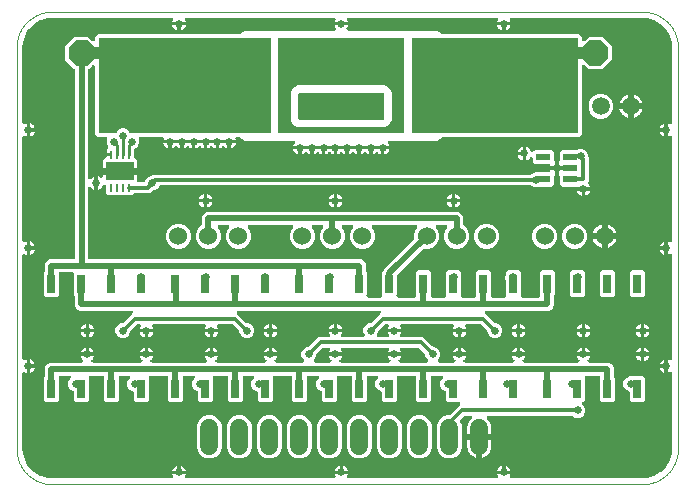
<source format=gtl>
G04 EAGLE Gerber RS-274X export*
G75*
%MOMM*%
%FSLAX35Y35*%
%LPD*%
%INcopper_top*%
%IPPOS*%
%AMOC8*
5,1,8,0,0,1.08239X$1,22.5*%
G01*
%ADD10C,0.000000*%
%ADD11C,1.524000*%
%ADD12R,0.250000X0.700000*%
%ADD13R,2.380000X1.650000*%
%ADD14R,1.200000X0.600000*%
%ADD15C,1.500000*%
%ADD16R,0.650000X1.650000*%
%ADD17C,1.524000*%
%ADD18P,2.336880X8X22.500000*%
%ADD19C,0.650000*%
%ADD20C,1.016000*%
%ADD21C,0.500000*%
%ADD22C,0.300000*%
%ADD23C,0.250000*%

G36*
X1312008Y50151D02*
X1312008Y50151D01*
X1313309Y50227D01*
X1313720Y50350D01*
X1314146Y50399D01*
X1315372Y50842D01*
X1316623Y51215D01*
X1316995Y51428D01*
X1317398Y51574D01*
X1318492Y52287D01*
X1319623Y52935D01*
X1319936Y53228D01*
X1320296Y53462D01*
X1321199Y54409D01*
X1322149Y55297D01*
X1322386Y55653D01*
X1322683Y55964D01*
X1323345Y57091D01*
X1324067Y58175D01*
X1324217Y58577D01*
X1324434Y58946D01*
X1324820Y60193D01*
X1325275Y61415D01*
X1325329Y61840D01*
X1325456Y62250D01*
X1325546Y63555D01*
X1325709Y64846D01*
X1325664Y65271D01*
X1325694Y65700D01*
X1325482Y66992D01*
X1325346Y68285D01*
X1325204Y68689D01*
X1325135Y69113D01*
X1324634Y70320D01*
X1324204Y71550D01*
X1323914Y72057D01*
X1323810Y72307D01*
X1323785Y72341D01*
X1319325Y83110D01*
X1318949Y84999D01*
X1374997Y84999D01*
X1374999Y84999D01*
X1375003Y84999D01*
X1431051Y84999D01*
X1430675Y83110D01*
X1425957Y71719D01*
X1425566Y71053D01*
X1425439Y70644D01*
X1425243Y70262D01*
X1424930Y68997D01*
X1424544Y67749D01*
X1424514Y67321D01*
X1424411Y66905D01*
X1424396Y65603D01*
X1424306Y64299D01*
X1424375Y63875D01*
X1424370Y63447D01*
X1424654Y62175D01*
X1424865Y60886D01*
X1425029Y60490D01*
X1425122Y60072D01*
X1425689Y58899D01*
X1426190Y57692D01*
X1426442Y57343D01*
X1426628Y56958D01*
X1427448Y55946D01*
X1428212Y54887D01*
X1428535Y54606D01*
X1428806Y54272D01*
X1429840Y53472D01*
X1430823Y52618D01*
X1431201Y52420D01*
X1431541Y52156D01*
X1432731Y51615D01*
X1433883Y51008D01*
X1434298Y50901D01*
X1434688Y50723D01*
X1435967Y50469D01*
X1437231Y50142D01*
X1437814Y50102D01*
X1438080Y50049D01*
X1438413Y50061D01*
X1439289Y50000D01*
X2685711Y50000D01*
X2687008Y50151D01*
X2688309Y50227D01*
X2688720Y50350D01*
X2689146Y50399D01*
X2690372Y50842D01*
X2691623Y51215D01*
X2691995Y51428D01*
X2692398Y51574D01*
X2693492Y52287D01*
X2694623Y52935D01*
X2694936Y53228D01*
X2695296Y53462D01*
X2696199Y54409D01*
X2697149Y55297D01*
X2697386Y55653D01*
X2697683Y55964D01*
X2698345Y57091D01*
X2699067Y58175D01*
X2699217Y58577D01*
X2699434Y58946D01*
X2699820Y60193D01*
X2700275Y61415D01*
X2700329Y61840D01*
X2700456Y62250D01*
X2700546Y63555D01*
X2700709Y64846D01*
X2700664Y65271D01*
X2700694Y65700D01*
X2700482Y66992D01*
X2700346Y68285D01*
X2700204Y68689D01*
X2700135Y69113D01*
X2699634Y70320D01*
X2699204Y71550D01*
X2698914Y72057D01*
X2698810Y72307D01*
X2698785Y72341D01*
X2694325Y83110D01*
X2693949Y84999D01*
X2749997Y84999D01*
X2749999Y84999D01*
X2750003Y84999D01*
X2806051Y84999D01*
X2805675Y83110D01*
X2800957Y71719D01*
X2800566Y71053D01*
X2800439Y70644D01*
X2800243Y70262D01*
X2799930Y68997D01*
X2799544Y67749D01*
X2799514Y67321D01*
X2799411Y66905D01*
X2799396Y65603D01*
X2799306Y64299D01*
X2799375Y63875D01*
X2799370Y63447D01*
X2799654Y62175D01*
X2799865Y60886D01*
X2800029Y60490D01*
X2800122Y60072D01*
X2800689Y58899D01*
X2801190Y57692D01*
X2801442Y57343D01*
X2801628Y56958D01*
X2802448Y55946D01*
X2803212Y54887D01*
X2803535Y54606D01*
X2803806Y54272D01*
X2804840Y53472D01*
X2805823Y52618D01*
X2806201Y52420D01*
X2806541Y52156D01*
X2807731Y51615D01*
X2808883Y51008D01*
X2809298Y50901D01*
X2809688Y50723D01*
X2810967Y50469D01*
X2812231Y50142D01*
X2812814Y50102D01*
X2813080Y50049D01*
X2813413Y50061D01*
X2814289Y50000D01*
X4060711Y50000D01*
X4062008Y50151D01*
X4063309Y50227D01*
X4063720Y50350D01*
X4064146Y50399D01*
X4065372Y50842D01*
X4066623Y51215D01*
X4066995Y51428D01*
X4067398Y51574D01*
X4068492Y52287D01*
X4069623Y52935D01*
X4069936Y53228D01*
X4070296Y53462D01*
X4071199Y54409D01*
X4072149Y55297D01*
X4072386Y55653D01*
X4072683Y55964D01*
X4073345Y57091D01*
X4074067Y58175D01*
X4074217Y58577D01*
X4074434Y58946D01*
X4074820Y60193D01*
X4075275Y61415D01*
X4075329Y61840D01*
X4075456Y62250D01*
X4075546Y63555D01*
X4075709Y64846D01*
X4075664Y65271D01*
X4075694Y65700D01*
X4075482Y66992D01*
X4075346Y68285D01*
X4075204Y68689D01*
X4075135Y69113D01*
X4074634Y70320D01*
X4074204Y71550D01*
X4073914Y72057D01*
X4073810Y72307D01*
X4073785Y72341D01*
X4069325Y83110D01*
X4068949Y84999D01*
X4124997Y84999D01*
X4124999Y84999D01*
X4125003Y84999D01*
X4181051Y84999D01*
X4180675Y83110D01*
X4175957Y71719D01*
X4175566Y71053D01*
X4175439Y70644D01*
X4175243Y70262D01*
X4174930Y68997D01*
X4174544Y67749D01*
X4174514Y67321D01*
X4174411Y66905D01*
X4174396Y65603D01*
X4174306Y64299D01*
X4174375Y63875D01*
X4174370Y63447D01*
X4174654Y62175D01*
X4174865Y60886D01*
X4175029Y60490D01*
X4175122Y60072D01*
X4175689Y58899D01*
X4176190Y57692D01*
X4176442Y57343D01*
X4176628Y56958D01*
X4177448Y55946D01*
X4178212Y54887D01*
X4178535Y54606D01*
X4178806Y54272D01*
X4179840Y53472D01*
X4180823Y52618D01*
X4181201Y52420D01*
X4181541Y52156D01*
X4182731Y51615D01*
X4183883Y51008D01*
X4184298Y50901D01*
X4184688Y50723D01*
X4185967Y50469D01*
X4187231Y50142D01*
X4187814Y50102D01*
X4188080Y50049D01*
X4188413Y50061D01*
X4189289Y50000D01*
X5300000Y50000D01*
X5300297Y50035D01*
X5300981Y50033D01*
X5331654Y52043D01*
X5332089Y52123D01*
X5332531Y52126D01*
X5334556Y52522D01*
X5393813Y68400D01*
X5394678Y68743D01*
X5395577Y68992D01*
X5396732Y69557D01*
X5397028Y69674D01*
X5397159Y69766D01*
X5397430Y69898D01*
X5450558Y100572D01*
X5451308Y101128D01*
X5452109Y101601D01*
X5453080Y102446D01*
X5453334Y102635D01*
X5453437Y102757D01*
X5453665Y102955D01*
X5497044Y146335D01*
X5497624Y147066D01*
X5498276Y147730D01*
X5498993Y148796D01*
X5499192Y149046D01*
X5499260Y149192D01*
X5499428Y149441D01*
X5530102Y202569D01*
X5530471Y203424D01*
X5530930Y204236D01*
X5531348Y205452D01*
X5531474Y205744D01*
X5531502Y205903D01*
X5531600Y206187D01*
X5547478Y265444D01*
X5547542Y265880D01*
X5547681Y266301D01*
X5547957Y268345D01*
X5549967Y299019D01*
X5549952Y299316D01*
X5549999Y300000D01*
X5549999Y935711D01*
X5549849Y937008D01*
X5549773Y938309D01*
X5549650Y938720D01*
X5549601Y939146D01*
X5549158Y940372D01*
X5548785Y941623D01*
X5548572Y941995D01*
X5548426Y942398D01*
X5547713Y943492D01*
X5547064Y944623D01*
X5546772Y944936D01*
X5546538Y945296D01*
X5545591Y946199D01*
X5544703Y947149D01*
X5544347Y947386D01*
X5544036Y947683D01*
X5542909Y948345D01*
X5541825Y949067D01*
X5541423Y949217D01*
X5541053Y949434D01*
X5539807Y949820D01*
X5538585Y950275D01*
X5538160Y950329D01*
X5537750Y950456D01*
X5536444Y950546D01*
X5535154Y950709D01*
X5534729Y950664D01*
X5534299Y950694D01*
X5533008Y950482D01*
X5531715Y950346D01*
X5531311Y950204D01*
X5530887Y950135D01*
X5529680Y949634D01*
X5528450Y949204D01*
X5527943Y948914D01*
X5527693Y948810D01*
X5527659Y948785D01*
X5516890Y944325D01*
X5515001Y943949D01*
X5515001Y999997D01*
X5515000Y999998D01*
X5515001Y1000003D01*
X5515001Y1056051D01*
X5516890Y1055675D01*
X5528280Y1050957D01*
X5528947Y1050566D01*
X5529356Y1050439D01*
X5529738Y1050243D01*
X5531003Y1049930D01*
X5532250Y1049544D01*
X5532679Y1049514D01*
X5533094Y1049411D01*
X5534396Y1049396D01*
X5535701Y1049306D01*
X5536125Y1049375D01*
X5536553Y1049370D01*
X5537824Y1049654D01*
X5539113Y1049865D01*
X5539509Y1050029D01*
X5539928Y1050122D01*
X5541101Y1050689D01*
X5542308Y1051190D01*
X5542656Y1051442D01*
X5543041Y1051628D01*
X5544053Y1052448D01*
X5545113Y1053212D01*
X5545394Y1053535D01*
X5545728Y1053806D01*
X5546528Y1054840D01*
X5547381Y1055823D01*
X5547580Y1056201D01*
X5547843Y1056541D01*
X5548385Y1057731D01*
X5548991Y1058883D01*
X5549099Y1059298D01*
X5549276Y1059688D01*
X5549530Y1060967D01*
X5549858Y1062231D01*
X5549898Y1062814D01*
X5549951Y1063080D01*
X5549939Y1063413D01*
X5549999Y1064289D01*
X5549999Y1935711D01*
X5549849Y1937008D01*
X5549773Y1938309D01*
X5549650Y1938720D01*
X5549601Y1939146D01*
X5549158Y1940372D01*
X5548785Y1941623D01*
X5548572Y1941995D01*
X5548426Y1942398D01*
X5547713Y1943492D01*
X5547064Y1944623D01*
X5546772Y1944936D01*
X5546538Y1945296D01*
X5545591Y1946199D01*
X5544703Y1947149D01*
X5544347Y1947386D01*
X5544036Y1947683D01*
X5542909Y1948345D01*
X5541825Y1949067D01*
X5541423Y1949217D01*
X5541053Y1949434D01*
X5539807Y1949820D01*
X5538585Y1950275D01*
X5538160Y1950329D01*
X5537750Y1950456D01*
X5536444Y1950546D01*
X5535154Y1950709D01*
X5534729Y1950664D01*
X5534299Y1950694D01*
X5533008Y1950482D01*
X5531715Y1950346D01*
X5531311Y1950204D01*
X5530887Y1950135D01*
X5529680Y1949634D01*
X5528450Y1949204D01*
X5527943Y1948914D01*
X5527693Y1948810D01*
X5527659Y1948785D01*
X5516890Y1944325D01*
X5515001Y1943949D01*
X5515001Y1999997D01*
X5515000Y1999998D01*
X5515001Y2000003D01*
X5515001Y2056051D01*
X5516890Y2055675D01*
X5528280Y2050957D01*
X5528947Y2050566D01*
X5529356Y2050439D01*
X5529738Y2050243D01*
X5531003Y2049930D01*
X5532250Y2049544D01*
X5532679Y2049514D01*
X5533094Y2049411D01*
X5534396Y2049396D01*
X5535701Y2049306D01*
X5536125Y2049375D01*
X5536553Y2049370D01*
X5537824Y2049654D01*
X5539113Y2049865D01*
X5539509Y2050029D01*
X5539928Y2050122D01*
X5541101Y2050689D01*
X5542308Y2051190D01*
X5542656Y2051442D01*
X5543041Y2051628D01*
X5544053Y2052448D01*
X5545113Y2053212D01*
X5545394Y2053535D01*
X5545728Y2053806D01*
X5546528Y2054840D01*
X5547381Y2055823D01*
X5547580Y2056201D01*
X5547843Y2056541D01*
X5548385Y2057731D01*
X5548991Y2058883D01*
X5549099Y2059298D01*
X5549276Y2059688D01*
X5549530Y2060967D01*
X5549858Y2062231D01*
X5549898Y2062814D01*
X5549951Y2063080D01*
X5549939Y2063413D01*
X5549999Y2064289D01*
X5549999Y2935711D01*
X5549849Y2937008D01*
X5549773Y2938309D01*
X5549650Y2938720D01*
X5549601Y2939146D01*
X5549158Y2940372D01*
X5548785Y2941623D01*
X5548572Y2941995D01*
X5548426Y2942398D01*
X5547713Y2943492D01*
X5547064Y2944623D01*
X5546772Y2944936D01*
X5546538Y2945296D01*
X5545591Y2946199D01*
X5544703Y2947149D01*
X5544347Y2947386D01*
X5544036Y2947683D01*
X5542909Y2948345D01*
X5541825Y2949067D01*
X5541423Y2949217D01*
X5541053Y2949434D01*
X5539807Y2949820D01*
X5538585Y2950275D01*
X5538160Y2950329D01*
X5537750Y2950456D01*
X5536444Y2950546D01*
X5535154Y2950709D01*
X5534729Y2950664D01*
X5534299Y2950694D01*
X5533008Y2950482D01*
X5531715Y2950346D01*
X5531311Y2950204D01*
X5530887Y2950135D01*
X5529680Y2949634D01*
X5528450Y2949204D01*
X5527943Y2948914D01*
X5527693Y2948810D01*
X5527659Y2948785D01*
X5516890Y2944325D01*
X5515001Y2943949D01*
X5515001Y2999997D01*
X5515000Y2999998D01*
X5515001Y3000003D01*
X5515001Y3056051D01*
X5516890Y3055675D01*
X5528280Y3050957D01*
X5528947Y3050566D01*
X5529356Y3050439D01*
X5529738Y3050243D01*
X5531003Y3049930D01*
X5532250Y3049544D01*
X5532679Y3049514D01*
X5533094Y3049411D01*
X5534396Y3049396D01*
X5535701Y3049306D01*
X5536125Y3049375D01*
X5536553Y3049370D01*
X5537824Y3049654D01*
X5539113Y3049865D01*
X5539509Y3050029D01*
X5539928Y3050122D01*
X5541101Y3050689D01*
X5542308Y3051190D01*
X5542656Y3051442D01*
X5543041Y3051628D01*
X5544053Y3052448D01*
X5545113Y3053212D01*
X5545394Y3053535D01*
X5545728Y3053806D01*
X5546528Y3054840D01*
X5547381Y3055823D01*
X5547580Y3056201D01*
X5547843Y3056541D01*
X5548385Y3057731D01*
X5548991Y3058883D01*
X5549099Y3059298D01*
X5549276Y3059688D01*
X5549530Y3060967D01*
X5549858Y3062231D01*
X5549898Y3062814D01*
X5549951Y3063080D01*
X5549939Y3063413D01*
X5549999Y3064289D01*
X5549999Y3700000D01*
X5549965Y3700297D01*
X5549967Y3700981D01*
X5547957Y3731654D01*
X5547877Y3732089D01*
X5547873Y3732531D01*
X5547478Y3734556D01*
X5531600Y3793813D01*
X5531257Y3794678D01*
X5531008Y3795577D01*
X5530443Y3796733D01*
X5530326Y3797028D01*
X5530234Y3797159D01*
X5530102Y3797430D01*
X5499428Y3850558D01*
X5498871Y3851308D01*
X5498399Y3852109D01*
X5497554Y3853080D01*
X5497365Y3853334D01*
X5497243Y3853437D01*
X5497044Y3853665D01*
X5453665Y3897044D01*
X5452933Y3897624D01*
X5452270Y3898276D01*
X5451204Y3898993D01*
X5450954Y3899192D01*
X5450808Y3899260D01*
X5450558Y3899428D01*
X5397430Y3930102D01*
X5396685Y3930424D01*
X5395984Y3930835D01*
X5395869Y3930871D01*
X5395763Y3930931D01*
X5394545Y3931349D01*
X5394256Y3931474D01*
X5394099Y3931502D01*
X5393813Y3931600D01*
X5334556Y3947478D01*
X5334120Y3947542D01*
X5333699Y3947681D01*
X5331655Y3947957D01*
X5300982Y3949967D01*
X5300685Y3949952D01*
X5300001Y3949999D01*
X4189289Y3949999D01*
X4187992Y3949849D01*
X4186691Y3949773D01*
X4186280Y3949650D01*
X4185854Y3949601D01*
X4184628Y3949158D01*
X4183377Y3948785D01*
X4183004Y3948572D01*
X4182601Y3948426D01*
X4181508Y3947713D01*
X4180377Y3947064D01*
X4180064Y3946772D01*
X4179704Y3946538D01*
X4178801Y3945591D01*
X4177851Y3944703D01*
X4177613Y3944347D01*
X4177317Y3944036D01*
X4176655Y3942909D01*
X4175933Y3941825D01*
X4175783Y3941423D01*
X4175566Y3941053D01*
X4175180Y3939807D01*
X4174724Y3938585D01*
X4174671Y3938160D01*
X4174544Y3937750D01*
X4174454Y3936444D01*
X4174291Y3935154D01*
X4174336Y3934729D01*
X4174306Y3934299D01*
X4174518Y3933008D01*
X4174654Y3931715D01*
X4174795Y3931311D01*
X4174865Y3930887D01*
X4175365Y3929680D01*
X4175795Y3928450D01*
X4176086Y3927943D01*
X4176190Y3927693D01*
X4176214Y3927659D01*
X4180675Y3916890D01*
X4181051Y3915001D01*
X4125003Y3915001D01*
X4125001Y3915000D01*
X4124997Y3915001D01*
X4068949Y3915001D01*
X4069325Y3916890D01*
X4074043Y3928282D01*
X4074434Y3928947D01*
X4074561Y3929358D01*
X4074759Y3929744D01*
X4075071Y3931008D01*
X4075456Y3932250D01*
X4075485Y3932682D01*
X4075589Y3933101D01*
X4075604Y3934401D01*
X4075693Y3935701D01*
X4075623Y3936128D01*
X4075628Y3936559D01*
X4075345Y3937828D01*
X4075135Y3939113D01*
X4074969Y3939513D01*
X4074875Y3939934D01*
X4074310Y3941102D01*
X4073809Y3942308D01*
X4073556Y3942659D01*
X4073368Y3943047D01*
X4072550Y3944056D01*
X4071788Y3945113D01*
X4071461Y3945397D01*
X4071189Y3945732D01*
X4070158Y3946528D01*
X4069177Y3947381D01*
X4068795Y3947582D01*
X4068453Y3947847D01*
X4067266Y3948386D01*
X4066116Y3948991D01*
X4065698Y3949099D01*
X4065304Y3949278D01*
X4064028Y3949532D01*
X4062768Y3949858D01*
X4062181Y3949898D01*
X4061912Y3949951D01*
X4061579Y3949939D01*
X4060710Y3949999D01*
X2814289Y3949999D01*
X2812992Y3949849D01*
X2811691Y3949773D01*
X2811280Y3949650D01*
X2810854Y3949601D01*
X2809628Y3949158D01*
X2808377Y3948785D01*
X2808004Y3948572D01*
X2807601Y3948426D01*
X2806508Y3947713D01*
X2805377Y3947064D01*
X2805064Y3946772D01*
X2804704Y3946538D01*
X2803801Y3945591D01*
X2802851Y3944703D01*
X2802613Y3944347D01*
X2802317Y3944036D01*
X2801655Y3942909D01*
X2800933Y3941825D01*
X2800783Y3941423D01*
X2800566Y3941053D01*
X2800180Y3939807D01*
X2799724Y3938585D01*
X2799671Y3938160D01*
X2799544Y3937750D01*
X2799454Y3936444D01*
X2799291Y3935154D01*
X2799336Y3934729D01*
X2799306Y3934299D01*
X2799518Y3933008D01*
X2799654Y3931715D01*
X2799795Y3931311D01*
X2799865Y3930887D01*
X2800365Y3929680D01*
X2800795Y3928450D01*
X2801086Y3927943D01*
X2801190Y3927693D01*
X2801214Y3927659D01*
X2805675Y3916890D01*
X2806051Y3915001D01*
X2750003Y3915001D01*
X2750001Y3915000D01*
X2749997Y3915001D01*
X2693949Y3915001D01*
X2694325Y3916890D01*
X2699043Y3928280D01*
X2699434Y3928947D01*
X2699561Y3929356D01*
X2699757Y3929738D01*
X2700070Y3931003D01*
X2700456Y3932250D01*
X2700486Y3932679D01*
X2700588Y3933094D01*
X2700604Y3934396D01*
X2700694Y3935701D01*
X2700624Y3936125D01*
X2700629Y3936553D01*
X2700346Y3937824D01*
X2700135Y3939113D01*
X2699971Y3939509D01*
X2699878Y3939928D01*
X2699310Y3941101D01*
X2698810Y3942308D01*
X2698558Y3942656D01*
X2698372Y3943041D01*
X2697552Y3944053D01*
X2696788Y3945113D01*
X2696464Y3945394D01*
X2696194Y3945728D01*
X2695160Y3946528D01*
X2694177Y3947381D01*
X2693799Y3947580D01*
X2693459Y3947843D01*
X2692269Y3948385D01*
X2691117Y3948991D01*
X2690701Y3949099D01*
X2690311Y3949276D01*
X2689033Y3949530D01*
X2687769Y3949858D01*
X2687186Y3949898D01*
X2686919Y3949951D01*
X2686586Y3949939D01*
X2685711Y3949999D01*
X1439289Y3949999D01*
X1437997Y3949849D01*
X1436698Y3949774D01*
X1436283Y3949651D01*
X1435854Y3949601D01*
X1434629Y3949158D01*
X1433383Y3948788D01*
X1433009Y3948573D01*
X1432602Y3948426D01*
X1431509Y3947714D01*
X1430383Y3947068D01*
X1430068Y3946774D01*
X1429704Y3946538D01*
X1428804Y3945594D01*
X1427855Y3944708D01*
X1427616Y3944349D01*
X1427317Y3944036D01*
X1426658Y3942913D01*
X1425936Y3941831D01*
X1425785Y3941426D01*
X1425566Y3941053D01*
X1425182Y3939811D01*
X1424726Y3938591D01*
X1424672Y3938163D01*
X1424544Y3937750D01*
X1424454Y3936449D01*
X1424291Y3935161D01*
X1424336Y3934732D01*
X1424306Y3934299D01*
X1424517Y3933012D01*
X1424653Y3931721D01*
X1424795Y3931314D01*
X1424865Y3930887D01*
X1425364Y3929685D01*
X1425793Y3928456D01*
X1426086Y3927945D01*
X1426190Y3927693D01*
X1426214Y3927660D01*
X1430675Y3916890D01*
X1431051Y3915001D01*
X1375003Y3915001D01*
X1375001Y3915000D01*
X1374997Y3915001D01*
X1318949Y3915001D01*
X1319325Y3916890D01*
X1324043Y3928280D01*
X1324434Y3928947D01*
X1324561Y3929356D01*
X1324757Y3929738D01*
X1325070Y3931003D01*
X1325456Y3932250D01*
X1325486Y3932679D01*
X1325588Y3933094D01*
X1325604Y3934396D01*
X1325694Y3935701D01*
X1325624Y3936125D01*
X1325629Y3936553D01*
X1325346Y3937824D01*
X1325135Y3939113D01*
X1324971Y3939509D01*
X1324878Y3939928D01*
X1324310Y3941101D01*
X1323810Y3942308D01*
X1323558Y3942656D01*
X1323372Y3943041D01*
X1322552Y3944053D01*
X1321788Y3945113D01*
X1321464Y3945394D01*
X1321194Y3945728D01*
X1320160Y3946528D01*
X1319177Y3947381D01*
X1318799Y3947580D01*
X1318459Y3947843D01*
X1317269Y3948385D01*
X1316117Y3948991D01*
X1315701Y3949099D01*
X1315311Y3949276D01*
X1314033Y3949530D01*
X1312769Y3949858D01*
X1312186Y3949898D01*
X1311919Y3949951D01*
X1311586Y3949939D01*
X1310711Y3949999D01*
X299999Y3949999D01*
X299702Y3949965D01*
X299018Y3949967D01*
X268345Y3947957D01*
X267910Y3947877D01*
X267469Y3947873D01*
X265444Y3947478D01*
X206187Y3931600D01*
X205321Y3931257D01*
X204423Y3931008D01*
X203267Y3930443D01*
X202972Y3930326D01*
X202841Y3930234D01*
X202570Y3930102D01*
X149441Y3899428D01*
X148692Y3898871D01*
X147890Y3898399D01*
X146920Y3897554D01*
X146666Y3897365D01*
X146563Y3897243D01*
X146335Y3897044D01*
X102955Y3853665D01*
X102376Y3852933D01*
X101723Y3852270D01*
X101006Y3851204D01*
X100808Y3850954D01*
X100740Y3850808D01*
X100572Y3850558D01*
X69898Y3797430D01*
X69528Y3796575D01*
X69069Y3795764D01*
X68652Y3794548D01*
X68526Y3794256D01*
X68498Y3794097D01*
X68400Y3793813D01*
X52522Y3734556D01*
X52458Y3734120D01*
X52319Y3733699D01*
X52043Y3731654D01*
X50033Y3700981D01*
X50048Y3700683D01*
X50000Y3700000D01*
X50000Y3064289D01*
X50151Y3062992D01*
X50227Y3061691D01*
X50350Y3061280D01*
X50399Y3060854D01*
X50842Y3059628D01*
X51215Y3058377D01*
X51428Y3058004D01*
X51574Y3057601D01*
X52287Y3056508D01*
X52935Y3055377D01*
X53228Y3055064D01*
X53462Y3054704D01*
X54409Y3053801D01*
X55297Y3052851D01*
X55653Y3052613D01*
X55964Y3052317D01*
X57091Y3051655D01*
X58175Y3050933D01*
X58577Y3050783D01*
X58946Y3050566D01*
X60193Y3050180D01*
X61415Y3049724D01*
X61840Y3049671D01*
X62250Y3049544D01*
X63555Y3049454D01*
X64846Y3049291D01*
X65271Y3049336D01*
X65700Y3049306D01*
X66992Y3049518D01*
X68285Y3049654D01*
X68689Y3049795D01*
X69113Y3049865D01*
X70320Y3050365D01*
X71550Y3050795D01*
X72057Y3051086D01*
X72307Y3051190D01*
X72341Y3051214D01*
X83110Y3055675D01*
X84999Y3056051D01*
X84999Y3000003D01*
X84999Y3000001D01*
X84999Y2999997D01*
X84999Y2943949D01*
X83110Y2944325D01*
X71719Y2949043D01*
X71053Y2949434D01*
X70644Y2949561D01*
X70262Y2949757D01*
X68997Y2950070D01*
X67749Y2950456D01*
X67321Y2950486D01*
X66905Y2950588D01*
X65603Y2950604D01*
X64299Y2950694D01*
X63875Y2950624D01*
X63447Y2950629D01*
X62175Y2950346D01*
X60886Y2950135D01*
X60490Y2949971D01*
X60072Y2949878D01*
X58899Y2949310D01*
X57692Y2948810D01*
X57343Y2948558D01*
X56958Y2948372D01*
X55946Y2947552D01*
X54887Y2946788D01*
X54606Y2946464D01*
X54272Y2946194D01*
X53472Y2945160D01*
X52618Y2944177D01*
X52420Y2943799D01*
X52156Y2943459D01*
X51615Y2942269D01*
X51008Y2941117D01*
X50901Y2940701D01*
X50723Y2940311D01*
X50469Y2939033D01*
X50142Y2937769D01*
X50102Y2937186D01*
X50049Y2936919D01*
X50061Y2936586D01*
X50000Y2935711D01*
X50000Y2064289D01*
X50151Y2062992D01*
X50227Y2061691D01*
X50350Y2061280D01*
X50399Y2060854D01*
X50842Y2059628D01*
X51215Y2058377D01*
X51428Y2058004D01*
X51574Y2057601D01*
X52287Y2056508D01*
X52935Y2055377D01*
X53228Y2055064D01*
X53462Y2054704D01*
X54409Y2053801D01*
X55297Y2052851D01*
X55653Y2052613D01*
X55964Y2052317D01*
X57091Y2051655D01*
X58175Y2050933D01*
X58577Y2050783D01*
X58946Y2050566D01*
X60193Y2050180D01*
X61415Y2049724D01*
X61840Y2049671D01*
X62250Y2049544D01*
X63555Y2049454D01*
X64846Y2049291D01*
X65271Y2049336D01*
X65700Y2049306D01*
X66992Y2049518D01*
X68285Y2049654D01*
X68689Y2049795D01*
X69113Y2049865D01*
X70320Y2050365D01*
X71550Y2050795D01*
X72057Y2051086D01*
X72307Y2051190D01*
X72341Y2051214D01*
X83110Y2055675D01*
X84999Y2056051D01*
X84999Y2000003D01*
X84999Y2000001D01*
X84999Y1999997D01*
X84999Y1943949D01*
X83110Y1944325D01*
X71719Y1949043D01*
X71053Y1949434D01*
X70644Y1949561D01*
X70262Y1949757D01*
X68997Y1950070D01*
X67749Y1950456D01*
X67321Y1950486D01*
X66905Y1950588D01*
X65603Y1950604D01*
X64299Y1950694D01*
X63875Y1950624D01*
X63447Y1950629D01*
X62175Y1950346D01*
X60886Y1950135D01*
X60490Y1949971D01*
X60072Y1949878D01*
X58899Y1949310D01*
X57692Y1948810D01*
X57343Y1948558D01*
X56958Y1948372D01*
X55946Y1947552D01*
X54887Y1946788D01*
X54606Y1946464D01*
X54272Y1946194D01*
X53472Y1945160D01*
X52618Y1944177D01*
X52420Y1943799D01*
X52156Y1943459D01*
X51615Y1942269D01*
X51008Y1941117D01*
X50901Y1940701D01*
X50723Y1940311D01*
X50469Y1939033D01*
X50142Y1937769D01*
X50102Y1937186D01*
X50049Y1936919D01*
X50061Y1936586D01*
X50000Y1935711D01*
X50000Y1064289D01*
X50151Y1062992D01*
X50227Y1061691D01*
X50350Y1061280D01*
X50399Y1060854D01*
X50842Y1059628D01*
X51215Y1058377D01*
X51428Y1058004D01*
X51574Y1057601D01*
X52287Y1056508D01*
X52935Y1055377D01*
X53228Y1055064D01*
X53462Y1054704D01*
X54409Y1053801D01*
X55297Y1052851D01*
X55653Y1052613D01*
X55964Y1052317D01*
X57091Y1051655D01*
X58175Y1050933D01*
X58577Y1050783D01*
X58946Y1050566D01*
X60193Y1050180D01*
X61415Y1049724D01*
X61840Y1049671D01*
X62250Y1049544D01*
X63555Y1049454D01*
X64846Y1049291D01*
X65271Y1049336D01*
X65700Y1049306D01*
X66992Y1049518D01*
X68285Y1049654D01*
X68689Y1049795D01*
X69113Y1049865D01*
X70320Y1050365D01*
X71550Y1050795D01*
X72057Y1051086D01*
X72307Y1051190D01*
X72341Y1051214D01*
X83110Y1055675D01*
X84999Y1056051D01*
X84999Y1000003D01*
X84999Y1000001D01*
X84999Y999997D01*
X84999Y943949D01*
X83110Y944325D01*
X71719Y949043D01*
X71053Y949434D01*
X70644Y949561D01*
X70262Y949757D01*
X68997Y950070D01*
X67749Y950456D01*
X67321Y950486D01*
X66905Y950588D01*
X65603Y950604D01*
X64299Y950694D01*
X63875Y950624D01*
X63447Y950629D01*
X62175Y950346D01*
X60886Y950135D01*
X60490Y949971D01*
X60072Y949878D01*
X58899Y949310D01*
X57692Y948810D01*
X57343Y948558D01*
X56958Y948372D01*
X55946Y947552D01*
X54887Y946788D01*
X54606Y946464D01*
X54272Y946194D01*
X53472Y945160D01*
X52618Y944177D01*
X52420Y943799D01*
X52156Y943459D01*
X51615Y942269D01*
X51008Y941117D01*
X50901Y940701D01*
X50723Y940311D01*
X50469Y939033D01*
X50142Y937769D01*
X50102Y937186D01*
X50049Y936919D01*
X50061Y936586D01*
X50000Y935711D01*
X50000Y299999D01*
X50035Y299703D01*
X50033Y299018D01*
X52043Y268345D01*
X52123Y267910D01*
X52126Y267469D01*
X52522Y265444D01*
X68400Y206187D01*
X68743Y205321D01*
X68992Y204423D01*
X69557Y203267D01*
X69674Y202972D01*
X69766Y202841D01*
X69898Y202570D01*
X100572Y149441D01*
X101128Y148692D01*
X101601Y147890D01*
X102446Y146920D01*
X102635Y146666D01*
X102757Y146563D01*
X102955Y146335D01*
X146335Y102955D01*
X147067Y102376D01*
X147730Y101723D01*
X148796Y101006D01*
X149046Y100808D01*
X149192Y100740D01*
X149441Y100572D01*
X202570Y69898D01*
X203425Y69528D01*
X204236Y69069D01*
X205452Y68652D01*
X205744Y68526D01*
X205903Y68498D01*
X206187Y68400D01*
X265444Y52522D01*
X265880Y52458D01*
X266301Y52319D01*
X268345Y52043D01*
X299019Y50033D01*
X299316Y50048D01*
X300000Y50000D01*
X1310711Y50000D01*
X1312008Y50151D01*
G37*
%LPC*%
G36*
X3642875Y217599D02*
X3642875Y217599D01*
X3603843Y233767D01*
X3573967Y263643D01*
X3557799Y302675D01*
X3557799Y497325D01*
X3573967Y536357D01*
X3603843Y566233D01*
X3642875Y582400D01*
X3662547Y582400D01*
X3663927Y582560D01*
X3665315Y582658D01*
X3665643Y582760D01*
X3665982Y582799D01*
X3667289Y583271D01*
X3668618Y583684D01*
X3668912Y583857D01*
X3669235Y583974D01*
X3670403Y584735D01*
X3671598Y585439D01*
X3671941Y585738D01*
X3672132Y585862D01*
X3672368Y586110D01*
X3673153Y586793D01*
X3725606Y639247D01*
X3754254Y667894D01*
X3754900Y668710D01*
X3755620Y669464D01*
X3755971Y670062D01*
X3756401Y670605D01*
X3756843Y671548D01*
X3757371Y672447D01*
X3757575Y673108D01*
X3757870Y673735D01*
X3758085Y674754D01*
X3758393Y675750D01*
X3758441Y676443D01*
X3758583Y677119D01*
X3758559Y678159D01*
X3758631Y679201D01*
X3758519Y679885D01*
X3758503Y680577D01*
X3758240Y681584D01*
X3758072Y682613D01*
X3757806Y683254D01*
X3757632Y683923D01*
X3757147Y684843D01*
X3756747Y685808D01*
X3756341Y686371D01*
X3756018Y686982D01*
X3755334Y687768D01*
X3754725Y688613D01*
X3754203Y689067D01*
X3753747Y689590D01*
X3752899Y690199D01*
X3752114Y690881D01*
X3751502Y691203D01*
X3750938Y691608D01*
X3749975Y692007D01*
X3749053Y692491D01*
X3748383Y692665D01*
X3747743Y692929D01*
X3746715Y693096D01*
X3745706Y693358D01*
X3744665Y693429D01*
X3744329Y693484D01*
X3744104Y693468D01*
X3743648Y693499D01*
X3653073Y693499D01*
X3635499Y711073D01*
X3635499Y778334D01*
X3635399Y779201D01*
X3635398Y780073D01*
X3635200Y780912D01*
X3635101Y781769D01*
X3634804Y782590D01*
X3634604Y783438D01*
X3634219Y784210D01*
X3633926Y785022D01*
X3633450Y785753D01*
X3633060Y786533D01*
X3632508Y787196D01*
X3632038Y787919D01*
X3631406Y788522D01*
X3630849Y789192D01*
X3630160Y789710D01*
X3629536Y790307D01*
X3628783Y790748D01*
X3628087Y791273D01*
X3626796Y791915D01*
X3626553Y792058D01*
X3626438Y792093D01*
X3626240Y792192D01*
X3614597Y797014D01*
X3597014Y814597D01*
X3587499Y837568D01*
X3587499Y862432D01*
X3597014Y885403D01*
X3606005Y894394D01*
X3606651Y895209D01*
X3607372Y895964D01*
X3607723Y896563D01*
X3608152Y897105D01*
X3608595Y898048D01*
X3609123Y898947D01*
X3609327Y899608D01*
X3609622Y900235D01*
X3609836Y901254D01*
X3610144Y902250D01*
X3610192Y902943D01*
X3610335Y903619D01*
X3610310Y904659D01*
X3610382Y905701D01*
X3610270Y906385D01*
X3610254Y907077D01*
X3609992Y908085D01*
X3609823Y909113D01*
X3609558Y909753D01*
X3609384Y910423D01*
X3608898Y911345D01*
X3608498Y912308D01*
X3608093Y912870D01*
X3607770Y913482D01*
X3607086Y914268D01*
X3606476Y915113D01*
X3605953Y915568D01*
X3605498Y916090D01*
X3604652Y916698D01*
X3603866Y917381D01*
X3603254Y917703D01*
X3602690Y918108D01*
X3601726Y918507D01*
X3600805Y918991D01*
X3600134Y919165D01*
X3599494Y919429D01*
X3598467Y919596D01*
X3597457Y919858D01*
X3596417Y919929D01*
X3596081Y919984D01*
X3595855Y919968D01*
X3595399Y919999D01*
X3521500Y919999D01*
X3521151Y919959D01*
X3520799Y919983D01*
X3519433Y919759D01*
X3518064Y919601D01*
X3517734Y919481D01*
X3517386Y919424D01*
X3516109Y918894D01*
X3514812Y918426D01*
X3514518Y918234D01*
X3514192Y918099D01*
X3513073Y917293D01*
X3511915Y916538D01*
X3511671Y916282D01*
X3511387Y916077D01*
X3510483Y915038D01*
X3509527Y914036D01*
X3509349Y913732D01*
X3509118Y913467D01*
X3508476Y912245D01*
X3507776Y911053D01*
X3507673Y910718D01*
X3507508Y910406D01*
X3507163Y909070D01*
X3506754Y907750D01*
X3506730Y907398D01*
X3506642Y907058D01*
X3506500Y905000D01*
X3506500Y711073D01*
X3488926Y693499D01*
X3399073Y693499D01*
X3381499Y711073D01*
X3381499Y905000D01*
X3381460Y905336D01*
X3381483Y905665D01*
X3381481Y905676D01*
X3381483Y905701D01*
X3381259Y907066D01*
X3381101Y908435D01*
X3380981Y908766D01*
X3380924Y909113D01*
X3380394Y910391D01*
X3379926Y911688D01*
X3379734Y911982D01*
X3379599Y912308D01*
X3378793Y913427D01*
X3378038Y914585D01*
X3377782Y914829D01*
X3377577Y915113D01*
X3376538Y916016D01*
X3375536Y916973D01*
X3375232Y917151D01*
X3374967Y917381D01*
X3373745Y918024D01*
X3372553Y918723D01*
X3372218Y918827D01*
X3371906Y918991D01*
X3370570Y919337D01*
X3369250Y919745D01*
X3368898Y919770D01*
X3368558Y919858D01*
X3366500Y919999D01*
X3233500Y919999D01*
X3233151Y919959D01*
X3232799Y919983D01*
X3231433Y919759D01*
X3230064Y919601D01*
X3229734Y919481D01*
X3229386Y919424D01*
X3228109Y918894D01*
X3226812Y918426D01*
X3226518Y918234D01*
X3226192Y918099D01*
X3225073Y917293D01*
X3223915Y916538D01*
X3223671Y916282D01*
X3223387Y916077D01*
X3222483Y915038D01*
X3221527Y914036D01*
X3221349Y913732D01*
X3221118Y913467D01*
X3220476Y912245D01*
X3219776Y911053D01*
X3219673Y910718D01*
X3219508Y910406D01*
X3219163Y909070D01*
X3218754Y907750D01*
X3218730Y907398D01*
X3218642Y907058D01*
X3218500Y905000D01*
X3218500Y711073D01*
X3200926Y693499D01*
X3111073Y693499D01*
X3093499Y711073D01*
X3093499Y775020D01*
X3093399Y775888D01*
X3093398Y776759D01*
X3093200Y777598D01*
X3093101Y778456D01*
X3092804Y779277D01*
X3092604Y780125D01*
X3092219Y780896D01*
X3091926Y781708D01*
X3091449Y782439D01*
X3091060Y783219D01*
X3090509Y783882D01*
X3090038Y784605D01*
X3089406Y785208D01*
X3088849Y785878D01*
X3088160Y786397D01*
X3087536Y786993D01*
X3086783Y787435D01*
X3086087Y787959D01*
X3084796Y788601D01*
X3084553Y788744D01*
X3084438Y788780D01*
X3084240Y788878D01*
X3064597Y797014D01*
X3047014Y814597D01*
X3037499Y837568D01*
X3037499Y862432D01*
X3047014Y885403D01*
X3056005Y894394D01*
X3056651Y895209D01*
X3057372Y895964D01*
X3057723Y896563D01*
X3058152Y897105D01*
X3058595Y898048D01*
X3059123Y898947D01*
X3059327Y899608D01*
X3059622Y900235D01*
X3059836Y901254D01*
X3060144Y902250D01*
X3060192Y902943D01*
X3060335Y903619D01*
X3060310Y904659D01*
X3060382Y905701D01*
X3060270Y906385D01*
X3060254Y907077D01*
X3059992Y908085D01*
X3059823Y909113D01*
X3059558Y909753D01*
X3059384Y910423D01*
X3058898Y911345D01*
X3058498Y912308D01*
X3058093Y912870D01*
X3057770Y913482D01*
X3057086Y914268D01*
X3056476Y915113D01*
X3055953Y915568D01*
X3055498Y916090D01*
X3054652Y916698D01*
X3053866Y917381D01*
X3053254Y917703D01*
X3052690Y918108D01*
X3051726Y918507D01*
X3050805Y918991D01*
X3050134Y919165D01*
X3049494Y919429D01*
X3048467Y919596D01*
X3047457Y919858D01*
X3046417Y919929D01*
X3046081Y919984D01*
X3045855Y919968D01*
X3045399Y919999D01*
X2979500Y919999D01*
X2979151Y919959D01*
X2978799Y919983D01*
X2977433Y919759D01*
X2976064Y919601D01*
X2975734Y919481D01*
X2975386Y919424D01*
X2974109Y918894D01*
X2972812Y918426D01*
X2972518Y918234D01*
X2972192Y918099D01*
X2971073Y917293D01*
X2969915Y916538D01*
X2969671Y916282D01*
X2969387Y916077D01*
X2968483Y915038D01*
X2967527Y914036D01*
X2967349Y913732D01*
X2967118Y913467D01*
X2966476Y912245D01*
X2965776Y911053D01*
X2965673Y910718D01*
X2965508Y910406D01*
X2965163Y909070D01*
X2964754Y907750D01*
X2964730Y907398D01*
X2964642Y907058D01*
X2964500Y905000D01*
X2964500Y711073D01*
X2946926Y693499D01*
X2857073Y693499D01*
X2839499Y711073D01*
X2839499Y905000D01*
X2839460Y905336D01*
X2839483Y905665D01*
X2839481Y905676D01*
X2839483Y905701D01*
X2839259Y907066D01*
X2839101Y908435D01*
X2838981Y908766D01*
X2838924Y909113D01*
X2838394Y910391D01*
X2837926Y911688D01*
X2837734Y911982D01*
X2837599Y912308D01*
X2836793Y913427D01*
X2836038Y914585D01*
X2835782Y914829D01*
X2835577Y915113D01*
X2834538Y916016D01*
X2833536Y916973D01*
X2833232Y917151D01*
X2832967Y917381D01*
X2831745Y918024D01*
X2830553Y918723D01*
X2830218Y918827D01*
X2829906Y918991D01*
X2828570Y919337D01*
X2827250Y919745D01*
X2826898Y919770D01*
X2826558Y919858D01*
X2824500Y919999D01*
X2725500Y919999D01*
X2725151Y919959D01*
X2724799Y919983D01*
X2723433Y919759D01*
X2722064Y919601D01*
X2721734Y919481D01*
X2721386Y919424D01*
X2720109Y918894D01*
X2718812Y918426D01*
X2718518Y918234D01*
X2718192Y918099D01*
X2717073Y917293D01*
X2715915Y916538D01*
X2715671Y916282D01*
X2715387Y916077D01*
X2714483Y915038D01*
X2713527Y914036D01*
X2713349Y913732D01*
X2713118Y913467D01*
X2712476Y912245D01*
X2711776Y911053D01*
X2711673Y910718D01*
X2711508Y910406D01*
X2711163Y909070D01*
X2710754Y907750D01*
X2710730Y907398D01*
X2710642Y907058D01*
X2710500Y905000D01*
X2710500Y711073D01*
X2692926Y693499D01*
X2603073Y693499D01*
X2585499Y711073D01*
X2585499Y778334D01*
X2585399Y779201D01*
X2585398Y780073D01*
X2585200Y780912D01*
X2585101Y781769D01*
X2584804Y782590D01*
X2584604Y783438D01*
X2584219Y784210D01*
X2583926Y785022D01*
X2583450Y785753D01*
X2583060Y786533D01*
X2582508Y787196D01*
X2582038Y787919D01*
X2581406Y788522D01*
X2580849Y789192D01*
X2580160Y789710D01*
X2579536Y790307D01*
X2578783Y790748D01*
X2578087Y791273D01*
X2576796Y791915D01*
X2576553Y792058D01*
X2576438Y792093D01*
X2576240Y792192D01*
X2564597Y797014D01*
X2547014Y814597D01*
X2537499Y837568D01*
X2537499Y862432D01*
X2547014Y885403D01*
X2556005Y894394D01*
X2556651Y895209D01*
X2557372Y895964D01*
X2557723Y896563D01*
X2558152Y897105D01*
X2558595Y898048D01*
X2559123Y898947D01*
X2559327Y899608D01*
X2559622Y900235D01*
X2559836Y901254D01*
X2560144Y902250D01*
X2560192Y902943D01*
X2560335Y903619D01*
X2560310Y904659D01*
X2560382Y905701D01*
X2560270Y906385D01*
X2560254Y907077D01*
X2559992Y908085D01*
X2559823Y909113D01*
X2559558Y909753D01*
X2559384Y910423D01*
X2558898Y911345D01*
X2558498Y912308D01*
X2558093Y912870D01*
X2557770Y913482D01*
X2557086Y914268D01*
X2556476Y915113D01*
X2555953Y915568D01*
X2555498Y916090D01*
X2554652Y916698D01*
X2553866Y917381D01*
X2553254Y917703D01*
X2552690Y918108D01*
X2551726Y918507D01*
X2550805Y918991D01*
X2550134Y919165D01*
X2549494Y919429D01*
X2548467Y919596D01*
X2547457Y919858D01*
X2546417Y919929D01*
X2546081Y919984D01*
X2545855Y919968D01*
X2545399Y919999D01*
X2471500Y919999D01*
X2471151Y919959D01*
X2470799Y919983D01*
X2469433Y919759D01*
X2468064Y919601D01*
X2467734Y919481D01*
X2467386Y919424D01*
X2466109Y918894D01*
X2464812Y918426D01*
X2464518Y918234D01*
X2464192Y918099D01*
X2463073Y917293D01*
X2461915Y916538D01*
X2461671Y916282D01*
X2461387Y916077D01*
X2460483Y915038D01*
X2459527Y914036D01*
X2459349Y913732D01*
X2459118Y913467D01*
X2458476Y912245D01*
X2457776Y911053D01*
X2457673Y910718D01*
X2457508Y910406D01*
X2457163Y909070D01*
X2456754Y907750D01*
X2456730Y907398D01*
X2456642Y907058D01*
X2456500Y905000D01*
X2456500Y711073D01*
X2438926Y693499D01*
X2349073Y693499D01*
X2331499Y711073D01*
X2331499Y905000D01*
X2331460Y905336D01*
X2331483Y905665D01*
X2331481Y905676D01*
X2331483Y905701D01*
X2331259Y907066D01*
X2331101Y908435D01*
X2330981Y908766D01*
X2330924Y909113D01*
X2330394Y910391D01*
X2329926Y911688D01*
X2329734Y911982D01*
X2329599Y912308D01*
X2328793Y913427D01*
X2328038Y914585D01*
X2327782Y914829D01*
X2327577Y915113D01*
X2326538Y916016D01*
X2325536Y916973D01*
X2325232Y917151D01*
X2324967Y917381D01*
X2323745Y918024D01*
X2322553Y918723D01*
X2322218Y918827D01*
X2321906Y918991D01*
X2320570Y919337D01*
X2319250Y919745D01*
X2318898Y919770D01*
X2318558Y919858D01*
X2316500Y919999D01*
X2183500Y919999D01*
X2183151Y919959D01*
X2182799Y919983D01*
X2181433Y919759D01*
X2180064Y919601D01*
X2179734Y919481D01*
X2179386Y919424D01*
X2178109Y918894D01*
X2176812Y918426D01*
X2176518Y918234D01*
X2176192Y918099D01*
X2175073Y917293D01*
X2173915Y916538D01*
X2173671Y916282D01*
X2173387Y916077D01*
X2172483Y915038D01*
X2171527Y914036D01*
X2171349Y913732D01*
X2171118Y913467D01*
X2170476Y912245D01*
X2169776Y911053D01*
X2169673Y910718D01*
X2169508Y910406D01*
X2169163Y909070D01*
X2168754Y907750D01*
X2168730Y907398D01*
X2168642Y907058D01*
X2168500Y905000D01*
X2168500Y711073D01*
X2150926Y693499D01*
X2061073Y693499D01*
X2043499Y711073D01*
X2043499Y775020D01*
X2043399Y775888D01*
X2043398Y776759D01*
X2043200Y777598D01*
X2043101Y778456D01*
X2042804Y779277D01*
X2042604Y780125D01*
X2042219Y780896D01*
X2041926Y781708D01*
X2041449Y782439D01*
X2041060Y783219D01*
X2040509Y783882D01*
X2040038Y784605D01*
X2039406Y785208D01*
X2038849Y785878D01*
X2038160Y786397D01*
X2037536Y786993D01*
X2036783Y787435D01*
X2036087Y787959D01*
X2034796Y788601D01*
X2034553Y788744D01*
X2034438Y788780D01*
X2034240Y788878D01*
X2014597Y797014D01*
X1997014Y814597D01*
X1987499Y837568D01*
X1987499Y862432D01*
X1997014Y885403D01*
X2006005Y894394D01*
X2006651Y895209D01*
X2007372Y895964D01*
X2007723Y896563D01*
X2008152Y897105D01*
X2008595Y898048D01*
X2009123Y898947D01*
X2009327Y899608D01*
X2009622Y900235D01*
X2009836Y901254D01*
X2010144Y902250D01*
X2010192Y902943D01*
X2010335Y903619D01*
X2010310Y904659D01*
X2010382Y905701D01*
X2010270Y906385D01*
X2010254Y907077D01*
X2009992Y908085D01*
X2009823Y909113D01*
X2009558Y909753D01*
X2009384Y910423D01*
X2008898Y911345D01*
X2008498Y912308D01*
X2008093Y912870D01*
X2007770Y913482D01*
X2007086Y914268D01*
X2006476Y915113D01*
X2005953Y915568D01*
X2005498Y916090D01*
X2004652Y916698D01*
X2003866Y917381D01*
X2003254Y917703D01*
X2002690Y918108D01*
X2001726Y918507D01*
X2000805Y918991D01*
X2000134Y919165D01*
X1999494Y919429D01*
X1998467Y919596D01*
X1997457Y919858D01*
X1996417Y919929D01*
X1996081Y919984D01*
X1995855Y919968D01*
X1995399Y919999D01*
X1929500Y919999D01*
X1929151Y919959D01*
X1928799Y919983D01*
X1927433Y919759D01*
X1926064Y919601D01*
X1925734Y919481D01*
X1925386Y919424D01*
X1924109Y918894D01*
X1922812Y918426D01*
X1922518Y918234D01*
X1922192Y918099D01*
X1921073Y917293D01*
X1919915Y916538D01*
X1919671Y916282D01*
X1919387Y916077D01*
X1918483Y915038D01*
X1917527Y914036D01*
X1917349Y913732D01*
X1917118Y913467D01*
X1916476Y912245D01*
X1915776Y911053D01*
X1915673Y910718D01*
X1915508Y910406D01*
X1915163Y909070D01*
X1914754Y907750D01*
X1914730Y907398D01*
X1914642Y907058D01*
X1914500Y905000D01*
X1914500Y711073D01*
X1896926Y693499D01*
X1807073Y693499D01*
X1789499Y711073D01*
X1789499Y905000D01*
X1789460Y905336D01*
X1789483Y905665D01*
X1789481Y905676D01*
X1789483Y905701D01*
X1789259Y907066D01*
X1789101Y908435D01*
X1788981Y908766D01*
X1788924Y909113D01*
X1788394Y910391D01*
X1787926Y911688D01*
X1787734Y911982D01*
X1787599Y912308D01*
X1786793Y913427D01*
X1786038Y914585D01*
X1785782Y914829D01*
X1785577Y915113D01*
X1784538Y916016D01*
X1783536Y916973D01*
X1783232Y917151D01*
X1782967Y917381D01*
X1781745Y918024D01*
X1780553Y918723D01*
X1780218Y918827D01*
X1779906Y918991D01*
X1778570Y919337D01*
X1777250Y919745D01*
X1776898Y919770D01*
X1776558Y919858D01*
X1774500Y919999D01*
X1675500Y919999D01*
X1675151Y919959D01*
X1674799Y919983D01*
X1673433Y919759D01*
X1672064Y919601D01*
X1671734Y919481D01*
X1671386Y919424D01*
X1670109Y918894D01*
X1668812Y918426D01*
X1668518Y918234D01*
X1668192Y918099D01*
X1667073Y917293D01*
X1665915Y916538D01*
X1665671Y916282D01*
X1665387Y916077D01*
X1664483Y915038D01*
X1663527Y914036D01*
X1663349Y913732D01*
X1663118Y913467D01*
X1662476Y912245D01*
X1661776Y911053D01*
X1661673Y910718D01*
X1661508Y910406D01*
X1661163Y909070D01*
X1660754Y907750D01*
X1660730Y907398D01*
X1660642Y907058D01*
X1660500Y905000D01*
X1660500Y711073D01*
X1642926Y693499D01*
X1553073Y693499D01*
X1535499Y711073D01*
X1535499Y778334D01*
X1535399Y779201D01*
X1535398Y780073D01*
X1535200Y780912D01*
X1535101Y781769D01*
X1534804Y782590D01*
X1534604Y783438D01*
X1534219Y784210D01*
X1533926Y785022D01*
X1533450Y785753D01*
X1533060Y786533D01*
X1532508Y787196D01*
X1532038Y787919D01*
X1531406Y788522D01*
X1530849Y789192D01*
X1530160Y789710D01*
X1529536Y790307D01*
X1528783Y790748D01*
X1528087Y791273D01*
X1526796Y791915D01*
X1526553Y792058D01*
X1526438Y792093D01*
X1526240Y792192D01*
X1514597Y797014D01*
X1497014Y814597D01*
X1487499Y837568D01*
X1487499Y862432D01*
X1497014Y885403D01*
X1506005Y894394D01*
X1506651Y895209D01*
X1507372Y895964D01*
X1507723Y896563D01*
X1508152Y897105D01*
X1508595Y898048D01*
X1509123Y898947D01*
X1509327Y899608D01*
X1509622Y900235D01*
X1509836Y901254D01*
X1510144Y902250D01*
X1510192Y902943D01*
X1510335Y903619D01*
X1510310Y904659D01*
X1510382Y905701D01*
X1510270Y906385D01*
X1510254Y907077D01*
X1509992Y908085D01*
X1509823Y909113D01*
X1509558Y909753D01*
X1509384Y910423D01*
X1508898Y911345D01*
X1508498Y912308D01*
X1508093Y912870D01*
X1507770Y913482D01*
X1507086Y914268D01*
X1506476Y915113D01*
X1505953Y915568D01*
X1505498Y916090D01*
X1504652Y916698D01*
X1503866Y917381D01*
X1503254Y917703D01*
X1502690Y918108D01*
X1501726Y918507D01*
X1500805Y918991D01*
X1500134Y919165D01*
X1499494Y919429D01*
X1498467Y919596D01*
X1497457Y919858D01*
X1496417Y919929D01*
X1496081Y919984D01*
X1495855Y919968D01*
X1495399Y919999D01*
X1421500Y919999D01*
X1421151Y919959D01*
X1420799Y919983D01*
X1419433Y919759D01*
X1418064Y919601D01*
X1417734Y919481D01*
X1417386Y919424D01*
X1416109Y918894D01*
X1414812Y918426D01*
X1414518Y918234D01*
X1414192Y918099D01*
X1413073Y917293D01*
X1411915Y916538D01*
X1411671Y916282D01*
X1411387Y916077D01*
X1410483Y915038D01*
X1409527Y914036D01*
X1409349Y913732D01*
X1409118Y913467D01*
X1408476Y912245D01*
X1407776Y911053D01*
X1407673Y910718D01*
X1407508Y910406D01*
X1407163Y909070D01*
X1406754Y907750D01*
X1406730Y907398D01*
X1406642Y907058D01*
X1406500Y905000D01*
X1406500Y711073D01*
X1388926Y693499D01*
X1299073Y693499D01*
X1281499Y711073D01*
X1281499Y905000D01*
X1281460Y905336D01*
X1281483Y905665D01*
X1281481Y905676D01*
X1281483Y905701D01*
X1281259Y907066D01*
X1281101Y908435D01*
X1280981Y908766D01*
X1280924Y909113D01*
X1280394Y910391D01*
X1279926Y911688D01*
X1279734Y911982D01*
X1279599Y912308D01*
X1278793Y913427D01*
X1278038Y914585D01*
X1277782Y914829D01*
X1277577Y915113D01*
X1276538Y916016D01*
X1275536Y916973D01*
X1275232Y917151D01*
X1274967Y917381D01*
X1273745Y918024D01*
X1272553Y918723D01*
X1272218Y918827D01*
X1271906Y918991D01*
X1270570Y919337D01*
X1269250Y919745D01*
X1268898Y919770D01*
X1268558Y919858D01*
X1266500Y919999D01*
X1133500Y919999D01*
X1133151Y919959D01*
X1132799Y919983D01*
X1131433Y919759D01*
X1130064Y919601D01*
X1129734Y919481D01*
X1129386Y919424D01*
X1128109Y918894D01*
X1126812Y918426D01*
X1126518Y918234D01*
X1126192Y918099D01*
X1125073Y917293D01*
X1123915Y916538D01*
X1123671Y916282D01*
X1123387Y916077D01*
X1122483Y915038D01*
X1121527Y914036D01*
X1121349Y913732D01*
X1121118Y913467D01*
X1120476Y912245D01*
X1119776Y911053D01*
X1119673Y910718D01*
X1119508Y910406D01*
X1119163Y909070D01*
X1118754Y907750D01*
X1118730Y907398D01*
X1118642Y907058D01*
X1118500Y905000D01*
X1118500Y711073D01*
X1100926Y693499D01*
X1011073Y693499D01*
X993499Y711073D01*
X993499Y775020D01*
X993399Y775888D01*
X993398Y776759D01*
X993200Y777598D01*
X993101Y778456D01*
X992804Y779277D01*
X992604Y780125D01*
X992219Y780896D01*
X991926Y781708D01*
X991449Y782439D01*
X991060Y783219D01*
X990509Y783882D01*
X990038Y784605D01*
X989406Y785208D01*
X988849Y785878D01*
X988160Y786397D01*
X987536Y786993D01*
X986783Y787435D01*
X986087Y787959D01*
X984796Y788601D01*
X984553Y788744D01*
X984438Y788780D01*
X984240Y788878D01*
X964597Y797014D01*
X947014Y814597D01*
X937499Y837568D01*
X937499Y862432D01*
X947014Y885403D01*
X956005Y894394D01*
X956651Y895209D01*
X957372Y895964D01*
X957723Y896563D01*
X958152Y897105D01*
X958595Y898048D01*
X959123Y898947D01*
X959327Y899608D01*
X959622Y900235D01*
X959836Y901254D01*
X960144Y902250D01*
X960192Y902943D01*
X960335Y903619D01*
X960310Y904659D01*
X960382Y905701D01*
X960270Y906385D01*
X960254Y907077D01*
X959992Y908085D01*
X959823Y909113D01*
X959558Y909753D01*
X959384Y910423D01*
X958898Y911345D01*
X958498Y912308D01*
X958093Y912870D01*
X957770Y913482D01*
X957086Y914268D01*
X956476Y915113D01*
X955953Y915568D01*
X955498Y916090D01*
X954652Y916698D01*
X953866Y917381D01*
X953254Y917703D01*
X952690Y918108D01*
X951726Y918507D01*
X950805Y918991D01*
X950134Y919165D01*
X949494Y919429D01*
X948467Y919596D01*
X947457Y919858D01*
X946417Y919929D01*
X946081Y919984D01*
X945855Y919968D01*
X945399Y919999D01*
X879500Y919999D01*
X879151Y919959D01*
X878799Y919983D01*
X877433Y919759D01*
X876064Y919601D01*
X875734Y919481D01*
X875386Y919424D01*
X874109Y918894D01*
X872812Y918426D01*
X872518Y918234D01*
X872192Y918099D01*
X871073Y917293D01*
X869915Y916538D01*
X869671Y916282D01*
X869387Y916077D01*
X868483Y915038D01*
X867527Y914036D01*
X867349Y913732D01*
X867118Y913467D01*
X866476Y912245D01*
X865776Y911053D01*
X865673Y910718D01*
X865508Y910406D01*
X865163Y909070D01*
X864754Y907750D01*
X864730Y907398D01*
X864642Y907058D01*
X864500Y905000D01*
X864500Y711073D01*
X846926Y693499D01*
X757073Y693499D01*
X739499Y711073D01*
X739499Y905000D01*
X739460Y905336D01*
X739483Y905665D01*
X739481Y905676D01*
X739483Y905701D01*
X739259Y907066D01*
X739101Y908435D01*
X738981Y908766D01*
X738924Y909113D01*
X738394Y910391D01*
X737926Y911688D01*
X737734Y911982D01*
X737599Y912308D01*
X736793Y913427D01*
X736038Y914585D01*
X735782Y914829D01*
X735577Y915113D01*
X734538Y916016D01*
X733536Y916973D01*
X733232Y917151D01*
X732967Y917381D01*
X731745Y918024D01*
X730553Y918723D01*
X730218Y918827D01*
X729906Y918991D01*
X728570Y919337D01*
X727250Y919745D01*
X726898Y919770D01*
X726558Y919858D01*
X724500Y919999D01*
X625500Y919999D01*
X625151Y919959D01*
X624799Y919983D01*
X623433Y919759D01*
X622064Y919601D01*
X621734Y919481D01*
X621386Y919424D01*
X620109Y918894D01*
X618812Y918426D01*
X618518Y918234D01*
X618192Y918099D01*
X617073Y917293D01*
X615915Y916538D01*
X615671Y916282D01*
X615387Y916077D01*
X614483Y915038D01*
X613527Y914036D01*
X613349Y913732D01*
X613118Y913467D01*
X612476Y912245D01*
X611776Y911053D01*
X611673Y910718D01*
X611508Y910406D01*
X611163Y909070D01*
X610754Y907750D01*
X610730Y907398D01*
X610642Y907058D01*
X610500Y905000D01*
X610500Y711073D01*
X592926Y693499D01*
X503073Y693499D01*
X485499Y711073D01*
X485499Y778334D01*
X485399Y779201D01*
X485398Y780073D01*
X485200Y780912D01*
X485101Y781769D01*
X484804Y782590D01*
X484604Y783438D01*
X484219Y784210D01*
X483926Y785022D01*
X483450Y785753D01*
X483060Y786533D01*
X482508Y787196D01*
X482038Y787919D01*
X481406Y788522D01*
X480849Y789192D01*
X480160Y789710D01*
X479536Y790307D01*
X478783Y790748D01*
X478087Y791273D01*
X476796Y791915D01*
X476553Y792058D01*
X476438Y792093D01*
X476240Y792192D01*
X464597Y797014D01*
X447014Y814597D01*
X437499Y837568D01*
X437499Y862432D01*
X447014Y885403D01*
X456005Y894394D01*
X456651Y895209D01*
X457372Y895964D01*
X457723Y896563D01*
X458152Y897105D01*
X458595Y898048D01*
X459123Y898947D01*
X459327Y899608D01*
X459622Y900235D01*
X459836Y901254D01*
X460144Y902250D01*
X460192Y902943D01*
X460335Y903619D01*
X460310Y904659D01*
X460382Y905701D01*
X460270Y906385D01*
X460254Y907077D01*
X459992Y908085D01*
X459823Y909113D01*
X459558Y909753D01*
X459384Y910423D01*
X458898Y911345D01*
X458498Y912308D01*
X458093Y912870D01*
X457770Y913482D01*
X457086Y914268D01*
X456476Y915113D01*
X455953Y915568D01*
X455498Y916090D01*
X454652Y916698D01*
X453866Y917381D01*
X453254Y917703D01*
X452690Y918108D01*
X451726Y918507D01*
X450805Y918991D01*
X450134Y919165D01*
X449494Y919429D01*
X448467Y919596D01*
X447457Y919858D01*
X446417Y919929D01*
X446081Y919984D01*
X445855Y919968D01*
X445399Y919999D01*
X371500Y919999D01*
X371151Y919959D01*
X370799Y919983D01*
X369433Y919759D01*
X368064Y919601D01*
X367734Y919481D01*
X367386Y919424D01*
X366109Y918894D01*
X364812Y918426D01*
X364518Y918234D01*
X364192Y918099D01*
X363073Y917293D01*
X361915Y916538D01*
X361671Y916282D01*
X361387Y916077D01*
X360483Y915038D01*
X359527Y914036D01*
X359349Y913732D01*
X359118Y913467D01*
X358476Y912245D01*
X357776Y911053D01*
X357673Y910718D01*
X357508Y910406D01*
X357163Y909070D01*
X356754Y907750D01*
X356730Y907398D01*
X356642Y907058D01*
X356500Y905000D01*
X356500Y711073D01*
X338926Y693499D01*
X249073Y693499D01*
X231499Y711073D01*
X231499Y900926D01*
X234606Y904033D01*
X235473Y905127D01*
X236381Y906173D01*
X236540Y906475D01*
X236753Y906744D01*
X237345Y908004D01*
X237991Y909233D01*
X238077Y909564D01*
X238223Y909875D01*
X238509Y911235D01*
X238858Y912581D01*
X238889Y913037D01*
X238936Y913259D01*
X238928Y913599D01*
X238999Y914639D01*
X238999Y985940D01*
X247373Y1006155D01*
X262845Y1021627D01*
X283059Y1030000D01*
X551904Y1030000D01*
X552938Y1030120D01*
X553981Y1030145D01*
X554652Y1030319D01*
X555339Y1030399D01*
X556319Y1030753D01*
X557328Y1031015D01*
X557940Y1031338D01*
X558592Y1031574D01*
X559465Y1032143D01*
X560387Y1032629D01*
X560908Y1033084D01*
X561489Y1033462D01*
X562209Y1034217D01*
X562994Y1034901D01*
X563398Y1035462D01*
X563877Y1035964D01*
X564405Y1036864D01*
X565012Y1037709D01*
X565277Y1038349D01*
X565628Y1038946D01*
X565935Y1039941D01*
X566334Y1040905D01*
X566445Y1041588D01*
X566649Y1042250D01*
X566721Y1043292D01*
X566888Y1044318D01*
X566839Y1045008D01*
X566887Y1045700D01*
X566718Y1046731D01*
X566646Y1047768D01*
X566441Y1048428D01*
X566328Y1049113D01*
X565929Y1050076D01*
X565620Y1051071D01*
X565269Y1051667D01*
X565003Y1052307D01*
X564394Y1053153D01*
X563865Y1054051D01*
X563181Y1054836D01*
X562981Y1055113D01*
X562810Y1055262D01*
X562510Y1055606D01*
X555026Y1063090D01*
X548689Y1072574D01*
X544325Y1083110D01*
X543949Y1084999D01*
X599997Y1084999D01*
X599999Y1084999D01*
X600003Y1084999D01*
X656051Y1084999D01*
X655675Y1083110D01*
X651311Y1072574D01*
X644974Y1063090D01*
X637490Y1055606D01*
X636844Y1054791D01*
X636123Y1054035D01*
X635772Y1053437D01*
X635343Y1052895D01*
X634900Y1051952D01*
X634372Y1051053D01*
X634168Y1050392D01*
X633873Y1049764D01*
X633658Y1048745D01*
X633350Y1047749D01*
X633303Y1047057D01*
X633160Y1046381D01*
X633184Y1045340D01*
X633113Y1044299D01*
X633224Y1043615D01*
X633241Y1042923D01*
X633503Y1041915D01*
X633671Y1040886D01*
X633937Y1040247D01*
X634111Y1039576D01*
X634597Y1038655D01*
X634997Y1037692D01*
X635402Y1037130D01*
X635725Y1036518D01*
X636409Y1035732D01*
X637018Y1034887D01*
X637541Y1034432D01*
X637996Y1033910D01*
X638843Y1033301D01*
X639629Y1032618D01*
X640241Y1032297D01*
X640804Y1031892D01*
X641769Y1031493D01*
X642690Y1031008D01*
X643360Y1030835D01*
X644000Y1030570D01*
X645028Y1030403D01*
X646038Y1030142D01*
X647078Y1030070D01*
X647414Y1030016D01*
X647639Y1030032D01*
X648096Y1030000D01*
X1051904Y1030000D01*
X1052938Y1030120D01*
X1053981Y1030145D01*
X1054652Y1030319D01*
X1055339Y1030399D01*
X1056319Y1030753D01*
X1057328Y1031015D01*
X1057940Y1031338D01*
X1058592Y1031574D01*
X1059465Y1032143D01*
X1060387Y1032629D01*
X1060908Y1033084D01*
X1061489Y1033462D01*
X1062209Y1034217D01*
X1062994Y1034901D01*
X1063398Y1035462D01*
X1063877Y1035964D01*
X1064405Y1036864D01*
X1065012Y1037709D01*
X1065277Y1038349D01*
X1065628Y1038946D01*
X1065935Y1039941D01*
X1066334Y1040905D01*
X1066445Y1041588D01*
X1066649Y1042250D01*
X1066721Y1043292D01*
X1066888Y1044318D01*
X1066839Y1045008D01*
X1066887Y1045700D01*
X1066718Y1046731D01*
X1066646Y1047768D01*
X1066441Y1048428D01*
X1066328Y1049113D01*
X1065929Y1050076D01*
X1065620Y1051071D01*
X1065269Y1051667D01*
X1065003Y1052307D01*
X1064394Y1053153D01*
X1063865Y1054051D01*
X1063181Y1054836D01*
X1062981Y1055113D01*
X1062810Y1055262D01*
X1062510Y1055606D01*
X1055026Y1063090D01*
X1048689Y1072574D01*
X1044325Y1083110D01*
X1043949Y1084999D01*
X1099997Y1084999D01*
X1099999Y1084999D01*
X1100003Y1084999D01*
X1156051Y1084999D01*
X1155675Y1083110D01*
X1151311Y1072574D01*
X1144974Y1063090D01*
X1137490Y1055606D01*
X1136844Y1054791D01*
X1136123Y1054035D01*
X1135772Y1053437D01*
X1135343Y1052895D01*
X1134900Y1051952D01*
X1134372Y1051053D01*
X1134168Y1050392D01*
X1133873Y1049764D01*
X1133658Y1048745D01*
X1133350Y1047749D01*
X1133303Y1047057D01*
X1133160Y1046381D01*
X1133184Y1045340D01*
X1133113Y1044299D01*
X1133224Y1043615D01*
X1133241Y1042923D01*
X1133503Y1041915D01*
X1133671Y1040886D01*
X1133937Y1040247D01*
X1134111Y1039576D01*
X1134597Y1038655D01*
X1134997Y1037692D01*
X1135402Y1037130D01*
X1135725Y1036518D01*
X1136409Y1035732D01*
X1137018Y1034887D01*
X1137541Y1034432D01*
X1137996Y1033910D01*
X1138843Y1033301D01*
X1139629Y1032618D01*
X1140241Y1032297D01*
X1140804Y1031892D01*
X1141769Y1031493D01*
X1142690Y1031008D01*
X1143360Y1030835D01*
X1144000Y1030570D01*
X1145028Y1030403D01*
X1146038Y1030142D01*
X1147078Y1030070D01*
X1147414Y1030016D01*
X1147639Y1030032D01*
X1148096Y1030000D01*
X1601904Y1030000D01*
X1602938Y1030120D01*
X1603981Y1030145D01*
X1604652Y1030319D01*
X1605339Y1030399D01*
X1606319Y1030753D01*
X1607328Y1031015D01*
X1607940Y1031338D01*
X1608592Y1031574D01*
X1609465Y1032143D01*
X1610387Y1032629D01*
X1610908Y1033084D01*
X1611489Y1033462D01*
X1612209Y1034217D01*
X1612994Y1034901D01*
X1613398Y1035462D01*
X1613877Y1035964D01*
X1614405Y1036864D01*
X1615012Y1037709D01*
X1615277Y1038349D01*
X1615628Y1038946D01*
X1615935Y1039941D01*
X1616334Y1040905D01*
X1616445Y1041588D01*
X1616649Y1042250D01*
X1616721Y1043292D01*
X1616888Y1044318D01*
X1616839Y1045008D01*
X1616887Y1045700D01*
X1616718Y1046731D01*
X1616646Y1047768D01*
X1616441Y1048428D01*
X1616328Y1049113D01*
X1615929Y1050076D01*
X1615620Y1051071D01*
X1615269Y1051667D01*
X1615003Y1052307D01*
X1614394Y1053153D01*
X1613865Y1054051D01*
X1613181Y1054836D01*
X1612981Y1055113D01*
X1612810Y1055262D01*
X1612510Y1055606D01*
X1605026Y1063090D01*
X1598689Y1072574D01*
X1594325Y1083110D01*
X1593949Y1084999D01*
X1649997Y1084999D01*
X1649999Y1084999D01*
X1650003Y1084999D01*
X1706051Y1084999D01*
X1705675Y1083110D01*
X1701311Y1072574D01*
X1694974Y1063090D01*
X1687490Y1055606D01*
X1686844Y1054791D01*
X1686123Y1054035D01*
X1685772Y1053437D01*
X1685343Y1052895D01*
X1684900Y1051952D01*
X1684372Y1051053D01*
X1684168Y1050392D01*
X1683873Y1049764D01*
X1683658Y1048745D01*
X1683350Y1047749D01*
X1683303Y1047057D01*
X1683160Y1046381D01*
X1683184Y1045340D01*
X1683113Y1044299D01*
X1683224Y1043615D01*
X1683241Y1042923D01*
X1683503Y1041915D01*
X1683671Y1040886D01*
X1683937Y1040247D01*
X1684111Y1039576D01*
X1684597Y1038655D01*
X1684997Y1037692D01*
X1685402Y1037130D01*
X1685725Y1036518D01*
X1686409Y1035732D01*
X1687018Y1034887D01*
X1687541Y1034432D01*
X1687996Y1033910D01*
X1688843Y1033301D01*
X1689629Y1032618D01*
X1690241Y1032297D01*
X1690804Y1031892D01*
X1691769Y1031493D01*
X1692690Y1031008D01*
X1693360Y1030835D01*
X1694000Y1030570D01*
X1695028Y1030403D01*
X1696038Y1030142D01*
X1697078Y1030070D01*
X1697414Y1030016D01*
X1697639Y1030032D01*
X1698096Y1030000D01*
X2101904Y1030000D01*
X2102938Y1030120D01*
X2103981Y1030145D01*
X2104652Y1030319D01*
X2105339Y1030399D01*
X2106319Y1030753D01*
X2107328Y1031015D01*
X2107940Y1031338D01*
X2108592Y1031574D01*
X2109465Y1032143D01*
X2110387Y1032629D01*
X2110908Y1033084D01*
X2111489Y1033462D01*
X2112209Y1034217D01*
X2112994Y1034901D01*
X2113398Y1035462D01*
X2113877Y1035964D01*
X2114405Y1036864D01*
X2115012Y1037709D01*
X2115277Y1038349D01*
X2115628Y1038946D01*
X2115935Y1039941D01*
X2116334Y1040905D01*
X2116445Y1041588D01*
X2116649Y1042250D01*
X2116721Y1043292D01*
X2116888Y1044318D01*
X2116839Y1045008D01*
X2116887Y1045700D01*
X2116718Y1046731D01*
X2116646Y1047768D01*
X2116441Y1048428D01*
X2116328Y1049113D01*
X2115929Y1050076D01*
X2115620Y1051071D01*
X2115269Y1051667D01*
X2115003Y1052307D01*
X2114394Y1053153D01*
X2113865Y1054051D01*
X2113181Y1054836D01*
X2112981Y1055113D01*
X2112810Y1055262D01*
X2112510Y1055606D01*
X2105026Y1063090D01*
X2098689Y1072574D01*
X2094325Y1083110D01*
X2093949Y1084999D01*
X2149997Y1084999D01*
X2149999Y1084999D01*
X2150003Y1084999D01*
X2206051Y1084999D01*
X2205675Y1083110D01*
X2201311Y1072574D01*
X2194974Y1063090D01*
X2187490Y1055606D01*
X2186844Y1054791D01*
X2186123Y1054035D01*
X2185772Y1053437D01*
X2185343Y1052895D01*
X2184900Y1051952D01*
X2184372Y1051053D01*
X2184168Y1050392D01*
X2183873Y1049764D01*
X2183658Y1048745D01*
X2183350Y1047749D01*
X2183303Y1047057D01*
X2183160Y1046381D01*
X2183184Y1045340D01*
X2183113Y1044299D01*
X2183224Y1043615D01*
X2183241Y1042923D01*
X2183503Y1041915D01*
X2183671Y1040886D01*
X2183937Y1040247D01*
X2184111Y1039576D01*
X2184597Y1038655D01*
X2184997Y1037692D01*
X2185402Y1037130D01*
X2185725Y1036518D01*
X2186409Y1035732D01*
X2187018Y1034887D01*
X2187541Y1034432D01*
X2187996Y1033910D01*
X2188843Y1033301D01*
X2189629Y1032618D01*
X2190241Y1032297D01*
X2190804Y1031892D01*
X2191769Y1031493D01*
X2192690Y1031008D01*
X2193360Y1030835D01*
X2194000Y1030570D01*
X2195028Y1030403D01*
X2196038Y1030142D01*
X2197078Y1030070D01*
X2197414Y1030016D01*
X2197639Y1030032D01*
X2198096Y1030000D01*
X2420399Y1030000D01*
X2421433Y1030120D01*
X2422476Y1030145D01*
X2423147Y1030319D01*
X2423834Y1030399D01*
X2424814Y1030753D01*
X2425823Y1031015D01*
X2426435Y1031338D01*
X2427087Y1031574D01*
X2427960Y1032143D01*
X2428882Y1032629D01*
X2429403Y1033084D01*
X2429984Y1033462D01*
X2430704Y1034217D01*
X2431489Y1034901D01*
X2431893Y1035462D01*
X2432372Y1035964D01*
X2432899Y1036863D01*
X2433507Y1037709D01*
X2433772Y1038350D01*
X2434123Y1038946D01*
X2434430Y1039940D01*
X2434829Y1040905D01*
X2434940Y1041588D01*
X2435144Y1042250D01*
X2435216Y1043291D01*
X2435383Y1044318D01*
X2435334Y1045008D01*
X2435382Y1045700D01*
X2435213Y1046731D01*
X2435141Y1047768D01*
X2434936Y1048428D01*
X2434823Y1049113D01*
X2434424Y1050076D01*
X2434115Y1051071D01*
X2433764Y1051667D01*
X2433498Y1052307D01*
X2432889Y1053153D01*
X2432360Y1054051D01*
X2431676Y1054836D01*
X2431476Y1055113D01*
X2431305Y1055262D01*
X2431005Y1055606D01*
X2422014Y1064596D01*
X2412499Y1087568D01*
X2412499Y1112432D01*
X2422014Y1135403D01*
X2439597Y1152985D01*
X2462568Y1162500D01*
X2467647Y1162500D01*
X2469027Y1162660D01*
X2470415Y1162758D01*
X2470743Y1162860D01*
X2471082Y1162899D01*
X2472389Y1163371D01*
X2473718Y1163784D01*
X2474012Y1163957D01*
X2474335Y1164074D01*
X2475503Y1164835D01*
X2476698Y1165539D01*
X2477041Y1165838D01*
X2477232Y1165962D01*
X2477468Y1166210D01*
X2478253Y1166893D01*
X2556360Y1245000D01*
X2639051Y1245000D01*
X2640344Y1245150D01*
X2641643Y1245226D01*
X2642057Y1245349D01*
X2642487Y1245399D01*
X2643710Y1245841D01*
X2644957Y1246212D01*
X2645333Y1246427D01*
X2645739Y1246574D01*
X2646830Y1247285D01*
X2647958Y1247931D01*
X2648273Y1248226D01*
X2648636Y1248462D01*
X2649535Y1249404D01*
X2650485Y1250292D01*
X2650726Y1250652D01*
X2651024Y1250964D01*
X2651681Y1252084D01*
X2652405Y1253168D01*
X2652556Y1253574D01*
X2652775Y1253946D01*
X2653158Y1255187D01*
X2653614Y1256408D01*
X2653669Y1256837D01*
X2653797Y1257250D01*
X2653886Y1258550D01*
X2654050Y1259839D01*
X2654005Y1260268D01*
X2654034Y1260700D01*
X2653824Y1261985D01*
X2653688Y1263278D01*
X2653545Y1263687D01*
X2653476Y1264113D01*
X2652977Y1265315D01*
X2652548Y1266543D01*
X2652255Y1267055D01*
X2652150Y1267307D01*
X2651956Y1267577D01*
X2651523Y1268333D01*
X2648688Y1272575D01*
X2644325Y1283110D01*
X2643949Y1284999D01*
X2699997Y1284999D01*
X2699999Y1284999D01*
X2700003Y1284999D01*
X2756051Y1284999D01*
X2755675Y1283110D01*
X2751311Y1272575D01*
X2748477Y1268333D01*
X2747883Y1267173D01*
X2747225Y1266053D01*
X2747098Y1265641D01*
X2746900Y1265255D01*
X2746588Y1263993D01*
X2746203Y1262749D01*
X2746173Y1262317D01*
X2746070Y1261898D01*
X2746055Y1260599D01*
X2745965Y1259299D01*
X2746035Y1258872D01*
X2746030Y1258440D01*
X2746314Y1257171D01*
X2746524Y1255886D01*
X2746690Y1255487D01*
X2746784Y1255065D01*
X2747350Y1253896D01*
X2747849Y1252692D01*
X2748103Y1252341D01*
X2748291Y1251952D01*
X2749110Y1250943D01*
X2749871Y1249887D01*
X2750198Y1249603D01*
X2750470Y1249267D01*
X2751500Y1248472D01*
X2752482Y1247618D01*
X2752864Y1247417D01*
X2753207Y1247153D01*
X2754392Y1246613D01*
X2755543Y1246008D01*
X2755960Y1245900D01*
X2756355Y1245721D01*
X2757633Y1245468D01*
X2758890Y1245142D01*
X2759478Y1245102D01*
X2759747Y1245048D01*
X2760080Y1245060D01*
X2760948Y1245000D01*
X2932683Y1245000D01*
X2934229Y1245180D01*
X2935786Y1245325D01*
X2935949Y1245379D01*
X2936119Y1245399D01*
X2937587Y1245929D01*
X2939064Y1246425D01*
X2939210Y1246515D01*
X2939371Y1246574D01*
X2940682Y1247428D01*
X2942004Y1248248D01*
X2942124Y1248368D01*
X2942268Y1248462D01*
X2943348Y1249593D01*
X2944448Y1250694D01*
X2944538Y1250840D01*
X2944656Y1250964D01*
X2945445Y1252308D01*
X2946266Y1253636D01*
X2946321Y1253799D01*
X2946407Y1253946D01*
X2946865Y1255427D01*
X2947363Y1256916D01*
X2947378Y1257086D01*
X2947429Y1257250D01*
X2947536Y1258810D01*
X2947678Y1260360D01*
X2947655Y1260528D01*
X2947667Y1260700D01*
X2947414Y1262244D01*
X2947198Y1263784D01*
X2947128Y1263993D01*
X2947108Y1264113D01*
X2946999Y1264375D01*
X2946541Y1265740D01*
X2937499Y1287568D01*
X2937499Y1312432D01*
X2947014Y1335403D01*
X2964597Y1352985D01*
X2987568Y1362500D01*
X2992647Y1362500D01*
X2994027Y1362660D01*
X2995415Y1362758D01*
X2995743Y1362860D01*
X2996082Y1362899D01*
X2997389Y1363371D01*
X2998718Y1363784D01*
X2999012Y1363957D01*
X2999335Y1364074D01*
X3000503Y1364835D01*
X3001698Y1365539D01*
X3002041Y1365838D01*
X3002232Y1365962D01*
X3002468Y1366210D01*
X3003253Y1366893D01*
X3050606Y1414247D01*
X3080754Y1444394D01*
X3081400Y1445210D01*
X3082120Y1445964D01*
X3082471Y1446562D01*
X3082901Y1447105D01*
X3083343Y1448048D01*
X3083871Y1448947D01*
X3084075Y1449608D01*
X3084370Y1450235D01*
X3084585Y1451254D01*
X3084893Y1452250D01*
X3084941Y1452943D01*
X3085083Y1453619D01*
X3085059Y1454659D01*
X3085131Y1455701D01*
X3085019Y1456385D01*
X3085003Y1457077D01*
X3084740Y1458084D01*
X3084572Y1459113D01*
X3084306Y1459754D01*
X3084132Y1460423D01*
X3083647Y1461343D01*
X3083247Y1462308D01*
X3082841Y1462871D01*
X3082518Y1463482D01*
X3081834Y1464268D01*
X3081225Y1465113D01*
X3080703Y1465567D01*
X3080247Y1466090D01*
X3079399Y1466699D01*
X3078614Y1467381D01*
X3078002Y1467703D01*
X3077438Y1468108D01*
X3076475Y1468507D01*
X3075553Y1468991D01*
X3074883Y1469165D01*
X3074243Y1469429D01*
X3073215Y1469596D01*
X3072206Y1469858D01*
X3071165Y1469929D01*
X3070829Y1469984D01*
X3070604Y1469968D01*
X3070148Y1469999D01*
X1879852Y1469999D01*
X1878818Y1469879D01*
X1877776Y1469855D01*
X1877104Y1469680D01*
X1876417Y1469601D01*
X1875437Y1469247D01*
X1874428Y1468984D01*
X1873816Y1468661D01*
X1873164Y1468426D01*
X1872290Y1467856D01*
X1871370Y1467371D01*
X1870848Y1466916D01*
X1870267Y1466538D01*
X1869548Y1465783D01*
X1868762Y1465099D01*
X1868358Y1464537D01*
X1867880Y1464036D01*
X1867352Y1463137D01*
X1866744Y1462291D01*
X1866479Y1461650D01*
X1866129Y1461053D01*
X1865821Y1460057D01*
X1865423Y1459095D01*
X1865312Y1458413D01*
X1865107Y1457750D01*
X1865035Y1456707D01*
X1864868Y1455682D01*
X1864917Y1454992D01*
X1864869Y1454299D01*
X1865038Y1453271D01*
X1865110Y1452232D01*
X1865316Y1451570D01*
X1865428Y1450887D01*
X1865828Y1449923D01*
X1866136Y1448929D01*
X1866487Y1448334D01*
X1866753Y1447693D01*
X1867363Y1446846D01*
X1867891Y1445949D01*
X1868576Y1445163D01*
X1868775Y1444887D01*
X1868946Y1444739D01*
X1869246Y1444394D01*
X1946747Y1366893D01*
X1947841Y1366027D01*
X1948886Y1365118D01*
X1949188Y1364960D01*
X1949458Y1364746D01*
X1950720Y1364154D01*
X1951947Y1363508D01*
X1952278Y1363423D01*
X1952588Y1363277D01*
X1953948Y1362991D01*
X1955295Y1362642D01*
X1955751Y1362611D01*
X1955972Y1362564D01*
X1956313Y1362572D01*
X1957353Y1362500D01*
X1962432Y1362500D01*
X1985403Y1352985D01*
X2002985Y1335403D01*
X2012500Y1312432D01*
X2012500Y1287568D01*
X2002985Y1264597D01*
X1985403Y1247014D01*
X1962432Y1237499D01*
X1937568Y1237499D01*
X1914597Y1247014D01*
X1897014Y1264597D01*
X1887499Y1287568D01*
X1887499Y1292647D01*
X1887339Y1294027D01*
X1887242Y1295415D01*
X1887140Y1295743D01*
X1887101Y1296082D01*
X1886628Y1297389D01*
X1886216Y1298718D01*
X1886043Y1299012D01*
X1885926Y1299335D01*
X1885164Y1300503D01*
X1884461Y1301698D01*
X1884162Y1302041D01*
X1884038Y1302232D01*
X1883789Y1302468D01*
X1883106Y1303253D01*
X1835753Y1350606D01*
X1834659Y1351473D01*
X1833613Y1352381D01*
X1833312Y1352540D01*
X1833042Y1352753D01*
X1831780Y1353346D01*
X1830553Y1353991D01*
X1830222Y1354077D01*
X1829912Y1354223D01*
X1828551Y1354509D01*
X1827205Y1354858D01*
X1826749Y1354889D01*
X1826528Y1354936D01*
X1826187Y1354928D01*
X1825147Y1354999D01*
X1710948Y1354999D01*
X1709656Y1354849D01*
X1708357Y1354774D01*
X1707943Y1354651D01*
X1707513Y1354601D01*
X1706290Y1354159D01*
X1705043Y1353788D01*
X1704667Y1353573D01*
X1704261Y1353426D01*
X1703170Y1352715D01*
X1702042Y1352069D01*
X1701726Y1351774D01*
X1701363Y1351538D01*
X1700465Y1350596D01*
X1699514Y1349708D01*
X1699274Y1349348D01*
X1698976Y1349036D01*
X1698318Y1347916D01*
X1697595Y1346832D01*
X1697443Y1346425D01*
X1697225Y1346053D01*
X1696841Y1344813D01*
X1696385Y1343592D01*
X1696331Y1343163D01*
X1696203Y1342750D01*
X1696113Y1341450D01*
X1695950Y1340161D01*
X1695995Y1339732D01*
X1695965Y1339299D01*
X1696176Y1338015D01*
X1696312Y1336722D01*
X1696454Y1336313D01*
X1696524Y1335887D01*
X1697023Y1334685D01*
X1697452Y1333457D01*
X1697745Y1332945D01*
X1697849Y1332693D01*
X1697882Y1332648D01*
X1697885Y1332639D01*
X1698054Y1332404D01*
X1698477Y1331667D01*
X1701311Y1327425D01*
X1705675Y1316890D01*
X1706051Y1315001D01*
X1650003Y1315001D01*
X1650001Y1315000D01*
X1649997Y1315001D01*
X1593949Y1315001D01*
X1594325Y1316890D01*
X1598688Y1327425D01*
X1601523Y1331667D01*
X1602117Y1332827D01*
X1602775Y1333947D01*
X1602902Y1334359D01*
X1603100Y1334744D01*
X1603412Y1336007D01*
X1603797Y1337250D01*
X1603826Y1337683D01*
X1603930Y1338102D01*
X1603945Y1339401D01*
X1604034Y1340701D01*
X1603964Y1341128D01*
X1603969Y1341560D01*
X1603686Y1342829D01*
X1603476Y1344113D01*
X1603310Y1344513D01*
X1603216Y1344935D01*
X1602650Y1346104D01*
X1602150Y1347308D01*
X1601897Y1347659D01*
X1601709Y1348048D01*
X1600889Y1349057D01*
X1600128Y1350113D01*
X1599802Y1350397D01*
X1599529Y1350733D01*
X1598500Y1351528D01*
X1597518Y1352381D01*
X1597135Y1352583D01*
X1596793Y1352847D01*
X1595608Y1353386D01*
X1594457Y1353991D01*
X1594039Y1354099D01*
X1593645Y1354279D01*
X1592367Y1354532D01*
X1591109Y1354858D01*
X1590521Y1354898D01*
X1590253Y1354951D01*
X1589920Y1354939D01*
X1589051Y1354999D01*
X1160948Y1354999D01*
X1159656Y1354849D01*
X1158357Y1354774D01*
X1157943Y1354651D01*
X1157513Y1354601D01*
X1156290Y1354159D01*
X1155043Y1353788D01*
X1154667Y1353573D01*
X1154261Y1353426D01*
X1153170Y1352715D01*
X1152042Y1352069D01*
X1151726Y1351774D01*
X1151363Y1351538D01*
X1150465Y1350596D01*
X1149514Y1349708D01*
X1149274Y1349348D01*
X1148976Y1349036D01*
X1148318Y1347916D01*
X1147595Y1346832D01*
X1147443Y1346425D01*
X1147225Y1346053D01*
X1146841Y1344813D01*
X1146385Y1343592D01*
X1146331Y1343163D01*
X1146203Y1342750D01*
X1146113Y1341450D01*
X1145950Y1340161D01*
X1145995Y1339732D01*
X1145965Y1339299D01*
X1146176Y1338015D01*
X1146312Y1336722D01*
X1146454Y1336313D01*
X1146524Y1335887D01*
X1147023Y1334685D01*
X1147452Y1333457D01*
X1147745Y1332945D01*
X1147849Y1332693D01*
X1147882Y1332648D01*
X1147885Y1332639D01*
X1148054Y1332404D01*
X1148477Y1331667D01*
X1151311Y1327425D01*
X1155675Y1316890D01*
X1156051Y1315001D01*
X1100003Y1315001D01*
X1100001Y1315000D01*
X1099997Y1315001D01*
X1043949Y1315001D01*
X1044325Y1316890D01*
X1048688Y1327425D01*
X1051523Y1331667D01*
X1052117Y1332827D01*
X1052775Y1333947D01*
X1052902Y1334359D01*
X1053100Y1334744D01*
X1053412Y1336007D01*
X1053797Y1337250D01*
X1053826Y1337683D01*
X1053930Y1338102D01*
X1053945Y1339401D01*
X1054034Y1340701D01*
X1053964Y1341128D01*
X1053969Y1341560D01*
X1053686Y1342829D01*
X1053476Y1344113D01*
X1053310Y1344513D01*
X1053216Y1344935D01*
X1052650Y1346104D01*
X1052150Y1347308D01*
X1051897Y1347659D01*
X1051709Y1348048D01*
X1050889Y1349057D01*
X1050128Y1350113D01*
X1049802Y1350397D01*
X1049529Y1350733D01*
X1048500Y1351528D01*
X1047518Y1352381D01*
X1047135Y1352583D01*
X1046793Y1352847D01*
X1045608Y1353386D01*
X1044457Y1353991D01*
X1044039Y1354099D01*
X1043645Y1354279D01*
X1042367Y1354532D01*
X1041109Y1354858D01*
X1040521Y1354898D01*
X1040253Y1354951D01*
X1039920Y1354939D01*
X1039051Y1354999D01*
X1024853Y1354999D01*
X1023473Y1354839D01*
X1022085Y1354742D01*
X1021757Y1354640D01*
X1021418Y1354601D01*
X1020111Y1354128D01*
X1018782Y1353716D01*
X1018488Y1353543D01*
X1018165Y1353426D01*
X1016997Y1352664D01*
X1015802Y1351961D01*
X1015459Y1351662D01*
X1015268Y1351538D01*
X1015221Y1351488D01*
X1015214Y1351484D01*
X1015017Y1351277D01*
X1014247Y1350606D01*
X966893Y1303253D01*
X966027Y1302159D01*
X965118Y1301113D01*
X964960Y1300812D01*
X964746Y1300542D01*
X964154Y1299280D01*
X963508Y1298053D01*
X963423Y1297722D01*
X963277Y1297412D01*
X962991Y1296051D01*
X962642Y1294705D01*
X962611Y1294249D01*
X962564Y1294028D01*
X962572Y1293687D01*
X962500Y1292647D01*
X962500Y1287568D01*
X952985Y1264597D01*
X935403Y1247014D01*
X912432Y1237499D01*
X887568Y1237499D01*
X864597Y1247014D01*
X847014Y1264597D01*
X837499Y1287568D01*
X837499Y1312432D01*
X847014Y1335403D01*
X864597Y1352985D01*
X887568Y1362500D01*
X892647Y1362500D01*
X894027Y1362660D01*
X895415Y1362758D01*
X895743Y1362860D01*
X896082Y1362899D01*
X897389Y1363371D01*
X898718Y1363784D01*
X899012Y1363957D01*
X899335Y1364074D01*
X900503Y1364835D01*
X901698Y1365539D01*
X902041Y1365838D01*
X902232Y1365962D01*
X902468Y1366210D01*
X903253Y1366893D01*
X980754Y1444394D01*
X981401Y1445211D01*
X982120Y1445964D01*
X982470Y1446561D01*
X982901Y1447105D01*
X983344Y1448050D01*
X983871Y1448947D01*
X984075Y1449607D01*
X984370Y1450235D01*
X984585Y1451254D01*
X984893Y1452250D01*
X984941Y1452943D01*
X985083Y1453619D01*
X985059Y1454659D01*
X985131Y1455701D01*
X985019Y1456385D01*
X985003Y1457077D01*
X984740Y1458084D01*
X984572Y1459113D01*
X984306Y1459754D01*
X984132Y1460423D01*
X983647Y1461343D01*
X983247Y1462308D01*
X982841Y1462871D01*
X982518Y1463482D01*
X981834Y1464268D01*
X981225Y1465113D01*
X980703Y1465567D01*
X980247Y1466090D01*
X979399Y1466699D01*
X978614Y1467381D01*
X978002Y1467703D01*
X977438Y1468108D01*
X976475Y1468507D01*
X975553Y1468991D01*
X974883Y1469165D01*
X974243Y1469429D01*
X973215Y1469596D01*
X972206Y1469858D01*
X971165Y1469929D01*
X970829Y1469984D01*
X970603Y1469968D01*
X970148Y1469999D01*
X537059Y1469999D01*
X516845Y1478373D01*
X501373Y1493845D01*
X492999Y1514059D01*
X492999Y1589360D01*
X492839Y1590740D01*
X492742Y1592128D01*
X492640Y1592456D01*
X492601Y1592796D01*
X492128Y1594103D01*
X491716Y1595431D01*
X491543Y1595726D01*
X491426Y1596048D01*
X490664Y1597217D01*
X489961Y1598411D01*
X489662Y1598754D01*
X489538Y1598945D01*
X489289Y1599182D01*
X488606Y1599967D01*
X485499Y1603073D01*
X485499Y1780000D01*
X485459Y1780349D01*
X485483Y1780701D01*
X485259Y1782066D01*
X485101Y1783435D01*
X484981Y1783766D01*
X484924Y1784113D01*
X484394Y1785391D01*
X483926Y1786688D01*
X483734Y1786982D01*
X483599Y1787308D01*
X482793Y1788427D01*
X482038Y1789585D01*
X481782Y1789829D01*
X481577Y1790113D01*
X480538Y1791016D01*
X479536Y1791973D01*
X479232Y1792151D01*
X478967Y1792381D01*
X477745Y1793024D01*
X476553Y1793723D01*
X476218Y1793827D01*
X475906Y1793991D01*
X474570Y1794337D01*
X473250Y1794745D01*
X472898Y1794770D01*
X472558Y1794858D01*
X470500Y1794999D01*
X371500Y1794999D01*
X371151Y1794959D01*
X370799Y1794983D01*
X369433Y1794759D01*
X368064Y1794601D01*
X367734Y1794481D01*
X367386Y1794424D01*
X366109Y1793894D01*
X364812Y1793426D01*
X364518Y1793234D01*
X364192Y1793099D01*
X363073Y1792293D01*
X361915Y1791538D01*
X361671Y1791282D01*
X361387Y1791077D01*
X360483Y1790038D01*
X359527Y1789036D01*
X359349Y1788732D01*
X359118Y1788467D01*
X358476Y1787245D01*
X357776Y1786053D01*
X357673Y1785718D01*
X357508Y1785406D01*
X357163Y1784070D01*
X356754Y1782750D01*
X356730Y1782398D01*
X356642Y1782058D01*
X356500Y1780000D01*
X356500Y1603073D01*
X338926Y1585499D01*
X249073Y1585499D01*
X231499Y1603073D01*
X231499Y1792926D01*
X234606Y1796033D01*
X235473Y1797127D01*
X236381Y1798173D01*
X236540Y1798475D01*
X236753Y1798744D01*
X237346Y1800007D01*
X237991Y1801233D01*
X238077Y1801564D01*
X238223Y1801875D01*
X238509Y1803235D01*
X238858Y1804581D01*
X238889Y1805037D01*
X238936Y1805259D01*
X238928Y1805599D01*
X238999Y1806639D01*
X238999Y1860940D01*
X247373Y1881155D01*
X262845Y1896627D01*
X283059Y1905000D01*
X480000Y1905000D01*
X480349Y1905041D01*
X480701Y1905017D01*
X482066Y1905240D01*
X483435Y1905399D01*
X483766Y1905518D01*
X484113Y1905575D01*
X485391Y1906105D01*
X486688Y1906574D01*
X486982Y1906766D01*
X487308Y1906901D01*
X488427Y1907707D01*
X489585Y1908462D01*
X489829Y1908718D01*
X490113Y1908923D01*
X491016Y1909962D01*
X491973Y1910964D01*
X492151Y1911268D01*
X492381Y1911533D01*
X493024Y1912755D01*
X493723Y1913946D01*
X493827Y1914282D01*
X493991Y1914594D01*
X494337Y1915930D01*
X494745Y1917250D01*
X494770Y1917602D01*
X494858Y1917942D01*
X494999Y1920000D01*
X494999Y3503696D01*
X494839Y3505076D01*
X494742Y3506464D01*
X494640Y3506792D01*
X494601Y3507131D01*
X494128Y3508438D01*
X493716Y3509767D01*
X493543Y3510061D01*
X493426Y3510384D01*
X492664Y3511552D01*
X491961Y3512747D01*
X491662Y3513090D01*
X491538Y3513281D01*
X491289Y3513518D01*
X490606Y3514302D01*
X412049Y3592859D01*
X412049Y3707141D01*
X492859Y3787950D01*
X607141Y3787950D01*
X639394Y3755697D01*
X640210Y3755050D01*
X640964Y3754331D01*
X641562Y3753980D01*
X642105Y3753550D01*
X643048Y3753107D01*
X643947Y3752580D01*
X644608Y3752375D01*
X645235Y3752081D01*
X646254Y3751866D01*
X647250Y3751558D01*
X647943Y3751510D01*
X648619Y3751368D01*
X649659Y3751392D01*
X650701Y3751320D01*
X651385Y3751432D01*
X652077Y3751448D01*
X653084Y3751710D01*
X654113Y3751879D01*
X654754Y3752145D01*
X655423Y3752319D01*
X656343Y3752804D01*
X657308Y3753204D01*
X657871Y3753610D01*
X658482Y3753933D01*
X659268Y3754617D01*
X660113Y3755226D01*
X660567Y3755748D01*
X661090Y3756204D01*
X661699Y3757052D01*
X662381Y3757837D01*
X662703Y3758449D01*
X663108Y3759012D01*
X663507Y3759976D01*
X663991Y3760897D01*
X664165Y3761568D01*
X664429Y3762208D01*
X664596Y3763235D01*
X664858Y3764245D01*
X664929Y3765286D01*
X664984Y3765622D01*
X664968Y3765847D01*
X664999Y3766303D01*
X664999Y3789498D01*
X685502Y3810000D01*
X1885505Y3810000D01*
X1886889Y3810161D01*
X1888273Y3810258D01*
X1888600Y3810359D01*
X1888941Y3810399D01*
X1890249Y3810872D01*
X1891576Y3811284D01*
X1891871Y3811458D01*
X1892193Y3811574D01*
X1893360Y3812334D01*
X1894556Y3813039D01*
X1894899Y3813337D01*
X1895090Y3813462D01*
X1895328Y3813711D01*
X1896112Y3814394D01*
X1912636Y3830919D01*
X1936879Y3840960D01*
X2691751Y3840960D01*
X2693043Y3841110D01*
X2694342Y3841186D01*
X2694756Y3841309D01*
X2695186Y3841359D01*
X2696409Y3841801D01*
X2697657Y3842172D01*
X2698032Y3842387D01*
X2698438Y3842534D01*
X2699529Y3843245D01*
X2700657Y3843891D01*
X2700973Y3844186D01*
X2701336Y3844422D01*
X2702236Y3845366D01*
X2703184Y3846252D01*
X2703424Y3846611D01*
X2703723Y3846924D01*
X2704382Y3848045D01*
X2705104Y3849128D01*
X2705256Y3849534D01*
X2705474Y3849906D01*
X2705858Y3851146D01*
X2706314Y3852368D01*
X2706368Y3852797D01*
X2706496Y3853210D01*
X2706586Y3854510D01*
X2706749Y3855799D01*
X2706704Y3856228D01*
X2706734Y3856660D01*
X2706523Y3857945D01*
X2706388Y3859238D01*
X2706245Y3859646D01*
X2706175Y3860073D01*
X2705676Y3861277D01*
X2705248Y3862503D01*
X2704955Y3863014D01*
X2704850Y3863267D01*
X2704655Y3863538D01*
X2704222Y3864293D01*
X2698689Y3872574D01*
X2694325Y3883110D01*
X2693949Y3884999D01*
X2749997Y3884999D01*
X2749999Y3884999D01*
X2750003Y3884999D01*
X2806051Y3884999D01*
X2805675Y3883110D01*
X2801311Y3872574D01*
X2795778Y3864293D01*
X2795184Y3863135D01*
X2794526Y3862013D01*
X2794398Y3861600D01*
X2794201Y3861215D01*
X2793889Y3859954D01*
X2793504Y3858709D01*
X2793474Y3858277D01*
X2793370Y3857858D01*
X2793356Y3856559D01*
X2793266Y3855259D01*
X2793336Y3854832D01*
X2793331Y3854400D01*
X2793614Y3853131D01*
X2793825Y3851846D01*
X2793991Y3851447D01*
X2794085Y3851025D01*
X2794651Y3849856D01*
X2795150Y3848652D01*
X2795403Y3848301D01*
X2795591Y3847912D01*
X2796411Y3846903D01*
X2797172Y3845847D01*
X2797498Y3845563D01*
X2797771Y3845227D01*
X2798801Y3844432D01*
X2799783Y3843578D01*
X2800165Y3843378D01*
X2800508Y3843113D01*
X2801694Y3842573D01*
X2802843Y3841968D01*
X2803261Y3841860D01*
X2803655Y3841681D01*
X2804934Y3841428D01*
X2806191Y3841102D01*
X2806779Y3841062D01*
X2807048Y3841008D01*
X2807380Y3841020D01*
X2808249Y3840960D01*
X3563121Y3840960D01*
X3587363Y3830919D01*
X3603888Y3814394D01*
X3604978Y3813531D01*
X3606028Y3812618D01*
X3606331Y3812459D01*
X3606599Y3812247D01*
X3607858Y3811656D01*
X3609088Y3811008D01*
X3609419Y3810923D01*
X3609730Y3810777D01*
X3611090Y3810491D01*
X3612436Y3810142D01*
X3612892Y3810111D01*
X3613114Y3810064D01*
X3613454Y3810072D01*
X3614494Y3810000D01*
X4764498Y3810000D01*
X4785000Y3789498D01*
X4785000Y3766303D01*
X4785120Y3765269D01*
X4785145Y3764227D01*
X4785319Y3763555D01*
X4785399Y3762868D01*
X4785753Y3761888D01*
X4786015Y3760879D01*
X4786338Y3760267D01*
X4786574Y3759615D01*
X4787143Y3758741D01*
X4787629Y3757821D01*
X4788083Y3757299D01*
X4788462Y3756718D01*
X4789216Y3755998D01*
X4789900Y3755213D01*
X4790463Y3754809D01*
X4790964Y3754331D01*
X4791863Y3753803D01*
X4792709Y3753195D01*
X4793349Y3752930D01*
X4793946Y3752580D01*
X4794943Y3752272D01*
X4795905Y3751874D01*
X4796587Y3751763D01*
X4797250Y3751558D01*
X4798293Y3751486D01*
X4799318Y3751319D01*
X4800008Y3751368D01*
X4800700Y3751320D01*
X4801729Y3751488D01*
X4802768Y3751561D01*
X4803430Y3751767D01*
X4804113Y3751879D01*
X4805076Y3752278D01*
X4806071Y3752587D01*
X4806667Y3752938D01*
X4807307Y3753204D01*
X4808154Y3753814D01*
X4809050Y3754342D01*
X4809837Y3755027D01*
X4810113Y3755226D01*
X4810261Y3755397D01*
X4810606Y3755697D01*
X4842859Y3787950D01*
X4957141Y3787950D01*
X5037950Y3707141D01*
X5037950Y3592859D01*
X4957141Y3512049D01*
X4842859Y3512049D01*
X4810606Y3544303D01*
X4809789Y3544949D01*
X4809035Y3545669D01*
X4808438Y3546020D01*
X4807895Y3546450D01*
X4806952Y3546893D01*
X4806053Y3547420D01*
X4805392Y3547624D01*
X4804764Y3547919D01*
X4803745Y3548134D01*
X4802749Y3548442D01*
X4802057Y3548490D01*
X4801380Y3548632D01*
X4800340Y3548608D01*
X4799299Y3548680D01*
X4798615Y3548568D01*
X4797923Y3548552D01*
X4796916Y3548289D01*
X4795886Y3548121D01*
X4795245Y3547855D01*
X4794576Y3547681D01*
X4793657Y3547196D01*
X4792692Y3546796D01*
X4792129Y3546390D01*
X4791518Y3546067D01*
X4790732Y3545383D01*
X4789887Y3544774D01*
X4789433Y3544252D01*
X4788910Y3543796D01*
X4788301Y3542948D01*
X4787618Y3542163D01*
X4787296Y3541551D01*
X4786892Y3540988D01*
X4786493Y3540024D01*
X4786008Y3539103D01*
X4785835Y3538432D01*
X4785570Y3537792D01*
X4785403Y3536764D01*
X4785142Y3535755D01*
X4785070Y3534714D01*
X4785016Y3534378D01*
X4785032Y3534153D01*
X4785000Y3533697D01*
X4785000Y2960502D01*
X4764498Y2939999D01*
X3614494Y2939999D01*
X3613111Y2939839D01*
X3611726Y2939742D01*
X3611400Y2939640D01*
X3611059Y2939601D01*
X3609751Y2939128D01*
X3608423Y2938716D01*
X3608128Y2938542D01*
X3607807Y2938426D01*
X3606639Y2937665D01*
X3605444Y2936961D01*
X3605101Y2936663D01*
X3604909Y2936538D01*
X3604672Y2936288D01*
X3603888Y2935606D01*
X3587363Y2919081D01*
X3563121Y2909039D01*
X3158249Y2909039D01*
X3156956Y2908889D01*
X3155658Y2908814D01*
X3155243Y2908691D01*
X3154814Y2908641D01*
X3153591Y2908199D01*
X3152343Y2907828D01*
X3151968Y2907613D01*
X3151561Y2907466D01*
X3150471Y2906755D01*
X3149343Y2906109D01*
X3149027Y2905814D01*
X3148664Y2905578D01*
X3147764Y2904634D01*
X3146815Y2903748D01*
X3146576Y2903389D01*
X3146277Y2903076D01*
X3145618Y2901954D01*
X3144896Y2900872D01*
X3144744Y2900465D01*
X3144526Y2900093D01*
X3144142Y2898854D01*
X3143686Y2897632D01*
X3143632Y2897203D01*
X3143504Y2896790D01*
X3143414Y2895490D01*
X3143251Y2894201D01*
X3143296Y2893772D01*
X3143266Y2893339D01*
X3143476Y2892055D01*
X3143612Y2890762D01*
X3143755Y2890353D01*
X3143825Y2889927D01*
X3144324Y2888723D01*
X3144752Y2887497D01*
X3145045Y2886986D01*
X3145150Y2886733D01*
X3145345Y2886462D01*
X3145778Y2885707D01*
X3151311Y2877426D01*
X3155675Y2866890D01*
X3156051Y2865001D01*
X3100003Y2865001D01*
X3100001Y2865000D01*
X3099997Y2865001D01*
X3000003Y2865001D01*
X3000001Y2865000D01*
X2999997Y2865001D01*
X2900003Y2865001D01*
X2900001Y2865000D01*
X2899997Y2865001D01*
X2800003Y2865001D01*
X2800001Y2865000D01*
X2799997Y2865001D01*
X2700003Y2865001D01*
X2700001Y2865000D01*
X2699997Y2865001D01*
X2600003Y2865001D01*
X2600001Y2865000D01*
X2599997Y2865001D01*
X2500003Y2865001D01*
X2500001Y2865000D01*
X2499997Y2865001D01*
X2400003Y2865001D01*
X2400001Y2865000D01*
X2399997Y2865001D01*
X2343949Y2865001D01*
X2344325Y2866890D01*
X2348689Y2877426D01*
X2354222Y2885707D01*
X2354815Y2886865D01*
X2355474Y2887987D01*
X2355602Y2888400D01*
X2355799Y2888785D01*
X2356111Y2890046D01*
X2356496Y2891290D01*
X2356526Y2891723D01*
X2356629Y2892142D01*
X2356644Y2893441D01*
X2356734Y2894741D01*
X2356664Y2895168D01*
X2356669Y2895600D01*
X2356385Y2896869D01*
X2356175Y2898153D01*
X2356009Y2898553D01*
X2355915Y2898975D01*
X2355349Y2900144D01*
X2354850Y2901348D01*
X2354597Y2901699D01*
X2354408Y2902088D01*
X2353589Y2903097D01*
X2352828Y2904153D01*
X2352501Y2904437D01*
X2352229Y2904773D01*
X2351199Y2905568D01*
X2350217Y2906421D01*
X2349835Y2906622D01*
X2349492Y2906887D01*
X2348305Y2907427D01*
X2347157Y2908031D01*
X2346739Y2908139D01*
X2346344Y2908319D01*
X2345066Y2908572D01*
X2343809Y2908898D01*
X2343221Y2908938D01*
X2342952Y2908991D01*
X2342619Y2908979D01*
X2341751Y2909039D01*
X1936879Y2909039D01*
X1912636Y2919081D01*
X1896112Y2935606D01*
X1895022Y2936469D01*
X1893972Y2937381D01*
X1893669Y2937541D01*
X1893401Y2937753D01*
X1892141Y2938344D01*
X1890911Y2938991D01*
X1890580Y2939077D01*
X1890270Y2939223D01*
X1888910Y2939509D01*
X1887563Y2939858D01*
X1887108Y2939889D01*
X1886886Y2939936D01*
X1886545Y2939928D01*
X1885505Y2939999D01*
X1868550Y2939999D01*
X1867001Y2939820D01*
X1865447Y2939675D01*
X1865285Y2939620D01*
X1865115Y2939601D01*
X1863647Y2939071D01*
X1862168Y2938574D01*
X1862023Y2938484D01*
X1861863Y2938426D01*
X1860549Y2937570D01*
X1859229Y2936752D01*
X1859109Y2936632D01*
X1858965Y2936538D01*
X1857882Y2935402D01*
X1856786Y2934304D01*
X1856696Y2934160D01*
X1856578Y2934036D01*
X1855787Y2932688D01*
X1854968Y2931363D01*
X1854913Y2931201D01*
X1854827Y2931053D01*
X1854365Y2929559D01*
X1853871Y2928083D01*
X1853856Y2927914D01*
X1853805Y2927750D01*
X1853697Y2926181D01*
X1853555Y2924639D01*
X1853579Y2924471D01*
X1853567Y2924299D01*
X1853820Y2922753D01*
X1854037Y2921214D01*
X1854106Y2921007D01*
X1854126Y2920887D01*
X1854234Y2920625D01*
X1854693Y2919259D01*
X1855675Y2916889D01*
X1856051Y2915001D01*
X1800003Y2915001D01*
X1800001Y2915000D01*
X1799997Y2915001D01*
X1700003Y2915001D01*
X1700001Y2915000D01*
X1699997Y2915001D01*
X1600003Y2915001D01*
X1600001Y2915000D01*
X1599997Y2915001D01*
X1500003Y2915001D01*
X1500001Y2915000D01*
X1499997Y2915001D01*
X1400003Y2915001D01*
X1400001Y2915000D01*
X1399997Y2915001D01*
X1300003Y2915001D01*
X1300001Y2915000D01*
X1299997Y2915001D01*
X1243949Y2915001D01*
X1244325Y2916889D01*
X1245307Y2919259D01*
X1245734Y2920760D01*
X1246195Y2922250D01*
X1246207Y2922421D01*
X1246253Y2922585D01*
X1246325Y2924143D01*
X1246433Y2925701D01*
X1246405Y2925869D01*
X1246413Y2926040D01*
X1246126Y2927574D01*
X1245874Y2929113D01*
X1245808Y2929271D01*
X1245777Y2929439D01*
X1245148Y2930862D01*
X1244548Y2932308D01*
X1244448Y2932447D01*
X1244379Y2932602D01*
X1243440Y2933845D01*
X1242527Y2935113D01*
X1242398Y2935225D01*
X1242295Y2935362D01*
X1241089Y2936363D01*
X1239916Y2937381D01*
X1239766Y2937460D01*
X1239633Y2937570D01*
X1238228Y2938269D01*
X1236855Y2938991D01*
X1236691Y2939034D01*
X1236537Y2939110D01*
X1235013Y2939468D01*
X1233508Y2939858D01*
X1233288Y2939873D01*
X1233170Y2939900D01*
X1232889Y2939900D01*
X1231449Y2939999D01*
X1048529Y2939999D01*
X1046985Y2939820D01*
X1045427Y2939675D01*
X1045264Y2939620D01*
X1045094Y2939601D01*
X1043630Y2939072D01*
X1042148Y2938574D01*
X1042003Y2938484D01*
X1041842Y2938426D01*
X1040529Y2937570D01*
X1039209Y2936752D01*
X1039088Y2936631D01*
X1038944Y2936538D01*
X1037865Y2935406D01*
X1036765Y2934305D01*
X1036675Y2934159D01*
X1036557Y2934036D01*
X1035767Y2932691D01*
X1034947Y2931363D01*
X1034893Y2931201D01*
X1034806Y2931053D01*
X1034345Y2929562D01*
X1033850Y2928083D01*
X1033835Y2927913D01*
X1033784Y2927750D01*
X1033676Y2926181D01*
X1033534Y2924640D01*
X1033558Y2924471D01*
X1033546Y2924299D01*
X1033799Y2922756D01*
X1034015Y2921215D01*
X1034085Y2921007D01*
X1034105Y2920887D01*
X1034213Y2920625D01*
X1034672Y2919260D01*
X1037500Y2912432D01*
X1037500Y2887568D01*
X1027985Y2864597D01*
X1010403Y2847014D01*
X1001760Y2843434D01*
X1000999Y2843011D01*
X1000192Y2842676D01*
X999492Y2842171D01*
X998738Y2841751D01*
X998094Y2841163D01*
X997387Y2840654D01*
X996821Y2840003D01*
X996183Y2839421D01*
X995690Y2838701D01*
X995118Y2838043D01*
X994717Y2837280D01*
X994229Y2836568D01*
X993914Y2835754D01*
X993508Y2834983D01*
X993292Y2834147D01*
X992981Y2833343D01*
X992861Y2832479D01*
X992642Y2831635D01*
X992543Y2830198D01*
X992504Y2829918D01*
X992515Y2829796D01*
X992500Y2829577D01*
X992500Y2770708D01*
X992514Y2770588D01*
X992502Y2770467D01*
X992714Y2768863D01*
X992899Y2767272D01*
X992940Y2767159D01*
X992956Y2767038D01*
X993529Y2765527D01*
X994074Y2764020D01*
X994140Y2763918D01*
X994183Y2763805D01*
X995081Y2762475D01*
X995962Y2761123D01*
X996050Y2761038D01*
X996118Y2760938D01*
X997295Y2759851D01*
X998464Y2758735D01*
X998569Y2758673D01*
X998658Y2758592D01*
X1000059Y2757799D01*
X1001446Y2756984D01*
X1001562Y2756948D01*
X1001668Y2756888D01*
X1003619Y2756219D01*
X1003805Y2756169D01*
X1009595Y2752826D01*
X1014326Y2748095D01*
X1017669Y2742305D01*
X1019400Y2735843D01*
X1019400Y2679998D01*
X890001Y2679998D01*
X889652Y2679958D01*
X889300Y2679982D01*
X887935Y2679758D01*
X886566Y2679600D01*
X886235Y2679480D01*
X885888Y2679423D01*
X884610Y2678893D01*
X883313Y2678425D01*
X883019Y2678233D01*
X882693Y2678098D01*
X881574Y2677292D01*
X880416Y2676537D01*
X880172Y2676281D01*
X879888Y2676076D01*
X878985Y2675037D01*
X878028Y2674035D01*
X877850Y2673731D01*
X877620Y2673466D01*
X876977Y2672244D01*
X876278Y2671053D01*
X876174Y2670717D01*
X876010Y2670405D01*
X875664Y2669069D01*
X875256Y2667749D01*
X875231Y2667397D01*
X875143Y2667057D01*
X875002Y2664999D01*
X875002Y2635000D01*
X875042Y2634652D01*
X875018Y2634300D01*
X875242Y2632934D01*
X875400Y2631565D01*
X875520Y2631235D01*
X875577Y2630887D01*
X876107Y2629610D01*
X876575Y2628313D01*
X876767Y2628018D01*
X876902Y2627693D01*
X877708Y2626573D01*
X878463Y2625415D01*
X878719Y2625172D01*
X878924Y2624887D01*
X879963Y2623984D01*
X880965Y2623028D01*
X881269Y2622849D01*
X881534Y2622619D01*
X882756Y2621977D01*
X883948Y2621277D01*
X884283Y2621173D01*
X884595Y2621009D01*
X885931Y2620663D01*
X887251Y2620255D01*
X887603Y2620231D01*
X887943Y2620143D01*
X890001Y2620001D01*
X1019400Y2620001D01*
X1019400Y2570000D01*
X1019441Y2569651D01*
X1019417Y2569299D01*
X1019640Y2567933D01*
X1019799Y2566564D01*
X1019918Y2566234D01*
X1019975Y2565886D01*
X1020505Y2564609D01*
X1020974Y2563312D01*
X1021166Y2563018D01*
X1021301Y2562692D01*
X1022107Y2561573D01*
X1022862Y2560415D01*
X1023118Y2560171D01*
X1023323Y2559887D01*
X1024362Y2558983D01*
X1025364Y2558027D01*
X1025668Y2557848D01*
X1025933Y2557618D01*
X1027152Y2556978D01*
X1028346Y2556276D01*
X1028683Y2556172D01*
X1028994Y2556008D01*
X1030328Y2555663D01*
X1031650Y2555254D01*
X1032002Y2555230D01*
X1032342Y2555142D01*
X1034400Y2555000D01*
X1074399Y2555000D01*
X1075267Y2555101D01*
X1076138Y2555102D01*
X1076977Y2555299D01*
X1077834Y2555399D01*
X1078655Y2555696D01*
X1079503Y2555896D01*
X1080275Y2556281D01*
X1081087Y2556574D01*
X1081818Y2557050D01*
X1082598Y2557439D01*
X1083260Y2557990D01*
X1083984Y2558462D01*
X1084587Y2559094D01*
X1085257Y2559651D01*
X1085775Y2560339D01*
X1086372Y2560964D01*
X1086813Y2561717D01*
X1087338Y2562413D01*
X1087980Y2563703D01*
X1088123Y2563946D01*
X1088158Y2564062D01*
X1088257Y2564260D01*
X1097014Y2585403D01*
X1114597Y2602985D01*
X1137568Y2612500D01*
X1142647Y2612500D01*
X1144027Y2612660D01*
X1145415Y2612758D01*
X1145743Y2612860D01*
X1146082Y2612899D01*
X1147389Y2613371D01*
X1148718Y2613784D01*
X1149012Y2613957D01*
X1149335Y2614074D01*
X1150503Y2614835D01*
X1151698Y2615539D01*
X1152041Y2615838D01*
X1152232Y2615962D01*
X1152468Y2616210D01*
X1153253Y2616893D01*
X1156360Y2620000D01*
X4350398Y2620000D01*
X4351778Y2620160D01*
X4353167Y2620258D01*
X4353494Y2620360D01*
X4353834Y2620399D01*
X4355141Y2620871D01*
X4356469Y2621284D01*
X4356764Y2621457D01*
X4357086Y2621574D01*
X4358255Y2622335D01*
X4359449Y2623039D01*
X4359792Y2623338D01*
X4359983Y2623462D01*
X4360220Y2623710D01*
X4361005Y2624393D01*
X4364597Y2627985D01*
X4380553Y2634595D01*
X4380711Y2634683D01*
X4380884Y2634736D01*
X4382223Y2635525D01*
X4383574Y2636278D01*
X4383708Y2636399D01*
X4383864Y2636491D01*
X4385420Y2637846D01*
X4387574Y2640000D01*
X4504650Y2640000D01*
X4504740Y2640011D01*
X4504831Y2640001D01*
X4506468Y2640211D01*
X4508086Y2640399D01*
X4508170Y2640430D01*
X4508261Y2640441D01*
X4509798Y2641018D01*
X4511338Y2641574D01*
X4511414Y2641623D01*
X4511499Y2641655D01*
X4512859Y2642565D01*
X4514235Y2643462D01*
X4514298Y2643528D01*
X4514373Y2643578D01*
X4515488Y2644775D01*
X4516623Y2645964D01*
X4516669Y2646043D01*
X4516730Y2646108D01*
X4517544Y2647533D01*
X4518374Y2648946D01*
X4518400Y2649033D01*
X4518446Y2649112D01*
X4518911Y2650683D01*
X4519396Y2652250D01*
X4519402Y2652341D01*
X4519428Y2652428D01*
X4519520Y2654053D01*
X4519633Y2655700D01*
X4519619Y2655791D01*
X4519624Y2655880D01*
X4519362Y2657926D01*
X4518949Y2659999D01*
X4559999Y2659999D01*
X4559999Y2616717D01*
X4559356Y2616451D01*
X4557850Y2615847D01*
X4557777Y2615795D01*
X4557692Y2615760D01*
X4556361Y2614801D01*
X4555020Y2613859D01*
X4554959Y2613791D01*
X4554887Y2613738D01*
X4553811Y2612500D01*
X4552721Y2611275D01*
X4552678Y2611196D01*
X4552618Y2611128D01*
X4551853Y2609672D01*
X4551074Y2608234D01*
X4551051Y2608147D01*
X4551008Y2608067D01*
X4550595Y2606471D01*
X4550168Y2604897D01*
X4550165Y2604806D01*
X4550142Y2604719D01*
X4550000Y2602661D01*
X4550000Y2537573D01*
X4532426Y2519999D01*
X4433522Y2519999D01*
X4433342Y2519978D01*
X4433162Y2519995D01*
X4431627Y2519779D01*
X4430087Y2519601D01*
X4429917Y2519539D01*
X4429738Y2519514D01*
X4427782Y2518858D01*
X4412432Y2512499D01*
X4387568Y2512499D01*
X4364597Y2522014D01*
X4361005Y2525606D01*
X4359911Y2526473D01*
X4358865Y2527381D01*
X4358563Y2527540D01*
X4358294Y2527753D01*
X4357031Y2528346D01*
X4355804Y2528991D01*
X4355473Y2529077D01*
X4355163Y2529223D01*
X4353803Y2529509D01*
X4352457Y2529858D01*
X4352001Y2529889D01*
X4351779Y2529936D01*
X4351438Y2529928D01*
X4350398Y2529999D01*
X1219388Y2529999D01*
X1218521Y2529899D01*
X1217649Y2529898D01*
X1216810Y2529700D01*
X1215952Y2529601D01*
X1215131Y2529304D01*
X1214283Y2529104D01*
X1213512Y2528719D01*
X1212700Y2528426D01*
X1211969Y2527950D01*
X1211188Y2527560D01*
X1210525Y2527008D01*
X1209803Y2526538D01*
X1209200Y2525906D01*
X1208530Y2525349D01*
X1208011Y2524660D01*
X1207415Y2524036D01*
X1206973Y2523283D01*
X1206448Y2522587D01*
X1205807Y2521296D01*
X1205664Y2521053D01*
X1205628Y2520938D01*
X1205530Y2520740D01*
X1202985Y2514597D01*
X1185403Y2497014D01*
X1162432Y2487499D01*
X1157353Y2487499D01*
X1155973Y2487339D01*
X1154585Y2487242D01*
X1154257Y2487140D01*
X1153918Y2487101D01*
X1152611Y2486628D01*
X1151282Y2486216D01*
X1150988Y2486043D01*
X1150665Y2485926D01*
X1149497Y2485164D01*
X1148302Y2484461D01*
X1147959Y2484162D01*
X1147768Y2484038D01*
X1147531Y2483789D01*
X1146747Y2483106D01*
X1128640Y2464999D01*
X1001139Y2464999D01*
X999760Y2464839D01*
X998371Y2464742D01*
X998043Y2464640D01*
X997704Y2464601D01*
X996397Y2464128D01*
X995069Y2463716D01*
X994774Y2463543D01*
X994452Y2463426D01*
X993283Y2462664D01*
X992089Y2461961D01*
X991746Y2461662D01*
X991554Y2461538D01*
X991467Y2461445D01*
X991454Y2461438D01*
X991291Y2461266D01*
X990533Y2460606D01*
X974926Y2444999D01*
X775073Y2444999D01*
X757499Y2462573D01*
X757499Y2522464D01*
X757439Y2522983D01*
X757463Y2523505D01*
X757240Y2524695D01*
X757101Y2525899D01*
X756923Y2526391D01*
X756827Y2526904D01*
X756338Y2528012D01*
X755926Y2529152D01*
X755641Y2529589D01*
X755429Y2530068D01*
X754699Y2531034D01*
X754038Y2532049D01*
X753659Y2532410D01*
X753344Y2532827D01*
X752412Y2533600D01*
X751536Y2534436D01*
X751086Y2534700D01*
X750683Y2535035D01*
X749596Y2535575D01*
X748553Y2536187D01*
X748055Y2536342D01*
X747586Y2536574D01*
X746407Y2536851D01*
X745250Y2537209D01*
X744728Y2537245D01*
X744219Y2537364D01*
X743009Y2537363D01*
X741799Y2537447D01*
X741283Y2537362D01*
X740761Y2537362D01*
X739584Y2537084D01*
X738387Y2536888D01*
X737904Y2536688D01*
X737395Y2536568D01*
X736313Y2536028D01*
X735193Y2535563D01*
X734768Y2535257D01*
X734301Y2535024D01*
X733370Y2534250D01*
X732387Y2533541D01*
X732044Y2533147D01*
X731642Y2532812D01*
X730912Y2531843D01*
X730119Y2530930D01*
X729876Y2530468D01*
X729561Y2530050D01*
X728642Y2528203D01*
X726310Y2522573D01*
X719975Y2513091D01*
X711909Y2505025D01*
X702426Y2498689D01*
X691890Y2494325D01*
X690001Y2493949D01*
X690001Y2549997D01*
X690000Y2549999D01*
X690001Y2550003D01*
X690001Y2606051D01*
X691890Y2605675D01*
X702425Y2601311D01*
X707267Y2598076D01*
X708427Y2597482D01*
X709547Y2596824D01*
X709959Y2596697D01*
X710344Y2596499D01*
X711607Y2596187D01*
X712850Y2595802D01*
X713283Y2595773D01*
X713702Y2595669D01*
X715001Y2595654D01*
X716301Y2595564D01*
X716728Y2595634D01*
X717159Y2595629D01*
X718428Y2595913D01*
X719713Y2596123D01*
X720113Y2596289D01*
X720535Y2596383D01*
X721704Y2596949D01*
X722908Y2597448D01*
X723259Y2597702D01*
X723648Y2597890D01*
X724658Y2598710D01*
X725713Y2599470D01*
X725996Y2599796D01*
X726333Y2600069D01*
X727129Y2601100D01*
X727981Y2602081D01*
X728183Y2602463D01*
X728447Y2602806D01*
X728985Y2603989D01*
X729591Y2605142D01*
X729700Y2605561D01*
X729878Y2605954D01*
X730131Y2607229D01*
X730458Y2608489D01*
X730498Y2609078D01*
X730551Y2609346D01*
X730539Y2609679D01*
X730599Y2610548D01*
X730599Y2620001D01*
X859999Y2620001D01*
X860348Y2620042D01*
X860699Y2620017D01*
X862065Y2620241D01*
X863434Y2620400D01*
X863764Y2620519D01*
X864112Y2620576D01*
X865389Y2621106D01*
X866687Y2621574D01*
X866981Y2621766D01*
X867306Y2621901D01*
X868426Y2622708D01*
X869584Y2623463D01*
X869828Y2623718D01*
X870112Y2623923D01*
X871015Y2624963D01*
X871971Y2625965D01*
X872150Y2626269D01*
X872380Y2626534D01*
X873023Y2627755D01*
X873722Y2628947D01*
X873826Y2629283D01*
X873990Y2629594D01*
X874336Y2630930D01*
X874744Y2632251D01*
X874768Y2632602D01*
X874856Y2632942D01*
X874998Y2635000D01*
X874998Y2664999D01*
X874958Y2665348D01*
X874982Y2665700D01*
X874758Y2667065D01*
X874599Y2668434D01*
X874480Y2668765D01*
X874423Y2669113D01*
X873893Y2670390D01*
X873425Y2671687D01*
X873233Y2671981D01*
X873098Y2672307D01*
X872291Y2673426D01*
X871536Y2674584D01*
X871281Y2674828D01*
X871076Y2675112D01*
X870037Y2676015D01*
X869034Y2676972D01*
X868730Y2677150D01*
X868465Y2677380D01*
X867244Y2678023D01*
X866052Y2678723D01*
X865716Y2678826D01*
X865405Y2678990D01*
X864069Y2679336D01*
X862748Y2679744D01*
X862397Y2679769D01*
X862057Y2679857D01*
X859999Y2679998D01*
X730599Y2679998D01*
X730599Y2735843D01*
X732331Y2742305D01*
X735674Y2748095D01*
X740404Y2752826D01*
X746195Y2756169D01*
X750982Y2757452D01*
X751094Y2757496D01*
X751213Y2757516D01*
X752706Y2758135D01*
X754197Y2758726D01*
X754295Y2758794D01*
X754408Y2758841D01*
X755715Y2759783D01*
X757034Y2760702D01*
X757115Y2760792D01*
X757213Y2760863D01*
X758263Y2762071D01*
X759344Y2763276D01*
X759403Y2763383D01*
X759481Y2763473D01*
X760225Y2764887D01*
X761003Y2766311D01*
X761035Y2766427D01*
X761091Y2766534D01*
X761496Y2768099D01*
X761923Y2769644D01*
X761927Y2769764D01*
X761958Y2769882D01*
X762099Y2771940D01*
X762099Y2774999D01*
X792500Y2774999D01*
X792849Y2775039D01*
X793201Y2775015D01*
X794566Y2775239D01*
X795935Y2775398D01*
X796266Y2775517D01*
X796613Y2775574D01*
X797891Y2776104D01*
X799188Y2776572D01*
X799482Y2776764D01*
X799808Y2776899D01*
X800927Y2777706D01*
X802085Y2778461D01*
X802329Y2778716D01*
X802613Y2778921D01*
X803516Y2779960D01*
X804473Y2780963D01*
X804651Y2781267D01*
X804881Y2781532D01*
X805524Y2782753D01*
X806223Y2783945D01*
X806327Y2784281D01*
X806491Y2784592D01*
X806837Y2785927D01*
X807245Y2787248D01*
X807270Y2787600D01*
X807358Y2787940D01*
X807499Y2789998D01*
X807499Y2790001D01*
X807459Y2790349D01*
X807483Y2790699D01*
X807483Y2790702D01*
X807259Y2792068D01*
X807101Y2793437D01*
X806981Y2793767D01*
X806924Y2794115D01*
X806394Y2795392D01*
X805926Y2796689D01*
X805734Y2796983D01*
X805599Y2797309D01*
X804793Y2798428D01*
X804038Y2799586D01*
X803782Y2799830D01*
X803577Y2800114D01*
X802538Y2801018D01*
X801536Y2801974D01*
X801232Y2802152D01*
X800967Y2802383D01*
X799745Y2803025D01*
X798553Y2803725D01*
X798218Y2803828D01*
X797906Y2803993D01*
X796570Y2804338D01*
X795250Y2804747D01*
X794898Y2804771D01*
X794558Y2804859D01*
X792500Y2805001D01*
X762099Y2805001D01*
X762099Y2828343D01*
X763831Y2834805D01*
X767174Y2840595D01*
X770988Y2844410D01*
X771208Y2844687D01*
X771474Y2844918D01*
X771895Y2845505D01*
X772222Y2845848D01*
X772493Y2846309D01*
X773136Y2847121D01*
X773286Y2847441D01*
X773492Y2847727D01*
X773887Y2848683D01*
X773973Y2848830D01*
X774041Y2849048D01*
X774605Y2850251D01*
X774678Y2850598D01*
X774813Y2850923D01*
X775033Y2852281D01*
X775318Y2853635D01*
X775310Y2853988D01*
X775367Y2854337D01*
X775270Y2855714D01*
X775238Y2857093D01*
X775148Y2857435D01*
X775124Y2857787D01*
X774715Y2859103D01*
X774367Y2860439D01*
X774202Y2860752D01*
X774098Y2861089D01*
X773398Y2862277D01*
X772753Y2863498D01*
X772521Y2863765D01*
X772342Y2864069D01*
X772134Y2864308D01*
X762499Y2887568D01*
X762499Y2912432D01*
X765328Y2919260D01*
X765754Y2920758D01*
X766216Y2922250D01*
X766228Y2922422D01*
X766274Y2922586D01*
X766346Y2924135D01*
X766453Y2925701D01*
X766426Y2925871D01*
X766433Y2926040D01*
X766148Y2927565D01*
X765895Y2929113D01*
X765829Y2929272D01*
X765798Y2929440D01*
X765170Y2930860D01*
X764569Y2932308D01*
X764469Y2932447D01*
X764400Y2932603D01*
X763461Y2933846D01*
X762548Y2935113D01*
X762418Y2935225D01*
X762315Y2935362D01*
X761110Y2936362D01*
X759937Y2937381D01*
X759786Y2937461D01*
X759654Y2937570D01*
X758256Y2938265D01*
X756876Y2938991D01*
X756710Y2939034D01*
X756557Y2939110D01*
X755042Y2939466D01*
X753528Y2939858D01*
X753308Y2939873D01*
X753191Y2939900D01*
X752910Y2939900D01*
X751470Y2939999D01*
X685502Y2939999D01*
X664999Y2960502D01*
X664999Y3533697D01*
X664879Y3534731D01*
X664855Y3535773D01*
X664680Y3536445D01*
X664601Y3537132D01*
X664247Y3538112D01*
X663984Y3539120D01*
X663661Y3539733D01*
X663426Y3540384D01*
X662856Y3541258D01*
X662371Y3542179D01*
X661917Y3542700D01*
X661538Y3543282D01*
X660782Y3544003D01*
X660099Y3544787D01*
X659538Y3545190D01*
X659036Y3545669D01*
X658137Y3546197D01*
X657291Y3546805D01*
X656650Y3547070D01*
X656053Y3547420D01*
X655059Y3547728D01*
X654095Y3548126D01*
X653411Y3548237D01*
X652750Y3548442D01*
X651708Y3548514D01*
X650682Y3548680D01*
X649992Y3548632D01*
X649299Y3548680D01*
X648271Y3548511D01*
X647232Y3548438D01*
X646570Y3548233D01*
X645887Y3548121D01*
X644924Y3547722D01*
X643929Y3547413D01*
X643333Y3547061D01*
X642693Y3546796D01*
X641846Y3546186D01*
X640949Y3545658D01*
X640163Y3544973D01*
X639887Y3544774D01*
X639739Y3544603D01*
X639394Y3544303D01*
X609393Y3514302D01*
X608528Y3513209D01*
X607618Y3512163D01*
X607459Y3511860D01*
X607246Y3511591D01*
X606655Y3510331D01*
X606008Y3509102D01*
X605923Y3508770D01*
X605777Y3508460D01*
X605491Y3507101D01*
X605142Y3505754D01*
X605111Y3505298D01*
X605064Y3505077D01*
X605072Y3504736D01*
X605000Y3503696D01*
X605000Y2598096D01*
X605120Y2597061D01*
X605145Y2596019D01*
X605319Y2595348D01*
X605399Y2594660D01*
X605753Y2593681D01*
X606015Y2592672D01*
X606338Y2592060D01*
X606574Y2591408D01*
X607143Y2590535D01*
X607629Y2589613D01*
X608084Y2589091D01*
X608462Y2588511D01*
X609217Y2587790D01*
X609901Y2587006D01*
X610462Y2586602D01*
X610964Y2586123D01*
X611864Y2585595D01*
X612709Y2584988D01*
X613349Y2584723D01*
X613946Y2584372D01*
X614941Y2584065D01*
X615905Y2583666D01*
X616588Y2583555D01*
X617250Y2583350D01*
X618292Y2583278D01*
X619318Y2583112D01*
X620008Y2583160D01*
X620700Y2583113D01*
X621731Y2583281D01*
X622768Y2583354D01*
X623428Y2583559D01*
X624113Y2583671D01*
X625076Y2584071D01*
X626071Y2584380D01*
X626667Y2584731D01*
X627307Y2584997D01*
X628153Y2585606D01*
X629051Y2586135D01*
X629836Y2586819D01*
X630113Y2587018D01*
X630262Y2587190D01*
X630606Y2587490D01*
X638090Y2594974D01*
X647574Y2601311D01*
X658110Y2605675D01*
X659999Y2606051D01*
X659999Y2550003D01*
X659999Y2550001D01*
X659999Y2549997D01*
X659999Y2493949D01*
X658110Y2494325D01*
X647574Y2498689D01*
X638090Y2505026D01*
X630606Y2512510D01*
X629791Y2513156D01*
X629035Y2513877D01*
X628437Y2514228D01*
X627895Y2514657D01*
X626952Y2515100D01*
X626053Y2515628D01*
X625392Y2515832D01*
X624764Y2516127D01*
X623745Y2516341D01*
X622749Y2516649D01*
X622057Y2516697D01*
X621381Y2516840D01*
X620340Y2516815D01*
X619299Y2516887D01*
X618615Y2516775D01*
X617923Y2516759D01*
X616915Y2516497D01*
X615886Y2516328D01*
X615247Y2516063D01*
X614576Y2515889D01*
X613655Y2515403D01*
X612692Y2515003D01*
X612130Y2514598D01*
X611518Y2514275D01*
X610732Y2513591D01*
X609887Y2512981D01*
X609432Y2512458D01*
X608910Y2512003D01*
X608301Y2511157D01*
X607618Y2510371D01*
X607297Y2509759D01*
X606892Y2509195D01*
X606493Y2508231D01*
X606008Y2507310D01*
X605835Y2506639D01*
X605570Y2505999D01*
X605403Y2504972D01*
X605142Y2503962D01*
X605070Y2502922D01*
X605016Y2502586D01*
X605032Y2502360D01*
X605000Y2501904D01*
X605000Y1920000D01*
X605041Y1919651D01*
X605017Y1919299D01*
X605240Y1917933D01*
X605399Y1916564D01*
X605518Y1916233D01*
X605575Y1915886D01*
X606105Y1914609D01*
X606574Y1913312D01*
X606766Y1913018D01*
X606901Y1912692D01*
X607707Y1911573D01*
X608462Y1910415D01*
X608718Y1910171D01*
X608923Y1909887D01*
X609962Y1908983D01*
X610964Y1908027D01*
X611268Y1907849D01*
X611533Y1907618D01*
X612755Y1906976D01*
X613946Y1906276D01*
X614282Y1906173D01*
X614594Y1906008D01*
X615930Y1905663D01*
X617250Y1905254D01*
X617602Y1905230D01*
X617942Y1905142D01*
X620000Y1905000D01*
X2912940Y1905000D01*
X2933155Y1896627D01*
X2948627Y1881155D01*
X2957000Y1860940D01*
X2957000Y1806639D01*
X2957161Y1805259D01*
X2957258Y1803871D01*
X2957360Y1803543D01*
X2957399Y1803204D01*
X2957871Y1801897D01*
X2958284Y1800569D01*
X2958457Y1800274D01*
X2958574Y1799952D01*
X2959335Y1798783D01*
X2960039Y1797589D01*
X2960338Y1797246D01*
X2960462Y1797054D01*
X2960710Y1796818D01*
X2961393Y1796033D01*
X2964500Y1792926D01*
X2964500Y1602074D01*
X2964443Y1601953D01*
X2963915Y1601053D01*
X2963711Y1600393D01*
X2963417Y1599765D01*
X2963202Y1598745D01*
X2962893Y1597749D01*
X2962846Y1597058D01*
X2962703Y1596382D01*
X2962728Y1595341D01*
X2962656Y1594299D01*
X2962768Y1593615D01*
X2962784Y1592924D01*
X2963046Y1591917D01*
X2963214Y1590886D01*
X2963480Y1590247D01*
X2963654Y1589577D01*
X2964140Y1588656D01*
X2964540Y1587692D01*
X2964945Y1587130D01*
X2965268Y1586518D01*
X2965952Y1585732D01*
X2966562Y1584887D01*
X2967083Y1584433D01*
X2967538Y1583911D01*
X2968387Y1583301D01*
X2969172Y1582618D01*
X2969784Y1582297D01*
X2970347Y1581892D01*
X2971311Y1581493D01*
X2972233Y1581008D01*
X2972903Y1580835D01*
X2973543Y1580571D01*
X2974570Y1580404D01*
X2975581Y1580142D01*
X2976620Y1580071D01*
X2976956Y1580016D01*
X2977182Y1580032D01*
X2977639Y1580000D01*
X3080361Y1580000D01*
X3081396Y1580121D01*
X3082439Y1580145D01*
X3083108Y1580319D01*
X3083796Y1580399D01*
X3084777Y1580753D01*
X3085786Y1581016D01*
X3086398Y1581338D01*
X3087049Y1581574D01*
X3087923Y1582144D01*
X3088844Y1582630D01*
X3089365Y1583083D01*
X3089946Y1583462D01*
X3090667Y1584218D01*
X3091452Y1584901D01*
X3091855Y1585463D01*
X3092333Y1585964D01*
X3092861Y1586863D01*
X3093470Y1587710D01*
X3093735Y1588351D01*
X3094084Y1588946D01*
X3094392Y1589940D01*
X3094791Y1590906D01*
X3094902Y1591589D01*
X3095106Y1592250D01*
X3095178Y1593290D01*
X3095345Y1594319D01*
X3095297Y1595010D01*
X3095344Y1595700D01*
X3095176Y1596729D01*
X3095103Y1597769D01*
X3094897Y1598430D01*
X3094785Y1599113D01*
X3094385Y1600078D01*
X3094076Y1601072D01*
X3093726Y1601667D01*
X3093499Y1602212D01*
X3093499Y1792927D01*
X3102062Y1801489D01*
X3102174Y1801630D01*
X3102313Y1801746D01*
X3103249Y1802987D01*
X3104209Y1804200D01*
X3104286Y1804363D01*
X3104395Y1804508D01*
X3105314Y1806355D01*
X3109373Y1816155D01*
X3360406Y2067188D01*
X3361273Y2068282D01*
X3362181Y2069328D01*
X3362340Y2069630D01*
X3362553Y2069899D01*
X3363146Y2071162D01*
X3363791Y2072388D01*
X3363877Y2072719D01*
X3364023Y2073030D01*
X3364309Y2074390D01*
X3364658Y2075736D01*
X3364689Y2076192D01*
X3364736Y2076414D01*
X3364728Y2076754D01*
X3364799Y2077794D01*
X3364799Y2121125D01*
X3380967Y2160158D01*
X3390204Y2169394D01*
X3390849Y2170209D01*
X3391570Y2170964D01*
X3391922Y2171563D01*
X3392351Y2172105D01*
X3392794Y2173048D01*
X3393321Y2173947D01*
X3393526Y2174608D01*
X3393820Y2175235D01*
X3394035Y2176254D01*
X3394343Y2177250D01*
X3394391Y2177943D01*
X3394533Y2178619D01*
X3394509Y2179659D01*
X3394581Y2180701D01*
X3394469Y2181385D01*
X3394453Y2182077D01*
X3394191Y2183085D01*
X3394022Y2184113D01*
X3393757Y2184753D01*
X3393583Y2185423D01*
X3393096Y2186345D01*
X3392697Y2187308D01*
X3392292Y2187870D01*
X3391969Y2188482D01*
X3391284Y2189268D01*
X3390675Y2190113D01*
X3390152Y2190568D01*
X3389697Y2191090D01*
X3388850Y2191698D01*
X3388064Y2192381D01*
X3387453Y2192703D01*
X3386889Y2193108D01*
X3385925Y2193507D01*
X3385004Y2193991D01*
X3384333Y2194165D01*
X3383693Y2194429D01*
X3382666Y2194596D01*
X3381656Y2194858D01*
X3380615Y2194929D01*
X3380280Y2194984D01*
X3380054Y2194968D01*
X3379598Y2194999D01*
X3020402Y2194999D01*
X3019368Y2194879D01*
X3018325Y2194855D01*
X3017654Y2194680D01*
X3016967Y2194601D01*
X3015987Y2194247D01*
X3014978Y2193984D01*
X3014366Y2193661D01*
X3013714Y2193426D01*
X3012841Y2192857D01*
X3011919Y2192371D01*
X3011398Y2191916D01*
X3010817Y2191538D01*
X3010097Y2190783D01*
X3009312Y2190099D01*
X3008908Y2189538D01*
X3008429Y2189036D01*
X3007902Y2188137D01*
X3007294Y2187291D01*
X3007029Y2186650D01*
X3006678Y2186053D01*
X3006371Y2185059D01*
X3005972Y2184095D01*
X3005861Y2183411D01*
X3005657Y2182750D01*
X3005585Y2181708D01*
X3005418Y2180682D01*
X3005467Y2179992D01*
X3005419Y2179299D01*
X3005588Y2178268D01*
X3005660Y2177232D01*
X3005865Y2176571D01*
X3005978Y2175887D01*
X3006377Y2174923D01*
X3006686Y2173929D01*
X3007037Y2173333D01*
X3007303Y2172693D01*
X3007912Y2171847D01*
X3008441Y2170949D01*
X3009125Y2170163D01*
X3009325Y2169887D01*
X3009392Y2169828D01*
X3009414Y2169798D01*
X3009537Y2169691D01*
X3009796Y2169394D01*
X3019033Y2160158D01*
X3035200Y2121125D01*
X3035200Y2078875D01*
X3019033Y2039843D01*
X2989157Y2009967D01*
X2950125Y1993799D01*
X2907875Y1993799D01*
X2868843Y2009967D01*
X2838967Y2039843D01*
X2822799Y2078875D01*
X2822799Y2121125D01*
X2838967Y2160158D01*
X2848204Y2169394D01*
X2848849Y2170209D01*
X2849570Y2170964D01*
X2849922Y2171563D01*
X2850351Y2172105D01*
X2850794Y2173048D01*
X2851321Y2173947D01*
X2851526Y2174608D01*
X2851820Y2175235D01*
X2852035Y2176254D01*
X2852343Y2177250D01*
X2852391Y2177943D01*
X2852533Y2178619D01*
X2852509Y2179659D01*
X2852581Y2180701D01*
X2852469Y2181385D01*
X2852453Y2182077D01*
X2852191Y2183085D01*
X2852022Y2184113D01*
X2851757Y2184753D01*
X2851583Y2185423D01*
X2851096Y2186345D01*
X2850697Y2187308D01*
X2850292Y2187870D01*
X2849969Y2188482D01*
X2849284Y2189268D01*
X2848675Y2190113D01*
X2848152Y2190568D01*
X2847697Y2191090D01*
X2846850Y2191698D01*
X2846064Y2192381D01*
X2845453Y2192703D01*
X2844889Y2193108D01*
X2843925Y2193507D01*
X2843004Y2193991D01*
X2842333Y2194165D01*
X2841693Y2194429D01*
X2840666Y2194596D01*
X2839656Y2194858D01*
X2838615Y2194929D01*
X2838280Y2194984D01*
X2838054Y2194968D01*
X2837598Y2194999D01*
X2766402Y2194999D01*
X2765368Y2194879D01*
X2764325Y2194855D01*
X2763654Y2194680D01*
X2762967Y2194601D01*
X2761987Y2194247D01*
X2760978Y2193984D01*
X2760366Y2193661D01*
X2759714Y2193426D01*
X2758841Y2192857D01*
X2757919Y2192371D01*
X2757398Y2191916D01*
X2756817Y2191538D01*
X2756097Y2190783D01*
X2755312Y2190099D01*
X2754908Y2189538D01*
X2754429Y2189036D01*
X2753902Y2188137D01*
X2753294Y2187291D01*
X2753029Y2186650D01*
X2752678Y2186053D01*
X2752371Y2185059D01*
X2751972Y2184095D01*
X2751861Y2183411D01*
X2751657Y2182750D01*
X2751585Y2181708D01*
X2751418Y2180682D01*
X2751467Y2179992D01*
X2751419Y2179299D01*
X2751588Y2178268D01*
X2751660Y2177232D01*
X2751865Y2176571D01*
X2751978Y2175887D01*
X2752377Y2174923D01*
X2752686Y2173929D01*
X2753037Y2173333D01*
X2753303Y2172693D01*
X2753912Y2171847D01*
X2754441Y2170949D01*
X2755125Y2170163D01*
X2755325Y2169887D01*
X2755392Y2169828D01*
X2755414Y2169798D01*
X2755537Y2169691D01*
X2755796Y2169394D01*
X2765033Y2160158D01*
X2781200Y2121125D01*
X2781200Y2078875D01*
X2765033Y2039843D01*
X2735157Y2009967D01*
X2696125Y1993799D01*
X2653875Y1993799D01*
X2614843Y2009967D01*
X2584967Y2039843D01*
X2568799Y2078875D01*
X2568799Y2121125D01*
X2584967Y2160158D01*
X2594204Y2169394D01*
X2594849Y2170209D01*
X2595570Y2170964D01*
X2595922Y2171563D01*
X2596351Y2172105D01*
X2596794Y2173048D01*
X2597321Y2173947D01*
X2597526Y2174608D01*
X2597820Y2175235D01*
X2598035Y2176254D01*
X2598343Y2177250D01*
X2598391Y2177943D01*
X2598533Y2178619D01*
X2598509Y2179659D01*
X2598581Y2180701D01*
X2598469Y2181385D01*
X2598453Y2182077D01*
X2598191Y2183085D01*
X2598022Y2184113D01*
X2597757Y2184753D01*
X2597583Y2185423D01*
X2597096Y2186345D01*
X2596697Y2187308D01*
X2596292Y2187870D01*
X2595969Y2188482D01*
X2595284Y2189268D01*
X2594675Y2190113D01*
X2594152Y2190568D01*
X2593697Y2191090D01*
X2592850Y2191698D01*
X2592064Y2192381D01*
X2591453Y2192703D01*
X2590889Y2193108D01*
X2589925Y2193507D01*
X2589004Y2193991D01*
X2588333Y2194165D01*
X2587693Y2194429D01*
X2586666Y2194596D01*
X2585656Y2194858D01*
X2584615Y2194929D01*
X2584280Y2194984D01*
X2584054Y2194968D01*
X2583598Y2194999D01*
X2512402Y2194999D01*
X2511368Y2194879D01*
X2510325Y2194855D01*
X2509654Y2194680D01*
X2508967Y2194601D01*
X2507987Y2194247D01*
X2506978Y2193984D01*
X2506366Y2193661D01*
X2505714Y2193426D01*
X2504841Y2192857D01*
X2503919Y2192371D01*
X2503398Y2191916D01*
X2502817Y2191538D01*
X2502097Y2190783D01*
X2501312Y2190099D01*
X2500908Y2189538D01*
X2500429Y2189036D01*
X2499902Y2188137D01*
X2499294Y2187291D01*
X2499029Y2186650D01*
X2498678Y2186053D01*
X2498371Y2185059D01*
X2497972Y2184095D01*
X2497861Y2183411D01*
X2497657Y2182750D01*
X2497585Y2181708D01*
X2497418Y2180682D01*
X2497467Y2179992D01*
X2497419Y2179299D01*
X2497588Y2178268D01*
X2497660Y2177232D01*
X2497865Y2176571D01*
X2497978Y2175887D01*
X2498377Y2174923D01*
X2498686Y2173929D01*
X2499037Y2173333D01*
X2499303Y2172693D01*
X2499912Y2171847D01*
X2500441Y2170949D01*
X2501125Y2170163D01*
X2501325Y2169887D01*
X2501392Y2169828D01*
X2501414Y2169798D01*
X2501537Y2169691D01*
X2501796Y2169394D01*
X2511033Y2160158D01*
X2527200Y2121125D01*
X2527200Y2078875D01*
X2511033Y2039843D01*
X2481157Y2009967D01*
X2442125Y1993799D01*
X2399875Y1993799D01*
X2360843Y2009967D01*
X2330967Y2039843D01*
X2314799Y2078875D01*
X2314799Y2121125D01*
X2330967Y2160158D01*
X2340204Y2169394D01*
X2340849Y2170209D01*
X2341570Y2170964D01*
X2341922Y2171563D01*
X2342351Y2172105D01*
X2342794Y2173048D01*
X2343321Y2173947D01*
X2343526Y2174608D01*
X2343820Y2175235D01*
X2344035Y2176254D01*
X2344343Y2177250D01*
X2344391Y2177943D01*
X2344533Y2178619D01*
X2344509Y2179659D01*
X2344581Y2180701D01*
X2344469Y2181385D01*
X2344453Y2182077D01*
X2344191Y2183085D01*
X2344022Y2184113D01*
X2343757Y2184753D01*
X2343583Y2185423D01*
X2343096Y2186345D01*
X2342697Y2187308D01*
X2342292Y2187870D01*
X2341969Y2188482D01*
X2341284Y2189268D01*
X2340675Y2190113D01*
X2340152Y2190568D01*
X2339697Y2191090D01*
X2338850Y2191698D01*
X2338064Y2192381D01*
X2337453Y2192703D01*
X2336889Y2193108D01*
X2335925Y2193507D01*
X2335004Y2193991D01*
X2334333Y2194165D01*
X2333693Y2194429D01*
X2332666Y2194596D01*
X2331656Y2194858D01*
X2330615Y2194929D01*
X2330280Y2194984D01*
X2330054Y2194968D01*
X2329598Y2194999D01*
X1970402Y2194999D01*
X1969368Y2194879D01*
X1968325Y2194855D01*
X1967654Y2194680D01*
X1966967Y2194601D01*
X1965987Y2194247D01*
X1964978Y2193984D01*
X1964366Y2193661D01*
X1963714Y2193426D01*
X1962841Y2192857D01*
X1961919Y2192371D01*
X1961398Y2191916D01*
X1960817Y2191538D01*
X1960097Y2190783D01*
X1959312Y2190099D01*
X1958908Y2189538D01*
X1958429Y2189036D01*
X1957902Y2188137D01*
X1957294Y2187291D01*
X1957029Y2186650D01*
X1956678Y2186053D01*
X1956371Y2185059D01*
X1955972Y2184095D01*
X1955861Y2183411D01*
X1955657Y2182750D01*
X1955585Y2181708D01*
X1955418Y2180682D01*
X1955467Y2179992D01*
X1955419Y2179299D01*
X1955588Y2178268D01*
X1955660Y2177232D01*
X1955865Y2176571D01*
X1955978Y2175887D01*
X1956377Y2174923D01*
X1956686Y2173929D01*
X1957037Y2173333D01*
X1957303Y2172693D01*
X1957912Y2171847D01*
X1958441Y2170949D01*
X1959125Y2170163D01*
X1959325Y2169887D01*
X1959392Y2169828D01*
X1959414Y2169798D01*
X1959537Y2169691D01*
X1959796Y2169394D01*
X1969033Y2160158D01*
X1985200Y2121125D01*
X1985200Y2078875D01*
X1969033Y2039843D01*
X1939157Y2009967D01*
X1900125Y1993799D01*
X1857875Y1993799D01*
X1818843Y2009967D01*
X1788967Y2039843D01*
X1772799Y2078875D01*
X1772799Y2121125D01*
X1788967Y2160158D01*
X1798204Y2169394D01*
X1798849Y2170209D01*
X1799570Y2170964D01*
X1799922Y2171563D01*
X1800351Y2172105D01*
X1800794Y2173048D01*
X1801321Y2173947D01*
X1801526Y2174608D01*
X1801820Y2175235D01*
X1802035Y2176254D01*
X1802343Y2177250D01*
X1802391Y2177943D01*
X1802533Y2178619D01*
X1802509Y2179659D01*
X1802581Y2180701D01*
X1802469Y2181385D01*
X1802453Y2182077D01*
X1802191Y2183085D01*
X1802022Y2184113D01*
X1801757Y2184753D01*
X1801583Y2185423D01*
X1801096Y2186345D01*
X1800697Y2187308D01*
X1800292Y2187870D01*
X1799969Y2188482D01*
X1799284Y2189268D01*
X1798675Y2190113D01*
X1798152Y2190568D01*
X1797697Y2191090D01*
X1796850Y2191698D01*
X1796064Y2192381D01*
X1795453Y2192703D01*
X1794889Y2193108D01*
X1793925Y2193507D01*
X1793004Y2193991D01*
X1792333Y2194165D01*
X1791693Y2194429D01*
X1790666Y2194596D01*
X1789656Y2194858D01*
X1788615Y2194929D01*
X1788280Y2194984D01*
X1788054Y2194968D01*
X1787598Y2194999D01*
X1716402Y2194999D01*
X1715368Y2194879D01*
X1714325Y2194855D01*
X1713654Y2194680D01*
X1712967Y2194601D01*
X1711987Y2194247D01*
X1710978Y2193984D01*
X1710366Y2193661D01*
X1709714Y2193426D01*
X1708841Y2192857D01*
X1707919Y2192371D01*
X1707398Y2191916D01*
X1706817Y2191538D01*
X1706097Y2190783D01*
X1705312Y2190099D01*
X1704908Y2189538D01*
X1704429Y2189036D01*
X1703902Y2188137D01*
X1703294Y2187291D01*
X1703029Y2186650D01*
X1702678Y2186053D01*
X1702371Y2185059D01*
X1701972Y2184095D01*
X1701861Y2183411D01*
X1701657Y2182750D01*
X1701585Y2181708D01*
X1701418Y2180682D01*
X1701467Y2179992D01*
X1701419Y2179299D01*
X1701588Y2178268D01*
X1701660Y2177232D01*
X1701865Y2176571D01*
X1701978Y2175887D01*
X1702377Y2174923D01*
X1702686Y2173929D01*
X1703037Y2173333D01*
X1703303Y2172693D01*
X1703912Y2171847D01*
X1704441Y2170949D01*
X1705125Y2170163D01*
X1705325Y2169887D01*
X1705392Y2169828D01*
X1705414Y2169798D01*
X1705537Y2169691D01*
X1705796Y2169394D01*
X1715033Y2160158D01*
X1731200Y2121125D01*
X1731200Y2078875D01*
X1715033Y2039843D01*
X1685157Y2009967D01*
X1646125Y1993799D01*
X1603875Y1993799D01*
X1564843Y2009967D01*
X1534967Y2039843D01*
X1518799Y2078875D01*
X1518799Y2121125D01*
X1534967Y2160157D01*
X1565606Y2190796D01*
X1566471Y2191888D01*
X1567381Y2192936D01*
X1567541Y2193238D01*
X1567753Y2193507D01*
X1568344Y2194766D01*
X1568991Y2195996D01*
X1569077Y2196327D01*
X1569223Y2196638D01*
X1569509Y2197998D01*
X1569858Y2199344D01*
X1569889Y2199800D01*
X1569936Y2200022D01*
X1569928Y2200362D01*
X1569999Y2201402D01*
X1569999Y2260940D01*
X1578373Y2281155D01*
X1593845Y2296627D01*
X1614059Y2305000D01*
X3735940Y2305000D01*
X3756155Y2296627D01*
X3771627Y2281155D01*
X3780000Y2260940D01*
X3780000Y2201403D01*
X3780161Y2200022D01*
X3780258Y2198634D01*
X3780360Y2198307D01*
X3780399Y2197967D01*
X3780871Y2196660D01*
X3781284Y2195332D01*
X3781457Y2195037D01*
X3781574Y2194715D01*
X3782335Y2193546D01*
X3783039Y2192352D01*
X3783338Y2192009D01*
X3783462Y2191818D01*
X3783710Y2191581D01*
X3784393Y2190796D01*
X3815033Y2160157D01*
X3831200Y2121125D01*
X3831200Y2078875D01*
X3815033Y2039843D01*
X3785157Y2009967D01*
X3746125Y1993799D01*
X3703875Y1993799D01*
X3664843Y2009967D01*
X3634967Y2039843D01*
X3618799Y2078875D01*
X3618799Y2121125D01*
X3634967Y2160158D01*
X3644204Y2169394D01*
X3644849Y2170209D01*
X3645570Y2170964D01*
X3645922Y2171563D01*
X3646351Y2172105D01*
X3646794Y2173048D01*
X3647321Y2173947D01*
X3647526Y2174608D01*
X3647820Y2175235D01*
X3648035Y2176254D01*
X3648343Y2177250D01*
X3648391Y2177943D01*
X3648533Y2178619D01*
X3648509Y2179659D01*
X3648581Y2180701D01*
X3648469Y2181385D01*
X3648453Y2182077D01*
X3648191Y2183085D01*
X3648022Y2184113D01*
X3647757Y2184753D01*
X3647583Y2185423D01*
X3647096Y2186345D01*
X3646697Y2187308D01*
X3646292Y2187870D01*
X3645969Y2188482D01*
X3645284Y2189268D01*
X3644675Y2190113D01*
X3644152Y2190568D01*
X3643697Y2191090D01*
X3642850Y2191698D01*
X3642064Y2192381D01*
X3641453Y2192703D01*
X3640889Y2193108D01*
X3639925Y2193507D01*
X3639004Y2193991D01*
X3638333Y2194165D01*
X3637693Y2194429D01*
X3636666Y2194596D01*
X3635656Y2194858D01*
X3634615Y2194929D01*
X3634280Y2194984D01*
X3634054Y2194968D01*
X3633598Y2194999D01*
X3562402Y2194999D01*
X3561368Y2194879D01*
X3560325Y2194855D01*
X3559654Y2194680D01*
X3558967Y2194601D01*
X3557987Y2194247D01*
X3556978Y2193984D01*
X3556366Y2193661D01*
X3555714Y2193426D01*
X3554841Y2192857D01*
X3553919Y2192371D01*
X3553398Y2191916D01*
X3552817Y2191538D01*
X3552097Y2190783D01*
X3551312Y2190099D01*
X3550908Y2189538D01*
X3550429Y2189036D01*
X3549902Y2188137D01*
X3549294Y2187291D01*
X3549029Y2186650D01*
X3548678Y2186053D01*
X3548371Y2185059D01*
X3547972Y2184095D01*
X3547861Y2183411D01*
X3547657Y2182750D01*
X3547585Y2181708D01*
X3547418Y2180682D01*
X3547467Y2179992D01*
X3547419Y2179299D01*
X3547588Y2178268D01*
X3547660Y2177232D01*
X3547865Y2176571D01*
X3547978Y2175887D01*
X3548377Y2174923D01*
X3548686Y2173929D01*
X3549037Y2173333D01*
X3549303Y2172693D01*
X3549912Y2171847D01*
X3550441Y2170949D01*
X3551125Y2170163D01*
X3551325Y2169887D01*
X3551392Y2169828D01*
X3551414Y2169798D01*
X3551537Y2169691D01*
X3551796Y2169394D01*
X3561033Y2160158D01*
X3577200Y2121125D01*
X3577200Y2078875D01*
X3561033Y2039843D01*
X3531157Y2009967D01*
X3492125Y1993799D01*
X3448794Y1993799D01*
X3447415Y1993639D01*
X3446026Y1993542D01*
X3445698Y1993440D01*
X3445359Y1993401D01*
X3444052Y1992928D01*
X3442724Y1992516D01*
X3442429Y1992343D01*
X3442107Y1992226D01*
X3440938Y1991464D01*
X3439744Y1990761D01*
X3439401Y1990462D01*
X3439209Y1990338D01*
X3438973Y1990089D01*
X3438188Y1989406D01*
X3222893Y1774111D01*
X3222027Y1773017D01*
X3221118Y1771972D01*
X3220960Y1771670D01*
X3220746Y1771400D01*
X3220154Y1770138D01*
X3219508Y1768911D01*
X3219423Y1768580D01*
X3219277Y1768270D01*
X3218991Y1766909D01*
X3218642Y1765563D01*
X3218611Y1765107D01*
X3218564Y1764886D01*
X3218572Y1764545D01*
X3218500Y1763505D01*
X3218500Y1602074D01*
X3218443Y1601953D01*
X3217915Y1601053D01*
X3217711Y1600393D01*
X3217417Y1599765D01*
X3217202Y1598745D01*
X3216893Y1597749D01*
X3216846Y1597058D01*
X3216703Y1596382D01*
X3216728Y1595341D01*
X3216656Y1594299D01*
X3216768Y1593615D01*
X3216784Y1592924D01*
X3217046Y1591917D01*
X3217214Y1590886D01*
X3217480Y1590247D01*
X3217654Y1589577D01*
X3218140Y1588656D01*
X3218540Y1587692D01*
X3218945Y1587130D01*
X3219268Y1586518D01*
X3219952Y1585732D01*
X3220562Y1584887D01*
X3221083Y1584433D01*
X3221538Y1583911D01*
X3222387Y1583301D01*
X3223172Y1582618D01*
X3223784Y1582297D01*
X3224347Y1581892D01*
X3225311Y1581493D01*
X3226233Y1581008D01*
X3226903Y1580835D01*
X3227543Y1580571D01*
X3228570Y1580404D01*
X3229581Y1580142D01*
X3230620Y1580071D01*
X3230956Y1580016D01*
X3231182Y1580032D01*
X3231639Y1580000D01*
X3368361Y1580000D01*
X3369396Y1580121D01*
X3370439Y1580145D01*
X3371108Y1580319D01*
X3371796Y1580399D01*
X3372777Y1580753D01*
X3373786Y1581016D01*
X3374398Y1581338D01*
X3375049Y1581574D01*
X3375923Y1582144D01*
X3376844Y1582630D01*
X3377365Y1583083D01*
X3377946Y1583462D01*
X3378667Y1584218D01*
X3379452Y1584901D01*
X3379855Y1585463D01*
X3380333Y1585964D01*
X3380861Y1586863D01*
X3381470Y1587710D01*
X3381735Y1588351D01*
X3382084Y1588946D01*
X3382392Y1589940D01*
X3382791Y1590906D01*
X3382902Y1591589D01*
X3383106Y1592250D01*
X3383178Y1593290D01*
X3383345Y1594319D01*
X3383297Y1595010D01*
X3383344Y1595700D01*
X3383176Y1596729D01*
X3383103Y1597769D01*
X3382897Y1598430D01*
X3382785Y1599113D01*
X3382385Y1600078D01*
X3382076Y1601072D01*
X3381726Y1601667D01*
X3381499Y1602212D01*
X3381499Y1792926D01*
X3399073Y1810500D01*
X3488926Y1810500D01*
X3506500Y1792926D01*
X3506500Y1602074D01*
X3506443Y1601953D01*
X3505915Y1601053D01*
X3505711Y1600393D01*
X3505417Y1599765D01*
X3505202Y1598745D01*
X3504893Y1597749D01*
X3504846Y1597058D01*
X3504703Y1596382D01*
X3504728Y1595341D01*
X3504656Y1594299D01*
X3504768Y1593615D01*
X3504784Y1592924D01*
X3505046Y1591917D01*
X3505214Y1590886D01*
X3505480Y1590247D01*
X3505654Y1589577D01*
X3506140Y1588656D01*
X3506540Y1587692D01*
X3506945Y1587130D01*
X3507268Y1586518D01*
X3507952Y1585732D01*
X3508562Y1584887D01*
X3509083Y1584433D01*
X3509538Y1583911D01*
X3510387Y1583301D01*
X3511172Y1582618D01*
X3511784Y1582297D01*
X3512347Y1581892D01*
X3513311Y1581493D01*
X3514233Y1581008D01*
X3514903Y1580835D01*
X3515543Y1580571D01*
X3516570Y1580404D01*
X3517581Y1580142D01*
X3518620Y1580071D01*
X3518956Y1580016D01*
X3519182Y1580032D01*
X3519639Y1580000D01*
X3622361Y1580000D01*
X3623396Y1580121D01*
X3624439Y1580145D01*
X3625108Y1580319D01*
X3625796Y1580399D01*
X3626777Y1580753D01*
X3627786Y1581016D01*
X3628398Y1581338D01*
X3629049Y1581574D01*
X3629923Y1582144D01*
X3630844Y1582630D01*
X3631365Y1583083D01*
X3631946Y1583462D01*
X3632667Y1584218D01*
X3633452Y1584901D01*
X3633855Y1585463D01*
X3634333Y1585964D01*
X3634861Y1586863D01*
X3635470Y1587710D01*
X3635735Y1588351D01*
X3636084Y1588946D01*
X3636392Y1589940D01*
X3636791Y1590906D01*
X3636902Y1591589D01*
X3637106Y1592250D01*
X3637178Y1593290D01*
X3637345Y1594319D01*
X3637297Y1595010D01*
X3637344Y1595700D01*
X3637176Y1596729D01*
X3637103Y1597769D01*
X3636897Y1598430D01*
X3636785Y1599113D01*
X3636385Y1600078D01*
X3636076Y1601072D01*
X3635726Y1601667D01*
X3635499Y1602212D01*
X3635499Y1792926D01*
X3653073Y1810500D01*
X3679756Y1810500D01*
X3679936Y1810521D01*
X3680116Y1810505D01*
X3681652Y1810720D01*
X3683191Y1810899D01*
X3683361Y1810960D01*
X3683541Y1810986D01*
X3685496Y1811642D01*
X3687568Y1812500D01*
X3712432Y1812500D01*
X3714503Y1811642D01*
X3714678Y1811593D01*
X3714838Y1811508D01*
X3716339Y1811120D01*
X3717830Y1810696D01*
X3718010Y1810688D01*
X3718186Y1810642D01*
X3720244Y1810500D01*
X3742926Y1810500D01*
X3760500Y1792926D01*
X3760500Y1770244D01*
X3760521Y1770064D01*
X3760505Y1769884D01*
X3760720Y1768348D01*
X3760899Y1766808D01*
X3760960Y1766638D01*
X3760986Y1766459D01*
X3761642Y1764503D01*
X3762500Y1762432D01*
X3762500Y1737568D01*
X3761642Y1735496D01*
X3761593Y1735322D01*
X3761508Y1735162D01*
X3761120Y1733661D01*
X3761009Y1733271D01*
X3760826Y1732680D01*
X3760822Y1732612D01*
X3760696Y1732170D01*
X3760688Y1731990D01*
X3760642Y1731814D01*
X3760500Y1729756D01*
X3760500Y1602074D01*
X3760443Y1601953D01*
X3759915Y1601053D01*
X3759711Y1600393D01*
X3759417Y1599765D01*
X3759202Y1598745D01*
X3758893Y1597749D01*
X3758846Y1597058D01*
X3758703Y1596382D01*
X3758728Y1595341D01*
X3758656Y1594299D01*
X3758768Y1593615D01*
X3758784Y1592924D01*
X3759046Y1591917D01*
X3759214Y1590886D01*
X3759480Y1590247D01*
X3759654Y1589577D01*
X3760140Y1588656D01*
X3760540Y1587692D01*
X3760945Y1587130D01*
X3761268Y1586518D01*
X3761952Y1585732D01*
X3762562Y1584887D01*
X3763083Y1584433D01*
X3763538Y1583911D01*
X3764387Y1583301D01*
X3765172Y1582618D01*
X3765784Y1582297D01*
X3766347Y1581892D01*
X3767311Y1581493D01*
X3768233Y1581008D01*
X3768903Y1580835D01*
X3769543Y1580571D01*
X3770570Y1580404D01*
X3771581Y1580142D01*
X3772620Y1580071D01*
X3772956Y1580016D01*
X3773182Y1580032D01*
X3773639Y1580000D01*
X3876361Y1580000D01*
X3877396Y1580121D01*
X3878439Y1580145D01*
X3879108Y1580319D01*
X3879796Y1580399D01*
X3880777Y1580753D01*
X3881786Y1581016D01*
X3882398Y1581338D01*
X3883049Y1581574D01*
X3883923Y1582144D01*
X3884844Y1582630D01*
X3885365Y1583083D01*
X3885946Y1583462D01*
X3886667Y1584218D01*
X3887452Y1584901D01*
X3887855Y1585463D01*
X3888333Y1585964D01*
X3888861Y1586863D01*
X3889470Y1587710D01*
X3889735Y1588351D01*
X3890084Y1588946D01*
X3890392Y1589940D01*
X3890791Y1590906D01*
X3890902Y1591589D01*
X3891106Y1592250D01*
X3891178Y1593290D01*
X3891345Y1594319D01*
X3891297Y1595010D01*
X3891344Y1595700D01*
X3891176Y1596729D01*
X3891103Y1597769D01*
X3890897Y1598430D01*
X3890785Y1599113D01*
X3890385Y1600078D01*
X3890076Y1601072D01*
X3889726Y1601667D01*
X3889499Y1602212D01*
X3889499Y1792926D01*
X3907073Y1810500D01*
X3996926Y1810500D01*
X4014500Y1792926D01*
X4014500Y1602074D01*
X4014443Y1601953D01*
X4013915Y1601053D01*
X4013711Y1600393D01*
X4013417Y1599765D01*
X4013202Y1598745D01*
X4012893Y1597749D01*
X4012846Y1597058D01*
X4012703Y1596382D01*
X4012728Y1595341D01*
X4012656Y1594299D01*
X4012768Y1593615D01*
X4012784Y1592924D01*
X4013046Y1591917D01*
X4013214Y1590886D01*
X4013480Y1590247D01*
X4013654Y1589577D01*
X4014140Y1588656D01*
X4014540Y1587692D01*
X4014945Y1587130D01*
X4015268Y1586518D01*
X4015952Y1585732D01*
X4016562Y1584887D01*
X4017083Y1584433D01*
X4017538Y1583911D01*
X4018387Y1583301D01*
X4019172Y1582618D01*
X4019784Y1582297D01*
X4020347Y1581892D01*
X4021311Y1581493D01*
X4022233Y1581008D01*
X4022903Y1580835D01*
X4023543Y1580571D01*
X4024570Y1580404D01*
X4025581Y1580142D01*
X4026620Y1580071D01*
X4026956Y1580016D01*
X4027182Y1580032D01*
X4027639Y1580000D01*
X4130361Y1580000D01*
X4131396Y1580121D01*
X4132439Y1580145D01*
X4133108Y1580319D01*
X4133796Y1580399D01*
X4134777Y1580753D01*
X4135786Y1581016D01*
X4136398Y1581338D01*
X4137049Y1581574D01*
X4137923Y1582144D01*
X4138844Y1582630D01*
X4139365Y1583083D01*
X4139946Y1583462D01*
X4140667Y1584218D01*
X4141452Y1584901D01*
X4141855Y1585463D01*
X4142333Y1585964D01*
X4142861Y1586863D01*
X4143470Y1587710D01*
X4143735Y1588351D01*
X4144084Y1588946D01*
X4144392Y1589940D01*
X4144791Y1590906D01*
X4144902Y1591589D01*
X4145106Y1592250D01*
X4145178Y1593290D01*
X4145345Y1594319D01*
X4145297Y1595010D01*
X4145344Y1595700D01*
X4145176Y1596729D01*
X4145103Y1597769D01*
X4144897Y1598430D01*
X4144785Y1599113D01*
X4144385Y1600078D01*
X4144076Y1601072D01*
X4143726Y1601667D01*
X4143499Y1602212D01*
X4143499Y1720099D01*
X4143478Y1720279D01*
X4143495Y1720459D01*
X4143279Y1721994D01*
X4143101Y1723534D01*
X4143039Y1723704D01*
X4143014Y1723883D01*
X4142358Y1725839D01*
X4137499Y1737568D01*
X4137499Y1762432D01*
X4142358Y1774161D01*
X4142407Y1774334D01*
X4142491Y1774495D01*
X4142881Y1775999D01*
X4143304Y1777487D01*
X4143312Y1777667D01*
X4143358Y1777843D01*
X4143499Y1779901D01*
X4143499Y1792926D01*
X4161073Y1810500D01*
X4179756Y1810500D01*
X4179936Y1810521D01*
X4180116Y1810505D01*
X4181652Y1810720D01*
X4183191Y1810899D01*
X4183361Y1810960D01*
X4183541Y1810986D01*
X4185496Y1811642D01*
X4187568Y1812500D01*
X4212432Y1812500D01*
X4214503Y1811642D01*
X4214678Y1811593D01*
X4214838Y1811508D01*
X4216339Y1811120D01*
X4217830Y1810696D01*
X4218010Y1810688D01*
X4218186Y1810642D01*
X4220244Y1810500D01*
X4250926Y1810500D01*
X4268500Y1792926D01*
X4268500Y1602074D01*
X4268443Y1601953D01*
X4267915Y1601053D01*
X4267711Y1600393D01*
X4267417Y1599765D01*
X4267202Y1598745D01*
X4266893Y1597749D01*
X4266846Y1597058D01*
X4266703Y1596382D01*
X4266728Y1595341D01*
X4266656Y1594299D01*
X4266768Y1593615D01*
X4266784Y1592924D01*
X4267046Y1591917D01*
X4267214Y1590886D01*
X4267480Y1590247D01*
X4267654Y1589577D01*
X4268140Y1588656D01*
X4268540Y1587692D01*
X4268945Y1587130D01*
X4269268Y1586518D01*
X4269952Y1585732D01*
X4270562Y1584887D01*
X4271083Y1584433D01*
X4271538Y1583911D01*
X4272387Y1583301D01*
X4273172Y1582618D01*
X4273784Y1582297D01*
X4274347Y1581892D01*
X4275311Y1581493D01*
X4276233Y1581008D01*
X4276903Y1580835D01*
X4277543Y1580571D01*
X4278570Y1580404D01*
X4279581Y1580142D01*
X4280620Y1580071D01*
X4280956Y1580016D01*
X4281182Y1580032D01*
X4281639Y1580000D01*
X4418361Y1580000D01*
X4419396Y1580121D01*
X4420439Y1580145D01*
X4421108Y1580319D01*
X4421796Y1580399D01*
X4422777Y1580753D01*
X4423786Y1581016D01*
X4424398Y1581338D01*
X4425049Y1581574D01*
X4425923Y1582144D01*
X4426844Y1582630D01*
X4427365Y1583083D01*
X4427946Y1583462D01*
X4428667Y1584218D01*
X4429452Y1584901D01*
X4429855Y1585463D01*
X4430333Y1585964D01*
X4430861Y1586863D01*
X4431470Y1587710D01*
X4431735Y1588351D01*
X4432084Y1588946D01*
X4432392Y1589940D01*
X4432791Y1590906D01*
X4432902Y1591589D01*
X4433106Y1592250D01*
X4433178Y1593290D01*
X4433345Y1594319D01*
X4433297Y1595010D01*
X4433344Y1595700D01*
X4433176Y1596729D01*
X4433103Y1597769D01*
X4432897Y1598430D01*
X4432785Y1599113D01*
X4432385Y1600078D01*
X4432076Y1601072D01*
X4431726Y1601667D01*
X4431499Y1602212D01*
X4431499Y1792926D01*
X4449073Y1810500D01*
X4538926Y1810500D01*
X4556500Y1792926D01*
X4556500Y1603073D01*
X4553393Y1599967D01*
X4552527Y1598873D01*
X4551618Y1597827D01*
X4551460Y1597525D01*
X4551246Y1597256D01*
X4550654Y1595993D01*
X4550008Y1594766D01*
X4549923Y1594435D01*
X4549777Y1594125D01*
X4549491Y1592765D01*
X4549142Y1591418D01*
X4549111Y1590963D01*
X4549064Y1590741D01*
X4549072Y1590400D01*
X4549000Y1589360D01*
X4549000Y1514059D01*
X4540627Y1493845D01*
X4525155Y1478373D01*
X4504940Y1469999D01*
X3979852Y1469999D01*
X3978818Y1469879D01*
X3977776Y1469855D01*
X3977104Y1469680D01*
X3976417Y1469601D01*
X3975437Y1469247D01*
X3974428Y1468984D01*
X3973816Y1468661D01*
X3973164Y1468426D01*
X3972290Y1467856D01*
X3971370Y1467371D01*
X3970848Y1466916D01*
X3970267Y1466538D01*
X3969548Y1465783D01*
X3968762Y1465099D01*
X3968358Y1464537D01*
X3967880Y1464036D01*
X3967352Y1463137D01*
X3966744Y1462291D01*
X3966479Y1461650D01*
X3966129Y1461053D01*
X3965821Y1460057D01*
X3965423Y1459095D01*
X3965312Y1458413D01*
X3965107Y1457750D01*
X3965035Y1456707D01*
X3964868Y1455682D01*
X3964917Y1454992D01*
X3964869Y1454299D01*
X3965038Y1453271D01*
X3965110Y1452232D01*
X3965316Y1451570D01*
X3965428Y1450887D01*
X3965828Y1449923D01*
X3966136Y1448929D01*
X3966487Y1448334D01*
X3966753Y1447693D01*
X3967363Y1446846D01*
X3967891Y1445949D01*
X3968576Y1445163D01*
X3968775Y1444887D01*
X3968946Y1444739D01*
X3969246Y1444394D01*
X4046747Y1366893D01*
X4047841Y1366027D01*
X4048886Y1365118D01*
X4049188Y1364960D01*
X4049458Y1364746D01*
X4050720Y1364154D01*
X4051947Y1363508D01*
X4052278Y1363423D01*
X4052588Y1363277D01*
X4053948Y1362991D01*
X4055295Y1362642D01*
X4055751Y1362611D01*
X4055972Y1362564D01*
X4056313Y1362572D01*
X4057353Y1362500D01*
X4062432Y1362500D01*
X4085403Y1352985D01*
X4102985Y1335403D01*
X4112500Y1312432D01*
X4112500Y1287568D01*
X4102985Y1264597D01*
X4085403Y1247014D01*
X4062432Y1237499D01*
X4037568Y1237499D01*
X4014597Y1247014D01*
X3997014Y1264597D01*
X3987499Y1287568D01*
X3987499Y1292647D01*
X3987339Y1294027D01*
X3987242Y1295415D01*
X3987140Y1295743D01*
X3987101Y1296082D01*
X3986628Y1297389D01*
X3986216Y1298718D01*
X3986043Y1299012D01*
X3985926Y1299335D01*
X3985164Y1300503D01*
X3984461Y1301698D01*
X3984162Y1302041D01*
X3984038Y1302232D01*
X3983789Y1302468D01*
X3983106Y1303253D01*
X3935753Y1350606D01*
X3934659Y1351473D01*
X3933613Y1352381D01*
X3933312Y1352540D01*
X3933042Y1352753D01*
X3931780Y1353346D01*
X3930553Y1353991D01*
X3930222Y1354077D01*
X3929912Y1354223D01*
X3928551Y1354509D01*
X3927205Y1354858D01*
X3926749Y1354889D01*
X3926528Y1354936D01*
X3926187Y1354928D01*
X3925147Y1354999D01*
X3810948Y1354999D01*
X3809656Y1354849D01*
X3808357Y1354774D01*
X3807943Y1354651D01*
X3807513Y1354601D01*
X3806290Y1354159D01*
X3805043Y1353788D01*
X3804667Y1353573D01*
X3804261Y1353426D01*
X3803170Y1352715D01*
X3802042Y1352069D01*
X3801726Y1351774D01*
X3801363Y1351538D01*
X3800465Y1350596D01*
X3799514Y1349708D01*
X3799274Y1349348D01*
X3798976Y1349036D01*
X3798318Y1347916D01*
X3797595Y1346832D01*
X3797443Y1346425D01*
X3797225Y1346053D01*
X3796841Y1344813D01*
X3796385Y1343592D01*
X3796331Y1343163D01*
X3796203Y1342750D01*
X3796113Y1341450D01*
X3795950Y1340161D01*
X3795995Y1339732D01*
X3795965Y1339299D01*
X3796176Y1338015D01*
X3796312Y1336722D01*
X3796454Y1336313D01*
X3796524Y1335887D01*
X3797023Y1334685D01*
X3797452Y1333457D01*
X3797745Y1332945D01*
X3797849Y1332693D01*
X3797882Y1332648D01*
X3797885Y1332639D01*
X3798054Y1332404D01*
X3798477Y1331667D01*
X3801311Y1327425D01*
X3805675Y1316890D01*
X3806051Y1315001D01*
X3750003Y1315001D01*
X3750001Y1315000D01*
X3749997Y1315001D01*
X3693949Y1315001D01*
X3694325Y1316890D01*
X3698688Y1327425D01*
X3701523Y1331667D01*
X3702117Y1332827D01*
X3702775Y1333947D01*
X3702902Y1334359D01*
X3703100Y1334744D01*
X3703412Y1336007D01*
X3703797Y1337250D01*
X3703826Y1337683D01*
X3703930Y1338102D01*
X3703945Y1339401D01*
X3704034Y1340701D01*
X3703964Y1341128D01*
X3703969Y1341560D01*
X3703686Y1342829D01*
X3703476Y1344113D01*
X3703310Y1344513D01*
X3703216Y1344935D01*
X3702650Y1346104D01*
X3702150Y1347308D01*
X3701897Y1347659D01*
X3701709Y1348048D01*
X3700889Y1349057D01*
X3700128Y1350113D01*
X3699802Y1350397D01*
X3699529Y1350733D01*
X3698500Y1351528D01*
X3697518Y1352381D01*
X3697135Y1352583D01*
X3696793Y1352847D01*
X3695608Y1353386D01*
X3694457Y1353991D01*
X3694039Y1354099D01*
X3693645Y1354279D01*
X3692367Y1354532D01*
X3691109Y1354858D01*
X3690521Y1354898D01*
X3690253Y1354951D01*
X3689920Y1354939D01*
X3689051Y1354999D01*
X3260948Y1354999D01*
X3259656Y1354849D01*
X3258357Y1354774D01*
X3257943Y1354651D01*
X3257513Y1354601D01*
X3256290Y1354159D01*
X3255043Y1353788D01*
X3254667Y1353573D01*
X3254261Y1353426D01*
X3253170Y1352715D01*
X3252042Y1352069D01*
X3251726Y1351774D01*
X3251363Y1351538D01*
X3250465Y1350596D01*
X3249514Y1349708D01*
X3249274Y1349348D01*
X3248976Y1349036D01*
X3248318Y1347916D01*
X3247595Y1346832D01*
X3247443Y1346425D01*
X3247225Y1346053D01*
X3246841Y1344813D01*
X3246385Y1343592D01*
X3246331Y1343163D01*
X3246203Y1342750D01*
X3246113Y1341450D01*
X3245950Y1340161D01*
X3245995Y1339732D01*
X3245965Y1339299D01*
X3246176Y1338015D01*
X3246312Y1336722D01*
X3246454Y1336313D01*
X3246524Y1335887D01*
X3247023Y1334685D01*
X3247452Y1333457D01*
X3247745Y1332945D01*
X3247849Y1332693D01*
X3247882Y1332648D01*
X3247885Y1332639D01*
X3248054Y1332404D01*
X3248477Y1331667D01*
X3251311Y1327425D01*
X3255675Y1316890D01*
X3256051Y1315001D01*
X3200003Y1315001D01*
X3200001Y1315000D01*
X3199997Y1315001D01*
X3143949Y1315001D01*
X3144325Y1316890D01*
X3148688Y1327425D01*
X3151523Y1331667D01*
X3152117Y1332827D01*
X3152775Y1333947D01*
X3152902Y1334359D01*
X3153100Y1334744D01*
X3153412Y1336007D01*
X3153797Y1337250D01*
X3153826Y1337683D01*
X3153930Y1338102D01*
X3153945Y1339401D01*
X3154034Y1340701D01*
X3153964Y1341128D01*
X3153969Y1341560D01*
X3153686Y1342829D01*
X3153476Y1344113D01*
X3153310Y1344513D01*
X3153216Y1344935D01*
X3152650Y1346104D01*
X3152150Y1347308D01*
X3151897Y1347659D01*
X3151709Y1348048D01*
X3150889Y1349057D01*
X3150128Y1350113D01*
X3149802Y1350397D01*
X3149529Y1350733D01*
X3148500Y1351528D01*
X3147518Y1352381D01*
X3147135Y1352583D01*
X3146793Y1352847D01*
X3145608Y1353386D01*
X3144457Y1353991D01*
X3144039Y1354099D01*
X3143645Y1354279D01*
X3142367Y1354532D01*
X3141109Y1354858D01*
X3140521Y1354898D01*
X3140253Y1354951D01*
X3139920Y1354939D01*
X3139051Y1354999D01*
X3124853Y1354999D01*
X3123473Y1354839D01*
X3122085Y1354742D01*
X3121757Y1354640D01*
X3121418Y1354601D01*
X3120111Y1354128D01*
X3118782Y1353716D01*
X3118488Y1353543D01*
X3118165Y1353426D01*
X3116997Y1352664D01*
X3115802Y1351961D01*
X3115459Y1351662D01*
X3115268Y1351538D01*
X3115221Y1351488D01*
X3115214Y1351484D01*
X3115017Y1351277D01*
X3114247Y1350606D01*
X3066893Y1303253D01*
X3066027Y1302159D01*
X3065118Y1301113D01*
X3064960Y1300812D01*
X3064746Y1300542D01*
X3064154Y1299280D01*
X3063508Y1298053D01*
X3063423Y1297722D01*
X3063277Y1297412D01*
X3062991Y1296051D01*
X3062642Y1294705D01*
X3062611Y1294249D01*
X3062564Y1294028D01*
X3062572Y1293687D01*
X3062500Y1292647D01*
X3062500Y1287568D01*
X3053459Y1265740D01*
X3053033Y1264245D01*
X3052571Y1262749D01*
X3052559Y1262577D01*
X3052513Y1262413D01*
X3052441Y1260865D01*
X3052333Y1259299D01*
X3052361Y1259129D01*
X3052353Y1258959D01*
X3052640Y1257423D01*
X3052892Y1255886D01*
X3052958Y1255728D01*
X3052989Y1255560D01*
X3053617Y1254140D01*
X3054217Y1252692D01*
X3054318Y1252552D01*
X3054387Y1252397D01*
X3055325Y1251155D01*
X3056239Y1249887D01*
X3056368Y1249774D01*
X3056472Y1249638D01*
X3057677Y1248638D01*
X3058850Y1247618D01*
X3059001Y1247539D01*
X3059133Y1247429D01*
X3060536Y1246731D01*
X3061910Y1246008D01*
X3062076Y1245966D01*
X3062230Y1245889D01*
X3063749Y1245533D01*
X3065258Y1245142D01*
X3065478Y1245127D01*
X3065596Y1245099D01*
X3065877Y1245099D01*
X3067316Y1245000D01*
X3139051Y1245000D01*
X3140344Y1245150D01*
X3141643Y1245226D01*
X3142057Y1245349D01*
X3142487Y1245399D01*
X3143710Y1245841D01*
X3144957Y1246212D01*
X3145333Y1246427D01*
X3145739Y1246574D01*
X3146830Y1247285D01*
X3147958Y1247931D01*
X3148273Y1248226D01*
X3148636Y1248462D01*
X3149535Y1249404D01*
X3150485Y1250292D01*
X3150726Y1250652D01*
X3151024Y1250964D01*
X3151681Y1252084D01*
X3152405Y1253168D01*
X3152556Y1253574D01*
X3152775Y1253946D01*
X3153158Y1255187D01*
X3153614Y1256408D01*
X3153669Y1256837D01*
X3153797Y1257250D01*
X3153886Y1258550D01*
X3154050Y1259839D01*
X3154005Y1260268D01*
X3154034Y1260700D01*
X3153824Y1261985D01*
X3153688Y1263278D01*
X3153545Y1263687D01*
X3153476Y1264113D01*
X3152977Y1265315D01*
X3152548Y1266543D01*
X3152255Y1267055D01*
X3152150Y1267307D01*
X3151956Y1267577D01*
X3151523Y1268333D01*
X3148688Y1272575D01*
X3144325Y1283110D01*
X3143949Y1284999D01*
X3199997Y1284999D01*
X3199999Y1284999D01*
X3200003Y1284999D01*
X3256051Y1284999D01*
X3255675Y1283110D01*
X3251311Y1272575D01*
X3248477Y1268333D01*
X3247883Y1267173D01*
X3247225Y1266053D01*
X3247098Y1265641D01*
X3246900Y1265255D01*
X3246588Y1263993D01*
X3246203Y1262749D01*
X3246173Y1262317D01*
X3246070Y1261898D01*
X3246055Y1260599D01*
X3245965Y1259299D01*
X3246035Y1258872D01*
X3246030Y1258440D01*
X3246314Y1257171D01*
X3246524Y1255886D01*
X3246690Y1255487D01*
X3246784Y1255065D01*
X3247350Y1253896D01*
X3247849Y1252692D01*
X3248103Y1252341D01*
X3248291Y1251952D01*
X3249110Y1250943D01*
X3249871Y1249887D01*
X3250198Y1249603D01*
X3250470Y1249267D01*
X3251500Y1248472D01*
X3252482Y1247618D01*
X3252864Y1247417D01*
X3253207Y1247153D01*
X3254392Y1246613D01*
X3255543Y1246008D01*
X3255960Y1245900D01*
X3256355Y1245721D01*
X3257633Y1245468D01*
X3258890Y1245142D01*
X3259478Y1245102D01*
X3259747Y1245048D01*
X3260080Y1245060D01*
X3260948Y1245000D01*
X3443640Y1245000D01*
X3521747Y1166893D01*
X3522841Y1166027D01*
X3523886Y1165118D01*
X3524188Y1164960D01*
X3524458Y1164746D01*
X3525720Y1164154D01*
X3526947Y1163508D01*
X3527278Y1163423D01*
X3527588Y1163277D01*
X3528948Y1162991D01*
X3530295Y1162642D01*
X3530751Y1162611D01*
X3530972Y1162564D01*
X3531313Y1162572D01*
X3532353Y1162500D01*
X3537432Y1162500D01*
X3560403Y1152985D01*
X3577985Y1135403D01*
X3587500Y1112432D01*
X3587500Y1087568D01*
X3577985Y1064596D01*
X3568995Y1055606D01*
X3568349Y1054791D01*
X3567628Y1054035D01*
X3567277Y1053437D01*
X3566848Y1052895D01*
X3566405Y1051952D01*
X3565877Y1051053D01*
X3565673Y1050392D01*
X3565378Y1049764D01*
X3565163Y1048745D01*
X3564855Y1047749D01*
X3564808Y1047057D01*
X3564665Y1046381D01*
X3564689Y1045340D01*
X3564618Y1044299D01*
X3564729Y1043615D01*
X3564746Y1042923D01*
X3565008Y1041914D01*
X3565176Y1040886D01*
X3565442Y1040247D01*
X3565616Y1039576D01*
X3566102Y1038655D01*
X3566502Y1037692D01*
X3566907Y1037130D01*
X3567230Y1036518D01*
X3567914Y1035732D01*
X3568523Y1034887D01*
X3569046Y1034432D01*
X3569501Y1033910D01*
X3570348Y1033301D01*
X3571134Y1032618D01*
X3571746Y1032297D01*
X3572309Y1031892D01*
X3573274Y1031493D01*
X3574195Y1031008D01*
X3574865Y1030835D01*
X3575505Y1030570D01*
X3576533Y1030403D01*
X3577543Y1030142D01*
X3578583Y1030070D01*
X3578919Y1030016D01*
X3579144Y1030032D01*
X3579601Y1030000D01*
X3701904Y1030000D01*
X3702938Y1030120D01*
X3703981Y1030145D01*
X3704652Y1030319D01*
X3705339Y1030399D01*
X3706319Y1030753D01*
X3707328Y1031015D01*
X3707940Y1031338D01*
X3708592Y1031574D01*
X3709465Y1032143D01*
X3710387Y1032629D01*
X3710908Y1033084D01*
X3711489Y1033462D01*
X3712209Y1034217D01*
X3712994Y1034901D01*
X3713398Y1035462D01*
X3713877Y1035964D01*
X3714405Y1036864D01*
X3715012Y1037709D01*
X3715277Y1038349D01*
X3715628Y1038946D01*
X3715935Y1039941D01*
X3716334Y1040905D01*
X3716445Y1041588D01*
X3716649Y1042250D01*
X3716721Y1043292D01*
X3716888Y1044318D01*
X3716839Y1045008D01*
X3716887Y1045700D01*
X3716718Y1046731D01*
X3716646Y1047768D01*
X3716441Y1048428D01*
X3716328Y1049113D01*
X3715929Y1050076D01*
X3715620Y1051071D01*
X3715269Y1051667D01*
X3715003Y1052307D01*
X3714394Y1053153D01*
X3713865Y1054051D01*
X3713181Y1054836D01*
X3712981Y1055113D01*
X3712810Y1055262D01*
X3712510Y1055606D01*
X3705026Y1063090D01*
X3698689Y1072574D01*
X3694325Y1083110D01*
X3693949Y1084999D01*
X3749997Y1084999D01*
X3749999Y1084999D01*
X3750003Y1084999D01*
X3806051Y1084999D01*
X3805675Y1083110D01*
X3801311Y1072574D01*
X3794974Y1063090D01*
X3787490Y1055606D01*
X3786844Y1054791D01*
X3786123Y1054035D01*
X3785772Y1053437D01*
X3785343Y1052895D01*
X3784900Y1051952D01*
X3784372Y1051053D01*
X3784168Y1050392D01*
X3783873Y1049764D01*
X3783658Y1048745D01*
X3783350Y1047749D01*
X3783303Y1047057D01*
X3783160Y1046381D01*
X3783184Y1045340D01*
X3783113Y1044299D01*
X3783224Y1043615D01*
X3783241Y1042923D01*
X3783503Y1041915D01*
X3783671Y1040886D01*
X3783937Y1040247D01*
X3784111Y1039576D01*
X3784597Y1038655D01*
X3784997Y1037692D01*
X3785402Y1037130D01*
X3785725Y1036518D01*
X3786409Y1035732D01*
X3787018Y1034887D01*
X3787541Y1034432D01*
X3787996Y1033910D01*
X3788843Y1033301D01*
X3789629Y1032618D01*
X3790241Y1032297D01*
X3790804Y1031892D01*
X3791769Y1031493D01*
X3792690Y1031008D01*
X3793360Y1030835D01*
X3794000Y1030570D01*
X3795028Y1030403D01*
X3796038Y1030142D01*
X3797078Y1030070D01*
X3797414Y1030016D01*
X3797639Y1030032D01*
X3798096Y1030000D01*
X4201904Y1030000D01*
X4202938Y1030120D01*
X4203981Y1030145D01*
X4204652Y1030319D01*
X4205339Y1030399D01*
X4206319Y1030753D01*
X4207328Y1031015D01*
X4207940Y1031338D01*
X4208592Y1031574D01*
X4209465Y1032143D01*
X4210387Y1032629D01*
X4210908Y1033084D01*
X4211489Y1033462D01*
X4212209Y1034217D01*
X4212994Y1034901D01*
X4213398Y1035462D01*
X4213877Y1035964D01*
X4214405Y1036864D01*
X4215012Y1037709D01*
X4215277Y1038349D01*
X4215628Y1038946D01*
X4215935Y1039941D01*
X4216334Y1040905D01*
X4216445Y1041588D01*
X4216649Y1042250D01*
X4216721Y1043292D01*
X4216888Y1044318D01*
X4216839Y1045008D01*
X4216887Y1045700D01*
X4216718Y1046731D01*
X4216646Y1047768D01*
X4216441Y1048428D01*
X4216328Y1049113D01*
X4215929Y1050076D01*
X4215620Y1051071D01*
X4215269Y1051667D01*
X4215003Y1052307D01*
X4214394Y1053153D01*
X4213865Y1054051D01*
X4213181Y1054836D01*
X4212981Y1055113D01*
X4212810Y1055262D01*
X4212510Y1055606D01*
X4205026Y1063090D01*
X4198689Y1072574D01*
X4194325Y1083110D01*
X4193949Y1084999D01*
X4249997Y1084999D01*
X4249999Y1084999D01*
X4250003Y1084999D01*
X4306051Y1084999D01*
X4305675Y1083110D01*
X4301311Y1072574D01*
X4294974Y1063090D01*
X4287490Y1055606D01*
X4286844Y1054791D01*
X4286123Y1054035D01*
X4285772Y1053437D01*
X4285343Y1052895D01*
X4284900Y1051952D01*
X4284372Y1051053D01*
X4284168Y1050392D01*
X4283873Y1049764D01*
X4283658Y1048745D01*
X4283350Y1047749D01*
X4283303Y1047057D01*
X4283160Y1046381D01*
X4283184Y1045340D01*
X4283113Y1044299D01*
X4283224Y1043615D01*
X4283241Y1042923D01*
X4283503Y1041915D01*
X4283671Y1040886D01*
X4283937Y1040247D01*
X4284111Y1039576D01*
X4284597Y1038655D01*
X4284997Y1037692D01*
X4285402Y1037130D01*
X4285725Y1036518D01*
X4286409Y1035732D01*
X4287018Y1034887D01*
X4287541Y1034432D01*
X4287996Y1033910D01*
X4288843Y1033301D01*
X4289629Y1032618D01*
X4290241Y1032297D01*
X4290804Y1031892D01*
X4291769Y1031493D01*
X4292690Y1031008D01*
X4293360Y1030835D01*
X4294000Y1030570D01*
X4295028Y1030403D01*
X4296038Y1030142D01*
X4297078Y1030070D01*
X4297414Y1030016D01*
X4297639Y1030032D01*
X4298096Y1030000D01*
X4751904Y1030000D01*
X4752938Y1030120D01*
X4753981Y1030145D01*
X4754652Y1030319D01*
X4755339Y1030399D01*
X4756319Y1030753D01*
X4757328Y1031015D01*
X4757940Y1031338D01*
X4758592Y1031574D01*
X4759465Y1032143D01*
X4760387Y1032629D01*
X4760908Y1033084D01*
X4761489Y1033462D01*
X4762209Y1034217D01*
X4762994Y1034901D01*
X4763398Y1035462D01*
X4763877Y1035964D01*
X4764405Y1036864D01*
X4765012Y1037709D01*
X4765277Y1038349D01*
X4765628Y1038946D01*
X4765935Y1039941D01*
X4766334Y1040905D01*
X4766445Y1041588D01*
X4766649Y1042250D01*
X4766721Y1043292D01*
X4766888Y1044318D01*
X4766839Y1045008D01*
X4766887Y1045700D01*
X4766718Y1046731D01*
X4766646Y1047768D01*
X4766441Y1048428D01*
X4766328Y1049113D01*
X4765929Y1050076D01*
X4765620Y1051071D01*
X4765269Y1051667D01*
X4765003Y1052307D01*
X4764394Y1053153D01*
X4763865Y1054051D01*
X4763181Y1054836D01*
X4762981Y1055113D01*
X4762810Y1055262D01*
X4762510Y1055606D01*
X4755026Y1063090D01*
X4748689Y1072574D01*
X4744325Y1083110D01*
X4743949Y1084999D01*
X4799997Y1084999D01*
X4799999Y1084999D01*
X4800003Y1084999D01*
X4856051Y1084999D01*
X4855675Y1083110D01*
X4851311Y1072574D01*
X4844974Y1063090D01*
X4837490Y1055606D01*
X4836844Y1054791D01*
X4836123Y1054035D01*
X4835772Y1053437D01*
X4835343Y1052895D01*
X4834900Y1051952D01*
X4834372Y1051053D01*
X4834168Y1050392D01*
X4833873Y1049764D01*
X4833658Y1048745D01*
X4833350Y1047749D01*
X4833303Y1047057D01*
X4833160Y1046381D01*
X4833184Y1045340D01*
X4833113Y1044299D01*
X4833224Y1043615D01*
X4833241Y1042923D01*
X4833503Y1041915D01*
X4833671Y1040886D01*
X4833937Y1040247D01*
X4834111Y1039576D01*
X4834597Y1038655D01*
X4834997Y1037692D01*
X4835402Y1037130D01*
X4835725Y1036518D01*
X4836409Y1035732D01*
X4837018Y1034887D01*
X4837541Y1034432D01*
X4837996Y1033910D01*
X4838843Y1033301D01*
X4839629Y1032618D01*
X4840241Y1032297D01*
X4840804Y1031892D01*
X4841769Y1031493D01*
X4842690Y1031008D01*
X4843360Y1030835D01*
X4844000Y1030570D01*
X4845028Y1030403D01*
X4846038Y1030142D01*
X4847078Y1030070D01*
X4847414Y1030016D01*
X4847639Y1030032D01*
X4848096Y1030000D01*
X5012940Y1030000D01*
X5033155Y1021627D01*
X5048627Y1006155D01*
X5057000Y985940D01*
X5057000Y914639D01*
X5057161Y913259D01*
X5057258Y911871D01*
X5057360Y911543D01*
X5057399Y911204D01*
X5057871Y909897D01*
X5058284Y908569D01*
X5058457Y908274D01*
X5058574Y907952D01*
X5059335Y906783D01*
X5060039Y905589D01*
X5060338Y905246D01*
X5060462Y905054D01*
X5060710Y904818D01*
X5061393Y904033D01*
X5064500Y900926D01*
X5064500Y711073D01*
X5046926Y693499D01*
X4957073Y693499D01*
X4939499Y711073D01*
X4939499Y754756D01*
X4939478Y754936D01*
X4939495Y755115D01*
X4939279Y756650D01*
X4939101Y758191D01*
X4939039Y758361D01*
X4939014Y758540D01*
X4938839Y759061D01*
X4938835Y759084D01*
X4938815Y759133D01*
X4938358Y760496D01*
X4937499Y762567D01*
X4937499Y787433D01*
X4938358Y789504D01*
X4938407Y789678D01*
X4938491Y789838D01*
X4938881Y791343D01*
X4939304Y792830D01*
X4939312Y793010D01*
X4939358Y793186D01*
X4939499Y795244D01*
X4939499Y905000D01*
X4939460Y905336D01*
X4939483Y905665D01*
X4939481Y905676D01*
X4939483Y905701D01*
X4939259Y907066D01*
X4939101Y908435D01*
X4938981Y908766D01*
X4938924Y909113D01*
X4938394Y910391D01*
X4937926Y911688D01*
X4937734Y911982D01*
X4937599Y912308D01*
X4936793Y913427D01*
X4936038Y914585D01*
X4935782Y914829D01*
X4935577Y915113D01*
X4934538Y916016D01*
X4933536Y916973D01*
X4933232Y917151D01*
X4932967Y917381D01*
X4931745Y918024D01*
X4930553Y918723D01*
X4930218Y918827D01*
X4929906Y918991D01*
X4928570Y919337D01*
X4927250Y919745D01*
X4926898Y919770D01*
X4926558Y919858D01*
X4924500Y919999D01*
X4825500Y919999D01*
X4825151Y919959D01*
X4824799Y919983D01*
X4823433Y919759D01*
X4822064Y919601D01*
X4821734Y919481D01*
X4821386Y919424D01*
X4820109Y918894D01*
X4818812Y918426D01*
X4818518Y918234D01*
X4818192Y918099D01*
X4817073Y917293D01*
X4815915Y916538D01*
X4815671Y916282D01*
X4815387Y916077D01*
X4814483Y915038D01*
X4813527Y914036D01*
X4813349Y913732D01*
X4813118Y913467D01*
X4812476Y912245D01*
X4811776Y911053D01*
X4811673Y910718D01*
X4811508Y910406D01*
X4811163Y909070D01*
X4810754Y907750D01*
X4810730Y907398D01*
X4810642Y907058D01*
X4810500Y905000D01*
X4810500Y711073D01*
X4792014Y692587D01*
X4791796Y692312D01*
X4791530Y692080D01*
X4790722Y690956D01*
X4789867Y689876D01*
X4789718Y689558D01*
X4789512Y689272D01*
X4788984Y687996D01*
X4788398Y686746D01*
X4788325Y686401D01*
X4788191Y686076D01*
X4787969Y684715D01*
X4787684Y683362D01*
X4787693Y683009D01*
X4787636Y682663D01*
X4787733Y681286D01*
X4787765Y679904D01*
X4787853Y679564D01*
X4787878Y679213D01*
X4788288Y677895D01*
X4788635Y676558D01*
X4788800Y676246D01*
X4788904Y675910D01*
X4789604Y674722D01*
X4790249Y673499D01*
X4790481Y673233D01*
X4790659Y672930D01*
X4792014Y671375D01*
X4802985Y660403D01*
X4812500Y637432D01*
X4812500Y612568D01*
X4802985Y589597D01*
X4785403Y572014D01*
X4762432Y562499D01*
X4737568Y562499D01*
X4714597Y572014D01*
X4711005Y575606D01*
X4709911Y576473D01*
X4708865Y577381D01*
X4708563Y577540D01*
X4708294Y577753D01*
X4707031Y578346D01*
X4705804Y578991D01*
X4705473Y579077D01*
X4705163Y579223D01*
X4703803Y579509D01*
X4702457Y579858D01*
X4702001Y579889D01*
X4701779Y579936D01*
X4701438Y579928D01*
X4700398Y579999D01*
X3994097Y579999D01*
X3993062Y579879D01*
X3992020Y579855D01*
X3991348Y579680D01*
X3990661Y579601D01*
X3989682Y579247D01*
X3988673Y578984D01*
X3988061Y578661D01*
X3987409Y578426D01*
X3986535Y577856D01*
X3985614Y577371D01*
X3985093Y576917D01*
X3984512Y576538D01*
X3983791Y575782D01*
X3983007Y575099D01*
X3982603Y574538D01*
X3982124Y574036D01*
X3981596Y573137D01*
X3980988Y572291D01*
X3980723Y571650D01*
X3980373Y571053D01*
X3980066Y570059D01*
X3979667Y569095D01*
X3979556Y568411D01*
X3979351Y567750D01*
X3979279Y566708D01*
X3979113Y565682D01*
X3979161Y564992D01*
X3979113Y564299D01*
X3979282Y563268D01*
X3979355Y562232D01*
X3979560Y561571D01*
X3979672Y560887D01*
X3980072Y559923D01*
X3980381Y558929D01*
X3980732Y558333D01*
X3980998Y557693D01*
X3981607Y556847D01*
X3982136Y555949D01*
X3982820Y555163D01*
X3983019Y554887D01*
X3983191Y554738D01*
X3983491Y554394D01*
X3995496Y542389D01*
X4004896Y529451D01*
X4012157Y515200D01*
X4017099Y499991D01*
X4019600Y484197D01*
X4019600Y425399D01*
X3928402Y425399D01*
X3928053Y425359D01*
X3927701Y425383D01*
X3926336Y425159D01*
X3924967Y425001D01*
X3924636Y424881D01*
X3924288Y424824D01*
X3923011Y424294D01*
X3921714Y423826D01*
X3921420Y423634D01*
X3921094Y423499D01*
X3919975Y422693D01*
X3918817Y421938D01*
X3918573Y421682D01*
X3918289Y421477D01*
X3917978Y421119D01*
X3917636Y421416D01*
X3916633Y422373D01*
X3916329Y422551D01*
X3916064Y422781D01*
X3914843Y423424D01*
X3913651Y424123D01*
X3913315Y424227D01*
X3913004Y424391D01*
X3911668Y424737D01*
X3910348Y425145D01*
X3909996Y425170D01*
X3909656Y425258D01*
X3907598Y425399D01*
X3816399Y425399D01*
X3816399Y484197D01*
X3818901Y499991D01*
X3823843Y515200D01*
X3831104Y529451D01*
X3840504Y542389D01*
X3852509Y554394D01*
X3853155Y555209D01*
X3853876Y555964D01*
X3854227Y556563D01*
X3854656Y557105D01*
X3855099Y558048D01*
X3855627Y558947D01*
X3855831Y559608D01*
X3856126Y560235D01*
X3856340Y561254D01*
X3856648Y562250D01*
X3856696Y562943D01*
X3856839Y563619D01*
X3856814Y564659D01*
X3856886Y565701D01*
X3856774Y566385D01*
X3856758Y567077D01*
X3856496Y568085D01*
X3856328Y569113D01*
X3856062Y569753D01*
X3855888Y570423D01*
X3855401Y571345D01*
X3855002Y572308D01*
X3854598Y572869D01*
X3854274Y573482D01*
X3853589Y574269D01*
X3852980Y575113D01*
X3852458Y575567D01*
X3852003Y576090D01*
X3851156Y576698D01*
X3850370Y577381D01*
X3849758Y577703D01*
X3849194Y578108D01*
X3848230Y578507D01*
X3847309Y578991D01*
X3846638Y579165D01*
X3845998Y579429D01*
X3844971Y579596D01*
X3843961Y579858D01*
X3842921Y579929D01*
X3842585Y579984D01*
X3842359Y579968D01*
X3841903Y579999D01*
X3799853Y579999D01*
X3798473Y579839D01*
X3797085Y579742D01*
X3796757Y579640D01*
X3796418Y579601D01*
X3795111Y579128D01*
X3793782Y578716D01*
X3793488Y578543D01*
X3793165Y578426D01*
X3792000Y577666D01*
X3790802Y576961D01*
X3790458Y576662D01*
X3790268Y576538D01*
X3790032Y576290D01*
X3789247Y575606D01*
X3759937Y546297D01*
X3759395Y545613D01*
X3758779Y544996D01*
X3758326Y544262D01*
X3757790Y543586D01*
X3757420Y542797D01*
X3756961Y542055D01*
X3756687Y541236D01*
X3756321Y540456D01*
X3756141Y539603D01*
X3755864Y538775D01*
X3755785Y537914D01*
X3755608Y537072D01*
X3755628Y536200D01*
X3755548Y535331D01*
X3755668Y534478D01*
X3755688Y533614D01*
X3755908Y532770D01*
X3756029Y531907D01*
X3756488Y530540D01*
X3756559Y530268D01*
X3756616Y530160D01*
X3756686Y529951D01*
X3770200Y497325D01*
X3770200Y302675D01*
X3754033Y263643D01*
X3724157Y233767D01*
X3685125Y217599D01*
X3642875Y217599D01*
G37*
%LPD*%
G36*
X837394Y2970021D02*
X837394Y2970021D01*
X837494Y2970005D01*
X838365Y2970218D01*
X839244Y2970397D01*
X839328Y2970454D01*
X839427Y2970478D01*
X840148Y2971016D01*
X840885Y2971522D01*
X840940Y2971607D01*
X841022Y2971668D01*
X841913Y2973087D01*
X847014Y2985404D01*
X864596Y3002985D01*
X882476Y3010392D01*
X882477Y3010392D01*
X887567Y3012500D01*
X912433Y3012500D01*
X935404Y3002985D01*
X952985Y2985404D01*
X958087Y2973087D01*
X958143Y2973003D01*
X958167Y2972904D01*
X958699Y2972179D01*
X959199Y2971437D01*
X959284Y2971381D01*
X959344Y2971299D01*
X960118Y2970838D01*
X960867Y2970351D01*
X960966Y2970333D01*
X961054Y2970281D01*
X962706Y2970001D01*
X2150000Y2970001D01*
X2150080Y2970017D01*
X2150160Y2970003D01*
X2151053Y2970215D01*
X2151950Y2970397D01*
X2152017Y2970443D01*
X2152096Y2970461D01*
X2152836Y2971004D01*
X2153591Y2971522D01*
X2153635Y2971590D01*
X2153701Y2971638D01*
X2154170Y2972428D01*
X2154663Y2973198D01*
X2154677Y2973278D01*
X2154719Y2973348D01*
X2154999Y2975000D01*
X2154999Y3775000D01*
X2154993Y3775034D01*
X2154997Y3775060D01*
X2154987Y3775102D01*
X2154997Y3775160D01*
X2154785Y3776053D01*
X2154603Y3776950D01*
X2154558Y3777017D01*
X2154539Y3777096D01*
X2153996Y3777836D01*
X2153478Y3778591D01*
X2153410Y3778635D01*
X2153362Y3778701D01*
X2152573Y3779170D01*
X2151802Y3779663D01*
X2151722Y3779677D01*
X2151652Y3779719D01*
X2150000Y3779999D01*
X700000Y3779999D01*
X699920Y3779983D01*
X699840Y3779997D01*
X698947Y3779785D01*
X698050Y3779603D01*
X697983Y3779558D01*
X697904Y3779539D01*
X697164Y3778996D01*
X696409Y3778478D01*
X696365Y3778410D01*
X696299Y3778362D01*
X695830Y3777573D01*
X695337Y3776802D01*
X695323Y3776722D01*
X695281Y3776652D01*
X695001Y3775000D01*
X695001Y2975000D01*
X695017Y2974920D01*
X695003Y2974840D01*
X695215Y2973947D01*
X695397Y2973050D01*
X695443Y2972983D01*
X695461Y2972904D01*
X696004Y2972164D01*
X696522Y2971409D01*
X696590Y2971365D01*
X696638Y2971299D01*
X697428Y2970830D01*
X698198Y2970337D01*
X698278Y2970323D01*
X698348Y2970281D01*
X700000Y2970001D01*
X837294Y2970001D01*
X837394Y2970021D01*
G37*
G36*
X4750080Y2970017D02*
X4750080Y2970017D01*
X4750160Y2970003D01*
X4751053Y2970215D01*
X4751950Y2970397D01*
X4752017Y2970443D01*
X4752096Y2970461D01*
X4752836Y2971004D01*
X4753591Y2971522D01*
X4753635Y2971590D01*
X4753701Y2971638D01*
X4754170Y2972428D01*
X4754663Y2973198D01*
X4754677Y2973278D01*
X4754719Y2973348D01*
X4754999Y2975000D01*
X4754999Y3775000D01*
X4754993Y3775034D01*
X4754997Y3775060D01*
X4754987Y3775102D01*
X4754997Y3775160D01*
X4754785Y3776053D01*
X4754603Y3776950D01*
X4754558Y3777017D01*
X4754539Y3777096D01*
X4753996Y3777836D01*
X4753478Y3778591D01*
X4753410Y3778635D01*
X4753362Y3778701D01*
X4752573Y3779170D01*
X4751802Y3779663D01*
X4751722Y3779677D01*
X4751652Y3779719D01*
X4750000Y3779999D01*
X3350000Y3779999D01*
X3349920Y3779983D01*
X3349840Y3779997D01*
X3348947Y3779785D01*
X3348050Y3779603D01*
X3347983Y3779558D01*
X3347904Y3779539D01*
X3347164Y3778996D01*
X3346409Y3778478D01*
X3346365Y3778410D01*
X3346299Y3778362D01*
X3345830Y3777573D01*
X3345337Y3776802D01*
X3345323Y3776722D01*
X3345281Y3776652D01*
X3345001Y3775000D01*
X3345001Y2975000D01*
X3345017Y2974920D01*
X3345003Y2974840D01*
X3345215Y2973947D01*
X3345397Y2973050D01*
X3345443Y2972983D01*
X3345461Y2972904D01*
X3346004Y2972164D01*
X3346522Y2971409D01*
X3346590Y2971365D01*
X3346638Y2971299D01*
X3347428Y2970830D01*
X3348198Y2970337D01*
X3348278Y2970323D01*
X3348348Y2970281D01*
X3350000Y2970001D01*
X4750000Y2970001D01*
X4750080Y2970017D01*
G37*
G36*
X3279120Y2970017D02*
X3279120Y2970017D01*
X3279200Y2970003D01*
X3280093Y2970215D01*
X3280990Y2970397D01*
X3281057Y2970443D01*
X3281136Y2970461D01*
X3281876Y2971004D01*
X3282631Y2971522D01*
X3282675Y2971590D01*
X3282741Y2971638D01*
X3283210Y2972428D01*
X3283703Y2973198D01*
X3283717Y2973278D01*
X3283759Y2973348D01*
X3284039Y2975000D01*
X3284039Y3775000D01*
X3284033Y3775034D01*
X3284037Y3775060D01*
X3284027Y3775102D01*
X3284037Y3775160D01*
X3283825Y3776053D01*
X3283643Y3776950D01*
X3283598Y3777017D01*
X3283579Y3777096D01*
X3283036Y3777836D01*
X3282518Y3778591D01*
X3282450Y3778635D01*
X3282402Y3778701D01*
X3281613Y3779170D01*
X3280842Y3779663D01*
X3280762Y3779677D01*
X3280692Y3779719D01*
X3279040Y3779999D01*
X2220960Y3779999D01*
X2220880Y3779983D01*
X2220800Y3779997D01*
X2219906Y3779785D01*
X2219010Y3779603D01*
X2218943Y3779558D01*
X2218863Y3779539D01*
X2218123Y3778996D01*
X2217368Y3778478D01*
X2217325Y3778410D01*
X2217259Y3778362D01*
X2216789Y3777573D01*
X2216296Y3776802D01*
X2216283Y3776722D01*
X2216241Y3776652D01*
X2215960Y3775000D01*
X2215960Y2975000D01*
X2215977Y2974920D01*
X2215963Y2974840D01*
X2216174Y2973947D01*
X2216356Y2973050D01*
X2216402Y2972983D01*
X2216421Y2972904D01*
X2216964Y2972164D01*
X2217482Y2971409D01*
X2217550Y2971365D01*
X2217598Y2971299D01*
X2218387Y2970830D01*
X2219158Y2970337D01*
X2219238Y2970323D01*
X2219308Y2970281D01*
X2220960Y2970001D01*
X3279040Y2970001D01*
X3279120Y2970017D01*
G37*
%LPC*%
G36*
X2384890Y3024039D02*
X2384890Y3024039D01*
X2356972Y3035603D01*
X2335603Y3056972D01*
X2324039Y3084890D01*
X2324039Y3315110D01*
X2335603Y3343028D01*
X2356972Y3364396D01*
X2384890Y3375960D01*
X3115110Y3375960D01*
X3143028Y3364396D01*
X3164396Y3343028D01*
X3175960Y3315110D01*
X3175960Y3084890D01*
X3164396Y3056972D01*
X3143028Y3035603D01*
X3115110Y3024039D01*
X2384890Y3024039D01*
G37*
%LPD*%
G36*
X3100349Y3085041D02*
X3100349Y3085041D01*
X3100701Y3085017D01*
X3102066Y3085241D01*
X3103435Y3085399D01*
X3103766Y3085519D01*
X3104113Y3085576D01*
X3105391Y3086106D01*
X3106688Y3086574D01*
X3106982Y3086766D01*
X3107308Y3086901D01*
X3108427Y3087708D01*
X3109585Y3088463D01*
X3109829Y3088718D01*
X3110113Y3088923D01*
X3111016Y3089962D01*
X3111973Y3090964D01*
X3112151Y3091268D01*
X3112381Y3091533D01*
X3113024Y3092755D01*
X3113723Y3093947D01*
X3113827Y3094283D01*
X3113991Y3094594D01*
X3114337Y3095930D01*
X3114745Y3097250D01*
X3114770Y3097602D01*
X3114858Y3097942D01*
X3114999Y3100000D01*
X3114999Y3300000D01*
X3114959Y3300349D01*
X3114983Y3300701D01*
X3114759Y3302066D01*
X3114601Y3303435D01*
X3114481Y3303766D01*
X3114424Y3304113D01*
X3113894Y3305391D01*
X3113426Y3306688D01*
X3113234Y3306982D01*
X3113099Y3307308D01*
X3112293Y3308427D01*
X3111538Y3309585D01*
X3111282Y3309829D01*
X3111077Y3310113D01*
X3110038Y3311016D01*
X3109036Y3311973D01*
X3108732Y3312151D01*
X3108467Y3312381D01*
X3107245Y3313024D01*
X3106053Y3313723D01*
X3105718Y3313827D01*
X3105406Y3313991D01*
X3104070Y3314337D01*
X3102750Y3314745D01*
X3102398Y3314770D01*
X3102058Y3314858D01*
X3100000Y3314999D01*
X2400000Y3314999D01*
X2399651Y3314959D01*
X2399299Y3314983D01*
X2397934Y3314759D01*
X2396565Y3314601D01*
X2396234Y3314481D01*
X2395887Y3314424D01*
X2394609Y3313894D01*
X2393312Y3313426D01*
X2393018Y3313234D01*
X2392693Y3313099D01*
X2391573Y3312293D01*
X2390415Y3311538D01*
X2390171Y3311282D01*
X2389887Y3311077D01*
X2388984Y3310038D01*
X2388028Y3309036D01*
X2387849Y3308732D01*
X2387619Y3308467D01*
X2386976Y3307245D01*
X2386277Y3306053D01*
X2386173Y3305718D01*
X2386009Y3305406D01*
X2385663Y3304070D01*
X2385255Y3302750D01*
X2385230Y3302398D01*
X2385143Y3302058D01*
X2385001Y3300000D01*
X2385001Y3100000D01*
X2385041Y3099651D01*
X2385017Y3099299D01*
X2385241Y3097934D01*
X2385399Y3096565D01*
X2385519Y3096234D01*
X2385576Y3095887D01*
X2386106Y3094609D01*
X2386574Y3093312D01*
X2386766Y3093018D01*
X2386901Y3092693D01*
X2387708Y3091573D01*
X2388463Y3090415D01*
X2388718Y3090171D01*
X2388923Y3089887D01*
X2389962Y3088984D01*
X2390964Y3088028D01*
X2391268Y3087849D01*
X2391533Y3087619D01*
X2392755Y3086976D01*
X2393947Y3086277D01*
X2394283Y3086173D01*
X2394594Y3086009D01*
X2395930Y3085663D01*
X2397250Y3085255D01*
X2397602Y3085230D01*
X2397942Y3085143D01*
X2400000Y3085001D01*
X3100000Y3085001D01*
X3100349Y3085041D01*
G37*
G36*
X2652938Y1030120D02*
X2652938Y1030120D01*
X2653981Y1030145D01*
X2654652Y1030319D01*
X2655339Y1030399D01*
X2656319Y1030753D01*
X2657328Y1031015D01*
X2657940Y1031338D01*
X2658592Y1031574D01*
X2659465Y1032143D01*
X2660387Y1032629D01*
X2660908Y1033084D01*
X2661489Y1033462D01*
X2662209Y1034217D01*
X2662994Y1034901D01*
X2663398Y1035462D01*
X2663877Y1035964D01*
X2664405Y1036864D01*
X2665012Y1037709D01*
X2665277Y1038349D01*
X2665628Y1038946D01*
X2665935Y1039941D01*
X2666334Y1040905D01*
X2666445Y1041588D01*
X2666649Y1042250D01*
X2666721Y1043292D01*
X2666888Y1044318D01*
X2666839Y1045008D01*
X2666887Y1045700D01*
X2666718Y1046731D01*
X2666646Y1047768D01*
X2666441Y1048428D01*
X2666328Y1049113D01*
X2665929Y1050076D01*
X2665620Y1051071D01*
X2665269Y1051667D01*
X2665003Y1052307D01*
X2664394Y1053153D01*
X2663865Y1054051D01*
X2663181Y1054836D01*
X2662981Y1055113D01*
X2662810Y1055262D01*
X2662510Y1055606D01*
X2655026Y1063090D01*
X2648689Y1072574D01*
X2644325Y1083110D01*
X2643949Y1084999D01*
X2699997Y1084999D01*
X2699999Y1084999D01*
X2700003Y1084999D01*
X2756051Y1084999D01*
X2755675Y1083110D01*
X2751311Y1072574D01*
X2744974Y1063090D01*
X2737490Y1055606D01*
X2736844Y1054791D01*
X2736123Y1054035D01*
X2735772Y1053437D01*
X2735343Y1052895D01*
X2734900Y1051952D01*
X2734372Y1051053D01*
X2734168Y1050392D01*
X2733873Y1049764D01*
X2733658Y1048745D01*
X2733350Y1047749D01*
X2733303Y1047057D01*
X2733160Y1046381D01*
X2733184Y1045340D01*
X2733113Y1044299D01*
X2733224Y1043615D01*
X2733241Y1042923D01*
X2733503Y1041915D01*
X2733671Y1040886D01*
X2733937Y1040247D01*
X2734111Y1039576D01*
X2734597Y1038655D01*
X2734997Y1037692D01*
X2735402Y1037130D01*
X2735725Y1036518D01*
X2736409Y1035732D01*
X2737018Y1034887D01*
X2737541Y1034432D01*
X2737996Y1033910D01*
X2738843Y1033301D01*
X2739629Y1032618D01*
X2740241Y1032297D01*
X2740804Y1031892D01*
X2741769Y1031493D01*
X2742690Y1031008D01*
X2743360Y1030835D01*
X2744000Y1030570D01*
X2745028Y1030403D01*
X2746038Y1030142D01*
X2747078Y1030070D01*
X2747414Y1030016D01*
X2747639Y1030032D01*
X2748096Y1030000D01*
X3151904Y1030000D01*
X3152938Y1030120D01*
X3153981Y1030145D01*
X3154652Y1030319D01*
X3155339Y1030399D01*
X3156319Y1030753D01*
X3157328Y1031015D01*
X3157940Y1031338D01*
X3158592Y1031574D01*
X3159465Y1032143D01*
X3160387Y1032629D01*
X3160908Y1033084D01*
X3161489Y1033462D01*
X3162209Y1034217D01*
X3162994Y1034901D01*
X3163398Y1035462D01*
X3163877Y1035964D01*
X3164405Y1036864D01*
X3165012Y1037709D01*
X3165277Y1038349D01*
X3165628Y1038946D01*
X3165935Y1039941D01*
X3166334Y1040905D01*
X3166445Y1041588D01*
X3166649Y1042250D01*
X3166721Y1043292D01*
X3166888Y1044318D01*
X3166839Y1045008D01*
X3166887Y1045700D01*
X3166718Y1046731D01*
X3166646Y1047768D01*
X3166441Y1048428D01*
X3166328Y1049113D01*
X3165929Y1050076D01*
X3165620Y1051071D01*
X3165269Y1051667D01*
X3165003Y1052307D01*
X3164394Y1053153D01*
X3163865Y1054051D01*
X3163181Y1054836D01*
X3162981Y1055113D01*
X3162810Y1055262D01*
X3162510Y1055606D01*
X3155026Y1063090D01*
X3148689Y1072574D01*
X3144325Y1083110D01*
X3143949Y1084999D01*
X3199997Y1084999D01*
X3199999Y1084999D01*
X3200003Y1084999D01*
X3256051Y1084999D01*
X3255675Y1083110D01*
X3251311Y1072574D01*
X3244974Y1063090D01*
X3237490Y1055606D01*
X3236844Y1054791D01*
X3236123Y1054035D01*
X3235772Y1053437D01*
X3235343Y1052895D01*
X3234900Y1051952D01*
X3234372Y1051053D01*
X3234168Y1050392D01*
X3233873Y1049764D01*
X3233658Y1048745D01*
X3233350Y1047749D01*
X3233303Y1047057D01*
X3233160Y1046381D01*
X3233184Y1045340D01*
X3233113Y1044299D01*
X3233224Y1043615D01*
X3233241Y1042923D01*
X3233503Y1041915D01*
X3233671Y1040886D01*
X3233937Y1040247D01*
X3234111Y1039576D01*
X3234597Y1038655D01*
X3234997Y1037692D01*
X3235402Y1037130D01*
X3235725Y1036518D01*
X3236409Y1035732D01*
X3237018Y1034887D01*
X3237541Y1034432D01*
X3237996Y1033910D01*
X3238843Y1033301D01*
X3239629Y1032618D01*
X3240241Y1032297D01*
X3240804Y1031892D01*
X3241769Y1031493D01*
X3242690Y1031008D01*
X3243360Y1030835D01*
X3244000Y1030570D01*
X3245028Y1030403D01*
X3246038Y1030142D01*
X3247078Y1030070D01*
X3247414Y1030016D01*
X3247639Y1030032D01*
X3248096Y1030000D01*
X3470399Y1030000D01*
X3471433Y1030120D01*
X3472476Y1030145D01*
X3473147Y1030319D01*
X3473834Y1030399D01*
X3474814Y1030753D01*
X3475823Y1031015D01*
X3476435Y1031338D01*
X3477087Y1031574D01*
X3477960Y1032143D01*
X3478882Y1032629D01*
X3479403Y1033084D01*
X3479984Y1033462D01*
X3480704Y1034217D01*
X3481489Y1034901D01*
X3481893Y1035462D01*
X3482372Y1035964D01*
X3482899Y1036863D01*
X3483507Y1037709D01*
X3483772Y1038350D01*
X3484123Y1038946D01*
X3484430Y1039940D01*
X3484829Y1040905D01*
X3484940Y1041588D01*
X3485144Y1042250D01*
X3485216Y1043291D01*
X3485383Y1044318D01*
X3485334Y1045008D01*
X3485382Y1045700D01*
X3485213Y1046731D01*
X3485141Y1047768D01*
X3484936Y1048428D01*
X3484823Y1049113D01*
X3484424Y1050076D01*
X3484115Y1051071D01*
X3483764Y1051667D01*
X3483498Y1052307D01*
X3482889Y1053153D01*
X3482360Y1054051D01*
X3481676Y1054836D01*
X3481476Y1055113D01*
X3481305Y1055262D01*
X3481005Y1055606D01*
X3472014Y1064596D01*
X3462499Y1087568D01*
X3462499Y1092647D01*
X3462339Y1094027D01*
X3462242Y1095415D01*
X3462140Y1095743D01*
X3462101Y1096082D01*
X3461628Y1097389D01*
X3461216Y1098718D01*
X3461043Y1099012D01*
X3460926Y1099335D01*
X3460164Y1100503D01*
X3459461Y1101698D01*
X3459162Y1102041D01*
X3459038Y1102232D01*
X3458789Y1102468D01*
X3458106Y1103253D01*
X3410753Y1150606D01*
X3409659Y1151473D01*
X3408613Y1152381D01*
X3408312Y1152540D01*
X3408042Y1152753D01*
X3406780Y1153346D01*
X3405553Y1153991D01*
X3405222Y1154077D01*
X3404912Y1154223D01*
X3403551Y1154509D01*
X3402205Y1154858D01*
X3401749Y1154889D01*
X3401528Y1154936D01*
X3401187Y1154928D01*
X3400147Y1154999D01*
X3260948Y1154999D01*
X3259656Y1154849D01*
X3258357Y1154774D01*
X3257943Y1154651D01*
X3257513Y1154601D01*
X3256290Y1154159D01*
X3255043Y1153788D01*
X3254667Y1153573D01*
X3254261Y1153426D01*
X3253170Y1152715D01*
X3252042Y1152069D01*
X3251726Y1151774D01*
X3251363Y1151538D01*
X3250465Y1150596D01*
X3249514Y1149708D01*
X3249274Y1149348D01*
X3248976Y1149036D01*
X3248318Y1147916D01*
X3247595Y1146832D01*
X3247443Y1146425D01*
X3247225Y1146053D01*
X3246841Y1144813D01*
X3246385Y1143592D01*
X3246331Y1143163D01*
X3246203Y1142750D01*
X3246113Y1141450D01*
X3245950Y1140161D01*
X3245995Y1139732D01*
X3245965Y1139299D01*
X3246176Y1138015D01*
X3246312Y1136722D01*
X3246454Y1136313D01*
X3246524Y1135887D01*
X3247023Y1134685D01*
X3247452Y1133457D01*
X3247745Y1132945D01*
X3247849Y1132693D01*
X3248043Y1132423D01*
X3248477Y1131667D01*
X3251311Y1127425D01*
X3255675Y1116890D01*
X3256051Y1115001D01*
X3200003Y1115001D01*
X3200001Y1115000D01*
X3199997Y1115001D01*
X3143949Y1115001D01*
X3144325Y1116890D01*
X3148688Y1127425D01*
X3151523Y1131667D01*
X3152117Y1132827D01*
X3152775Y1133947D01*
X3152902Y1134359D01*
X3153100Y1134744D01*
X3153412Y1136007D01*
X3153797Y1137250D01*
X3153826Y1137683D01*
X3153930Y1138102D01*
X3153945Y1139401D01*
X3154034Y1140701D01*
X3153964Y1141128D01*
X3153969Y1141560D01*
X3153686Y1142829D01*
X3153476Y1144113D01*
X3153310Y1144513D01*
X3153216Y1144935D01*
X3152650Y1146104D01*
X3152150Y1147308D01*
X3151897Y1147659D01*
X3151709Y1148048D01*
X3150889Y1149057D01*
X3150128Y1150113D01*
X3149802Y1150397D01*
X3149529Y1150733D01*
X3148500Y1151528D01*
X3147518Y1152381D01*
X3147135Y1152583D01*
X3146793Y1152847D01*
X3145608Y1153386D01*
X3144457Y1153991D01*
X3144039Y1154099D01*
X3143645Y1154279D01*
X3142367Y1154532D01*
X3141109Y1154858D01*
X3140521Y1154898D01*
X3140253Y1154951D01*
X3139920Y1154939D01*
X3139051Y1154999D01*
X2760948Y1154999D01*
X2759656Y1154849D01*
X2758357Y1154774D01*
X2757943Y1154651D01*
X2757513Y1154601D01*
X2756290Y1154159D01*
X2755043Y1153788D01*
X2754667Y1153573D01*
X2754261Y1153426D01*
X2753170Y1152715D01*
X2752042Y1152069D01*
X2751726Y1151774D01*
X2751363Y1151538D01*
X2750465Y1150596D01*
X2749514Y1149708D01*
X2749274Y1149348D01*
X2748976Y1149036D01*
X2748318Y1147916D01*
X2747595Y1146832D01*
X2747443Y1146425D01*
X2747225Y1146053D01*
X2746841Y1144813D01*
X2746385Y1143592D01*
X2746331Y1143163D01*
X2746203Y1142750D01*
X2746113Y1141450D01*
X2745950Y1140161D01*
X2745995Y1139732D01*
X2745965Y1139299D01*
X2746176Y1138015D01*
X2746312Y1136722D01*
X2746454Y1136313D01*
X2746524Y1135887D01*
X2747023Y1134685D01*
X2747452Y1133457D01*
X2747745Y1132945D01*
X2747849Y1132693D01*
X2748043Y1132423D01*
X2748477Y1131667D01*
X2751311Y1127425D01*
X2755675Y1116890D01*
X2756051Y1115001D01*
X2700003Y1115001D01*
X2700001Y1115000D01*
X2699997Y1115001D01*
X2643949Y1115001D01*
X2644325Y1116890D01*
X2648688Y1127425D01*
X2651523Y1131667D01*
X2652117Y1132827D01*
X2652775Y1133947D01*
X2652902Y1134359D01*
X2653100Y1134744D01*
X2653412Y1136007D01*
X2653797Y1137250D01*
X2653826Y1137683D01*
X2653930Y1138102D01*
X2653945Y1139401D01*
X2654034Y1140701D01*
X2653964Y1141128D01*
X2653969Y1141560D01*
X2653686Y1142829D01*
X2653476Y1144113D01*
X2653310Y1144513D01*
X2653216Y1144935D01*
X2652650Y1146104D01*
X2652150Y1147308D01*
X2651897Y1147659D01*
X2651709Y1148048D01*
X2650889Y1149057D01*
X2650128Y1150113D01*
X2649802Y1150397D01*
X2649529Y1150733D01*
X2648500Y1151528D01*
X2647518Y1152381D01*
X2647135Y1152583D01*
X2646793Y1152847D01*
X2645608Y1153386D01*
X2644457Y1153991D01*
X2644039Y1154099D01*
X2643645Y1154279D01*
X2642367Y1154532D01*
X2641109Y1154858D01*
X2640521Y1154898D01*
X2640253Y1154951D01*
X2639920Y1154939D01*
X2639051Y1154999D01*
X2599853Y1154999D01*
X2598473Y1154839D01*
X2597085Y1154742D01*
X2596757Y1154640D01*
X2596418Y1154601D01*
X2595111Y1154128D01*
X2593782Y1153716D01*
X2593488Y1153543D01*
X2593165Y1153426D01*
X2591997Y1152664D01*
X2590802Y1151961D01*
X2590459Y1151662D01*
X2590268Y1151538D01*
X2590031Y1151289D01*
X2589247Y1150606D01*
X2541893Y1103253D01*
X2541027Y1102159D01*
X2540118Y1101113D01*
X2539960Y1100812D01*
X2539746Y1100542D01*
X2539154Y1099280D01*
X2538508Y1098053D01*
X2538423Y1097722D01*
X2538277Y1097412D01*
X2537991Y1096051D01*
X2537642Y1094705D01*
X2537611Y1094249D01*
X2537564Y1094028D01*
X2537572Y1093687D01*
X2537500Y1092647D01*
X2537500Y1087568D01*
X2527985Y1064596D01*
X2518995Y1055606D01*
X2518349Y1054791D01*
X2517628Y1054035D01*
X2517277Y1053437D01*
X2516848Y1052895D01*
X2516405Y1051952D01*
X2515877Y1051053D01*
X2515673Y1050392D01*
X2515378Y1049764D01*
X2515163Y1048745D01*
X2514855Y1047749D01*
X2514808Y1047057D01*
X2514665Y1046381D01*
X2514689Y1045340D01*
X2514618Y1044299D01*
X2514729Y1043615D01*
X2514746Y1042923D01*
X2515008Y1041914D01*
X2515176Y1040886D01*
X2515442Y1040247D01*
X2515616Y1039576D01*
X2516102Y1038655D01*
X2516502Y1037692D01*
X2516907Y1037130D01*
X2517230Y1036518D01*
X2517914Y1035732D01*
X2518523Y1034887D01*
X2519046Y1034432D01*
X2519501Y1033910D01*
X2520348Y1033301D01*
X2521134Y1032618D01*
X2521746Y1032297D01*
X2522309Y1031892D01*
X2523274Y1031493D01*
X2524195Y1031008D01*
X2524865Y1030835D01*
X2525505Y1030570D01*
X2526533Y1030403D01*
X2527543Y1030142D01*
X2528583Y1030070D01*
X2528919Y1030016D01*
X2529144Y1030032D01*
X2529601Y1030000D01*
X2651904Y1030000D01*
X2652938Y1030120D01*
G37*
%LPC*%
G36*
X4799997Y2515001D02*
X4799997Y2515001D01*
X4738258Y2515001D01*
X4738177Y2515113D01*
X4737138Y2516016D01*
X4736136Y2516973D01*
X4735832Y2517151D01*
X4735567Y2517381D01*
X4734345Y2518024D01*
X4733153Y2518723D01*
X4732818Y2518827D01*
X4732506Y2518991D01*
X4731170Y2519337D01*
X4729850Y2519745D01*
X4729498Y2519770D01*
X4729158Y2519858D01*
X4727100Y2519999D01*
X4617573Y2519999D01*
X4599999Y2537573D01*
X4599999Y2602661D01*
X4599989Y2602753D01*
X4599998Y2602843D01*
X4599790Y2604467D01*
X4599601Y2606097D01*
X4599570Y2606182D01*
X4599558Y2606273D01*
X4598983Y2607806D01*
X4598426Y2609349D01*
X4598376Y2609426D01*
X4598344Y2609511D01*
X4597436Y2610868D01*
X4596538Y2612246D01*
X4596471Y2612310D01*
X4596421Y2612385D01*
X4595228Y2613496D01*
X4594036Y2614634D01*
X4593957Y2614680D01*
X4593890Y2614742D01*
X4592462Y2615558D01*
X4591053Y2616385D01*
X4590967Y2616412D01*
X4590887Y2616457D01*
X4590001Y2616719D01*
X4590001Y2659999D01*
X4689997Y2659999D01*
X4690345Y2660039D01*
X4690697Y2660015D01*
X4692063Y2660239D01*
X4693432Y2660398D01*
X4693762Y2660517D01*
X4694110Y2660574D01*
X4695387Y2661104D01*
X4696684Y2661572D01*
X4696979Y2661764D01*
X4697304Y2661899D01*
X4698423Y2662706D01*
X4699582Y2663461D01*
X4699825Y2663716D01*
X4700110Y2663921D01*
X4701013Y2664960D01*
X4701969Y2665963D01*
X4702148Y2666267D01*
X4702378Y2666532D01*
X4703020Y2667753D01*
X4703720Y2668945D01*
X4703824Y2669281D01*
X4703988Y2669592D01*
X4704333Y2670928D01*
X4704742Y2672248D01*
X4704766Y2672600D01*
X4704854Y2672940D01*
X4704996Y2674998D01*
X4704996Y2675001D01*
X4704956Y2675349D01*
X4704980Y2675699D01*
X4704980Y2675702D01*
X4704756Y2677068D01*
X4704597Y2678437D01*
X4704478Y2678767D01*
X4704421Y2679115D01*
X4703891Y2680392D01*
X4703423Y2681689D01*
X4703231Y2681983D01*
X4703096Y2682309D01*
X4702289Y2683428D01*
X4701534Y2684586D01*
X4701279Y2684830D01*
X4701074Y2685114D01*
X4700034Y2686018D01*
X4699032Y2686974D01*
X4698728Y2687152D01*
X4698463Y2687383D01*
X4697242Y2688025D01*
X4696050Y2688725D01*
X4695714Y2688828D01*
X4695403Y2688993D01*
X4694067Y2689338D01*
X4692746Y2689747D01*
X4692395Y2689771D01*
X4692055Y2689859D01*
X4689997Y2690001D01*
X4590001Y2690001D01*
X4590001Y2733282D01*
X4590635Y2733545D01*
X4592148Y2734152D01*
X4592222Y2734204D01*
X4592308Y2734239D01*
X4593643Y2735202D01*
X4594978Y2736140D01*
X4595039Y2736208D01*
X4595113Y2736261D01*
X4596178Y2737487D01*
X4597278Y2738723D01*
X4597322Y2738804D01*
X4597381Y2738872D01*
X4598134Y2740303D01*
X4598925Y2741763D01*
X4598949Y2741853D01*
X4598991Y2741933D01*
X4599400Y2743511D01*
X4599832Y2745101D01*
X4599835Y2745192D01*
X4599858Y2745280D01*
X4599999Y2747338D01*
X4599999Y2812426D01*
X4617573Y2830000D01*
X4741478Y2830000D01*
X4741658Y2830021D01*
X4741837Y2830005D01*
X4743372Y2830220D01*
X4744913Y2830399D01*
X4745083Y2830461D01*
X4745262Y2830486D01*
X4747218Y2831142D01*
X4762567Y2837500D01*
X4787432Y2837500D01*
X4810403Y2827985D01*
X4827985Y2810403D01*
X4837500Y2787432D01*
X4837500Y2782353D01*
X4837660Y2780973D01*
X4837758Y2779585D01*
X4837860Y2779257D01*
X4837899Y2778918D01*
X4838371Y2777611D01*
X4838784Y2776282D01*
X4838957Y2775988D01*
X4839074Y2775665D01*
X4839835Y2774497D01*
X4840539Y2773302D01*
X4840838Y2772959D01*
X4840962Y2772768D01*
X4841210Y2772531D01*
X4841893Y2771747D01*
X4845000Y2768640D01*
X4845000Y2561360D01*
X4843368Y2559728D01*
X4843149Y2559452D01*
X4842883Y2559220D01*
X4842078Y2558099D01*
X4841221Y2557017D01*
X4841071Y2556698D01*
X4840866Y2556412D01*
X4840339Y2555139D01*
X4839752Y2553887D01*
X4839679Y2553541D01*
X4839544Y2553216D01*
X4839323Y2551853D01*
X4839038Y2550503D01*
X4839047Y2550151D01*
X4838990Y2549802D01*
X4839087Y2548423D01*
X4839119Y2547045D01*
X4839208Y2546704D01*
X4839233Y2546353D01*
X4839642Y2545034D01*
X4839989Y2543698D01*
X4840154Y2543387D01*
X4840258Y2543050D01*
X4840959Y2541860D01*
X4841603Y2540640D01*
X4841835Y2540374D01*
X4842013Y2540070D01*
X4843368Y2538515D01*
X4844975Y2536908D01*
X4851311Y2527426D01*
X4855675Y2516890D01*
X4856051Y2515001D01*
X4800003Y2515001D01*
X4800001Y2515000D01*
X4799997Y2515001D01*
G37*
%LPD*%
%LPC*%
G36*
X2626875Y217599D02*
X2626875Y217599D01*
X2587843Y233767D01*
X2557967Y263643D01*
X2541799Y302675D01*
X2541799Y497325D01*
X2557967Y536357D01*
X2587843Y566233D01*
X2626875Y582400D01*
X2669125Y582400D01*
X2708157Y566233D01*
X2738033Y536357D01*
X2754200Y497325D01*
X2754200Y302675D01*
X2738033Y263643D01*
X2708157Y233767D01*
X2669125Y217599D01*
X2626875Y217599D01*
G37*
%LPD*%
%LPC*%
G36*
X3134875Y217599D02*
X3134875Y217599D01*
X3095843Y233767D01*
X3065967Y263643D01*
X3049799Y302675D01*
X3049799Y497325D01*
X3065967Y536357D01*
X3095843Y566233D01*
X3134875Y582400D01*
X3177125Y582400D01*
X3216157Y566233D01*
X3246033Y536357D01*
X3262200Y497325D01*
X3262200Y302675D01*
X3246033Y263643D01*
X3216157Y233767D01*
X3177125Y217599D01*
X3134875Y217599D01*
G37*
%LPD*%
%LPC*%
G36*
X2880875Y217599D02*
X2880875Y217599D01*
X2841843Y233767D01*
X2811967Y263643D01*
X2795799Y302675D01*
X2795799Y497325D01*
X2811967Y536357D01*
X2841843Y566233D01*
X2880875Y582400D01*
X2923125Y582400D01*
X2962157Y566233D01*
X2992033Y536357D01*
X3008200Y497325D01*
X3008200Y302675D01*
X2992033Y263643D01*
X2962157Y233767D01*
X2923125Y217599D01*
X2880875Y217599D01*
G37*
%LPD*%
%LPC*%
G36*
X3388875Y217599D02*
X3388875Y217599D01*
X3349843Y233767D01*
X3319967Y263643D01*
X3303799Y302675D01*
X3303799Y497325D01*
X3319967Y536357D01*
X3349843Y566233D01*
X3388875Y582400D01*
X3431125Y582400D01*
X3470157Y566233D01*
X3500033Y536357D01*
X3516200Y497325D01*
X3516200Y302675D01*
X3500033Y263643D01*
X3470157Y233767D01*
X3431125Y217599D01*
X3388875Y217599D01*
G37*
%LPD*%
%LPC*%
G36*
X1864875Y217599D02*
X1864875Y217599D01*
X1825843Y233767D01*
X1795967Y263643D01*
X1779799Y302675D01*
X1779799Y497325D01*
X1795967Y536357D01*
X1825843Y566233D01*
X1864875Y582400D01*
X1907125Y582400D01*
X1946157Y566233D01*
X1976033Y536357D01*
X1992200Y497325D01*
X1992200Y302675D01*
X1976033Y263643D01*
X1946157Y233767D01*
X1907125Y217599D01*
X1864875Y217599D01*
G37*
%LPD*%
%LPC*%
G36*
X2372875Y217599D02*
X2372875Y217599D01*
X2333843Y233767D01*
X2303967Y263643D01*
X2287799Y302675D01*
X2287799Y497325D01*
X2303967Y536357D01*
X2333843Y566233D01*
X2372875Y582400D01*
X2415125Y582400D01*
X2454157Y566233D01*
X2484033Y536357D01*
X2500200Y497325D01*
X2500200Y302675D01*
X2484033Y263643D01*
X2454157Y233767D01*
X2415125Y217599D01*
X2372875Y217599D01*
G37*
%LPD*%
%LPC*%
G36*
X2118875Y217599D02*
X2118875Y217599D01*
X2079843Y233767D01*
X2049967Y263643D01*
X2033799Y302675D01*
X2033799Y497325D01*
X2049967Y536357D01*
X2079843Y566233D01*
X2118875Y582400D01*
X2161125Y582400D01*
X2200157Y566233D01*
X2230033Y536357D01*
X2246200Y497325D01*
X2246200Y302675D01*
X2230033Y263643D01*
X2200157Y233767D01*
X2161125Y217599D01*
X2118875Y217599D01*
G37*
%LPD*%
%LPC*%
G36*
X1610875Y217599D02*
X1610875Y217599D01*
X1571843Y233767D01*
X1541967Y263643D01*
X1525799Y302675D01*
X1525799Y497325D01*
X1541967Y536357D01*
X1571843Y566233D01*
X1610875Y582400D01*
X1653125Y582400D01*
X1692157Y566233D01*
X1722033Y536357D01*
X1738200Y497325D01*
X1738200Y302675D01*
X1722033Y263643D01*
X1692157Y233767D01*
X1653125Y217599D01*
X1610875Y217599D01*
G37*
%LPD*%
%LPC*%
G36*
X4449875Y1993799D02*
X4449875Y1993799D01*
X4410843Y2009967D01*
X4380967Y2039843D01*
X4364799Y2078875D01*
X4364799Y2121125D01*
X4380967Y2160157D01*
X4410843Y2190033D01*
X4449875Y2206200D01*
X4492125Y2206200D01*
X4531157Y2190033D01*
X4561033Y2160157D01*
X4577200Y2121125D01*
X4577200Y2078875D01*
X4561033Y2039843D01*
X4531157Y2009967D01*
X4492125Y1993799D01*
X4449875Y1993799D01*
G37*
%LPD*%
%LPC*%
G36*
X3957875Y1993799D02*
X3957875Y1993799D01*
X3918843Y2009967D01*
X3888967Y2039843D01*
X3872799Y2078875D01*
X3872799Y2121125D01*
X3888967Y2160157D01*
X3918843Y2190033D01*
X3957875Y2206200D01*
X4000125Y2206200D01*
X4039157Y2190033D01*
X4069033Y2160157D01*
X4085200Y2121125D01*
X4085200Y2078875D01*
X4069033Y2039843D01*
X4039157Y2009967D01*
X4000125Y1993799D01*
X3957875Y1993799D01*
G37*
%LPD*%
%LPC*%
G36*
X4703875Y1993799D02*
X4703875Y1993799D01*
X4664843Y2009967D01*
X4634967Y2039843D01*
X4618799Y2078875D01*
X4618799Y2121125D01*
X4634967Y2160157D01*
X4664843Y2190033D01*
X4703875Y2206200D01*
X4746125Y2206200D01*
X4785157Y2190033D01*
X4815033Y2160157D01*
X4831200Y2121125D01*
X4831200Y2078875D01*
X4815033Y2039843D01*
X4785157Y2009967D01*
X4746125Y1993799D01*
X4703875Y1993799D01*
G37*
%LPD*%
%LPC*%
G36*
X1349875Y1993799D02*
X1349875Y1993799D01*
X1310843Y2009967D01*
X1280967Y2039843D01*
X1264799Y2078875D01*
X1264799Y2121125D01*
X1280967Y2160157D01*
X1310843Y2190033D01*
X1349875Y2206200D01*
X1392125Y2206200D01*
X1431157Y2190033D01*
X1461033Y2160157D01*
X1477200Y2121125D01*
X1477200Y2078875D01*
X1461033Y2039843D01*
X1431157Y2009967D01*
X1392125Y1993799D01*
X1349875Y1993799D01*
G37*
%LPD*%
%LPC*%
G36*
X4927113Y3094999D02*
X4927113Y3094999D01*
X4888522Y3110984D01*
X4858984Y3140522D01*
X4842999Y3179113D01*
X4842999Y3220886D01*
X4858984Y3259478D01*
X4888522Y3289015D01*
X4927113Y3305000D01*
X4968886Y3305000D01*
X5007478Y3289015D01*
X5037015Y3259478D01*
X5053000Y3220886D01*
X5053000Y3179113D01*
X5037015Y3140522D01*
X5007478Y3110984D01*
X4968886Y3094999D01*
X4927113Y3094999D01*
G37*
%LPD*%
%LPC*%
G36*
X5211073Y693499D02*
X5211073Y693499D01*
X5193499Y711073D01*
X5193499Y775020D01*
X5193399Y775888D01*
X5193398Y776759D01*
X5193200Y777598D01*
X5193101Y778456D01*
X5192804Y779277D01*
X5192604Y780125D01*
X5192219Y780896D01*
X5191926Y781708D01*
X5191449Y782439D01*
X5191060Y783219D01*
X5190509Y783882D01*
X5190038Y784605D01*
X5189406Y785208D01*
X5188849Y785878D01*
X5188160Y786397D01*
X5187536Y786993D01*
X5186783Y787435D01*
X5186087Y787959D01*
X5184796Y788601D01*
X5184553Y788744D01*
X5184438Y788780D01*
X5184240Y788878D01*
X5164597Y797014D01*
X5147014Y814597D01*
X5137499Y837568D01*
X5137499Y862432D01*
X5147014Y885403D01*
X5164597Y902985D01*
X5187568Y912500D01*
X5198860Y912500D01*
X5200240Y912660D01*
X5201628Y912758D01*
X5201956Y912860D01*
X5202296Y912899D01*
X5203603Y913371D01*
X5204931Y913784D01*
X5205226Y913957D01*
X5205548Y914074D01*
X5206717Y914835D01*
X5207911Y915539D01*
X5208254Y915838D01*
X5208445Y915962D01*
X5208682Y916210D01*
X5209467Y916893D01*
X5211073Y918500D01*
X5300926Y918500D01*
X5318500Y900926D01*
X5318500Y711073D01*
X5300926Y693499D01*
X5211073Y693499D01*
G37*
%LPD*%
%LPC*%
G36*
X4703073Y1585499D02*
X4703073Y1585499D01*
X4685499Y1603073D01*
X4685499Y1792926D01*
X4703073Y1810500D01*
X4729756Y1810500D01*
X4729936Y1810521D01*
X4730116Y1810505D01*
X4731652Y1810720D01*
X4733191Y1810899D01*
X4733361Y1810960D01*
X4733541Y1810986D01*
X4735496Y1811642D01*
X4737568Y1812500D01*
X4762432Y1812500D01*
X4764503Y1811642D01*
X4764678Y1811593D01*
X4764838Y1811508D01*
X4766339Y1811120D01*
X4767830Y1810696D01*
X4768010Y1810688D01*
X4768186Y1810642D01*
X4770244Y1810500D01*
X4792926Y1810500D01*
X4810500Y1792926D01*
X4810500Y1770244D01*
X4810521Y1770064D01*
X4810505Y1769884D01*
X4810720Y1768348D01*
X4810899Y1766808D01*
X4810960Y1766638D01*
X4810986Y1766459D01*
X4811642Y1764503D01*
X4812500Y1762432D01*
X4812500Y1737568D01*
X4811642Y1735496D01*
X4811593Y1735322D01*
X4811508Y1735162D01*
X4811120Y1733661D01*
X4811009Y1733271D01*
X4810826Y1732680D01*
X4810822Y1732612D01*
X4810696Y1732170D01*
X4810688Y1731990D01*
X4810642Y1731814D01*
X4810500Y1729756D01*
X4810500Y1603073D01*
X4792926Y1585499D01*
X4703073Y1585499D01*
G37*
%LPD*%
%LPC*%
G36*
X4957073Y1585499D02*
X4957073Y1585499D01*
X4939499Y1603073D01*
X4939499Y1792926D01*
X4957073Y1810500D01*
X5046926Y1810500D01*
X5064500Y1792926D01*
X5064500Y1603073D01*
X5046926Y1585499D01*
X4957073Y1585499D01*
G37*
%LPD*%
%LPC*%
G36*
X5211073Y1585499D02*
X5211073Y1585499D01*
X5193499Y1603073D01*
X5193499Y1792926D01*
X5211073Y1810500D01*
X5300926Y1810500D01*
X5318500Y1792926D01*
X5318500Y1603073D01*
X5300926Y1585499D01*
X5211073Y1585499D01*
G37*
%LPD*%
%LPC*%
G36*
X4518949Y2690001D02*
X4518949Y2690001D01*
X4519362Y2692073D01*
X4519369Y2692164D01*
X4519396Y2692250D01*
X4519509Y2693891D01*
X4519641Y2695520D01*
X4519627Y2695609D01*
X4519633Y2695701D01*
X4519368Y2697325D01*
X4519123Y2698940D01*
X4519089Y2699024D01*
X4519075Y2699113D01*
X4518443Y2700637D01*
X4517836Y2702150D01*
X4517784Y2702223D01*
X4517749Y2702308D01*
X4516785Y2703645D01*
X4515848Y2704979D01*
X4515781Y2705040D01*
X4515728Y2705113D01*
X4514492Y2706187D01*
X4513265Y2707279D01*
X4513185Y2707322D01*
X4513117Y2707381D01*
X4511672Y2708141D01*
X4510224Y2708925D01*
X4510136Y2708949D01*
X4510056Y2708991D01*
X4508476Y2709400D01*
X4506887Y2709832D01*
X4506796Y2709835D01*
X4506708Y2709858D01*
X4504650Y2709999D01*
X4387573Y2709999D01*
X4369999Y2727573D01*
X4369999Y2751904D01*
X4369879Y2752938D01*
X4369855Y2753981D01*
X4369680Y2754652D01*
X4369601Y2755339D01*
X4369247Y2756319D01*
X4368984Y2757328D01*
X4368661Y2757940D01*
X4368426Y2758592D01*
X4367857Y2759465D01*
X4367371Y2760387D01*
X4366916Y2760908D01*
X4366538Y2761489D01*
X4365783Y2762209D01*
X4365099Y2762994D01*
X4364538Y2763398D01*
X4364036Y2763877D01*
X4363136Y2764405D01*
X4362291Y2765012D01*
X4361651Y2765277D01*
X4361053Y2765628D01*
X4360059Y2765935D01*
X4359095Y2766334D01*
X4358412Y2766445D01*
X4357750Y2766649D01*
X4356708Y2766721D01*
X4355681Y2766888D01*
X4354992Y2766839D01*
X4354299Y2766887D01*
X4353269Y2766718D01*
X4352232Y2766646D01*
X4351571Y2766441D01*
X4350887Y2766328D01*
X4349923Y2765929D01*
X4348929Y2765620D01*
X4348333Y2765269D01*
X4347693Y2765003D01*
X4346847Y2764394D01*
X4345949Y2763865D01*
X4345163Y2763181D01*
X4344887Y2762981D01*
X4344738Y2762810D01*
X4344394Y2762510D01*
X4336910Y2755026D01*
X4327426Y2748689D01*
X4316890Y2744325D01*
X4315001Y2743949D01*
X4315001Y2799997D01*
X4315000Y2799998D01*
X4315001Y2800003D01*
X4315001Y2856051D01*
X4316890Y2855675D01*
X4327426Y2851311D01*
X4336909Y2844975D01*
X4344975Y2836909D01*
X4351311Y2827426D01*
X4352587Y2824344D01*
X4353345Y2822983D01*
X4354074Y2821602D01*
X4354187Y2821473D01*
X4354270Y2821323D01*
X4355322Y2820169D01*
X4356346Y2818994D01*
X4356484Y2818894D01*
X4356600Y2818768D01*
X4357888Y2817886D01*
X4359154Y2816976D01*
X4359312Y2816910D01*
X4359453Y2816814D01*
X4360905Y2816251D01*
X4362350Y2815654D01*
X4362519Y2815627D01*
X4362678Y2815565D01*
X4364228Y2815349D01*
X4365763Y2815100D01*
X4365933Y2815112D01*
X4366103Y2815088D01*
X4367664Y2815233D01*
X4369213Y2815342D01*
X4369376Y2815393D01*
X4369547Y2815409D01*
X4371024Y2815905D01*
X4372516Y2816368D01*
X4372663Y2816455D01*
X4372825Y2816509D01*
X4374149Y2817330D01*
X4375495Y2818123D01*
X4375661Y2818267D01*
X4375764Y2818331D01*
X4375964Y2818531D01*
X4377051Y2819478D01*
X4387573Y2830000D01*
X4532426Y2830000D01*
X4550000Y2812426D01*
X4550000Y2747338D01*
X4550011Y2747247D01*
X4550002Y2747157D01*
X4550210Y2745533D01*
X4550399Y2743903D01*
X4550430Y2743818D01*
X4550442Y2743727D01*
X4551018Y2742190D01*
X4551574Y2740651D01*
X4551624Y2740574D01*
X4551656Y2740489D01*
X4552564Y2739132D01*
X4553462Y2737753D01*
X4553529Y2737690D01*
X4553579Y2737615D01*
X4554772Y2736504D01*
X4555964Y2735366D01*
X4556043Y2735320D01*
X4556110Y2735258D01*
X4557538Y2734442D01*
X4558946Y2733615D01*
X4559033Y2733588D01*
X4559113Y2733543D01*
X4559999Y2733280D01*
X4559999Y2690001D01*
X4518949Y2690001D01*
G37*
%LPD*%
%LPC*%
G36*
X3943399Y374600D02*
X3943399Y374600D01*
X4019600Y374600D01*
X4019600Y315803D01*
X4017099Y300009D01*
X4012157Y284800D01*
X4004896Y270549D01*
X3995497Y257612D01*
X3984188Y246303D01*
X3971251Y236904D01*
X3957000Y229643D01*
X3943399Y225223D01*
X3943399Y374600D01*
G37*
%LPD*%
%LPC*%
G36*
X3879000Y229643D02*
X3879000Y229643D01*
X3864749Y236904D01*
X3851812Y246303D01*
X3840503Y257612D01*
X3831104Y270549D01*
X3823843Y284800D01*
X3818901Y300009D01*
X3816399Y315803D01*
X3816399Y374600D01*
X3892600Y374600D01*
X3892600Y225224D01*
X3879000Y229643D01*
G37*
%LPD*%
%LPC*%
G36*
X5004399Y2125399D02*
X5004399Y2125399D01*
X5004399Y2198576D01*
X5018000Y2194157D01*
X5032251Y2186896D01*
X5045188Y2177497D01*
X5056497Y2166188D01*
X5065896Y2153251D01*
X5073157Y2139000D01*
X5077576Y2125399D01*
X5004399Y2125399D01*
G37*
%LPD*%
%LPC*%
G36*
X5004399Y2074600D02*
X5004399Y2074600D01*
X5077576Y2074600D01*
X5073157Y2061000D01*
X5065896Y2046749D01*
X5056497Y2033812D01*
X5045188Y2022503D01*
X5032251Y2013104D01*
X5018000Y2005843D01*
X5004399Y2001423D01*
X5004399Y2074600D01*
G37*
%LPD*%
%LPC*%
G36*
X4880423Y2125399D02*
X4880423Y2125399D01*
X4884843Y2139000D01*
X4892104Y2153251D01*
X4901503Y2166188D01*
X4912812Y2177497D01*
X4925749Y2186896D01*
X4940000Y2194157D01*
X4953600Y2198576D01*
X4953600Y2125399D01*
X4880423Y2125399D01*
G37*
%LPD*%
%LPC*%
G36*
X4940000Y2005843D02*
X4940000Y2005843D01*
X4925749Y2013104D01*
X4912812Y2022503D01*
X4901503Y2033812D01*
X4892104Y2046749D01*
X4884843Y2061000D01*
X4880424Y2074600D01*
X4953600Y2074600D01*
X4953600Y2001424D01*
X4940000Y2005843D01*
G37*
%LPD*%
%LPC*%
G36*
X5226999Y3224999D02*
X5226999Y3224999D01*
X5226999Y3297444D01*
X5240540Y3293044D01*
X5254621Y3285870D01*
X5267406Y3276581D01*
X5278581Y3265406D01*
X5287870Y3252621D01*
X5295044Y3238540D01*
X5299444Y3224999D01*
X5226999Y3224999D01*
G37*
%LPD*%
%LPC*%
G36*
X5226999Y3175000D02*
X5226999Y3175000D01*
X5299444Y3175000D01*
X5295044Y3161459D01*
X5287870Y3147378D01*
X5278581Y3134594D01*
X5267406Y3123418D01*
X5254621Y3114130D01*
X5240540Y3106955D01*
X5226999Y3102555D01*
X5226999Y3175000D01*
G37*
%LPD*%
%LPC*%
G36*
X5104555Y3224999D02*
X5104555Y3224999D01*
X5108955Y3238540D01*
X5116130Y3252621D01*
X5125418Y3265406D01*
X5136594Y3276581D01*
X5149378Y3285870D01*
X5163459Y3293044D01*
X5177000Y3297444D01*
X5177000Y3224999D01*
X5104555Y3224999D01*
G37*
%LPD*%
%LPC*%
G36*
X5163459Y3106955D02*
X5163459Y3106955D01*
X5149378Y3114130D01*
X5136594Y3123418D01*
X5125418Y3134594D01*
X5116130Y3147378D01*
X5108955Y3161459D01*
X5104556Y3175000D01*
X5177000Y3175000D01*
X5177000Y3102556D01*
X5163459Y3106955D01*
G37*
%LPD*%
%LPC*%
G36*
X1783110Y2844325D02*
X1783110Y2844325D01*
X1772574Y2848689D01*
X1763090Y2855026D01*
X1760607Y2857509D01*
X1760332Y2857727D01*
X1760099Y2857994D01*
X1758974Y2858803D01*
X1757896Y2859657D01*
X1757578Y2859806D01*
X1757291Y2860012D01*
X1756013Y2860540D01*
X1754765Y2861126D01*
X1754421Y2861198D01*
X1754095Y2861333D01*
X1752734Y2861554D01*
X1751381Y2861839D01*
X1751028Y2861831D01*
X1750682Y2861888D01*
X1749304Y2861791D01*
X1747924Y2861759D01*
X1747584Y2861670D01*
X1747232Y2861646D01*
X1745911Y2861235D01*
X1744577Y2860888D01*
X1744266Y2860724D01*
X1743929Y2860620D01*
X1742739Y2859918D01*
X1741518Y2859275D01*
X1741253Y2859043D01*
X1740949Y2858865D01*
X1739394Y2857510D01*
X1736909Y2855025D01*
X1727426Y2848689D01*
X1716890Y2844325D01*
X1715001Y2843949D01*
X1715001Y2884999D01*
X1784999Y2884999D01*
X1784999Y2843949D01*
X1783110Y2844325D01*
G37*
%LPD*%
%LPC*%
G36*
X3083110Y2794325D02*
X3083110Y2794325D01*
X3072574Y2798689D01*
X3063090Y2805026D01*
X3060607Y2807509D01*
X3060332Y2807727D01*
X3060099Y2807994D01*
X3058974Y2808803D01*
X3057896Y2809657D01*
X3057578Y2809806D01*
X3057291Y2810012D01*
X3056013Y2810540D01*
X3054765Y2811126D01*
X3054421Y2811198D01*
X3054095Y2811333D01*
X3052734Y2811554D01*
X3051381Y2811839D01*
X3051028Y2811831D01*
X3050682Y2811888D01*
X3049304Y2811791D01*
X3047924Y2811759D01*
X3047584Y2811670D01*
X3047232Y2811646D01*
X3045911Y2811235D01*
X3044577Y2810888D01*
X3044266Y2810724D01*
X3043929Y2810620D01*
X3042739Y2809918D01*
X3041518Y2809275D01*
X3041253Y2809043D01*
X3040949Y2808865D01*
X3039394Y2807510D01*
X3036909Y2805025D01*
X3027426Y2798689D01*
X3016890Y2794325D01*
X3015001Y2793949D01*
X3015001Y2834999D01*
X3084999Y2834999D01*
X3084999Y2793949D01*
X3083110Y2794325D01*
G37*
%LPD*%
%LPC*%
G36*
X1483110Y2844325D02*
X1483110Y2844325D01*
X1472574Y2848689D01*
X1463090Y2855026D01*
X1460607Y2857509D01*
X1460332Y2857727D01*
X1460099Y2857994D01*
X1458974Y2858803D01*
X1457896Y2859657D01*
X1457578Y2859806D01*
X1457291Y2860012D01*
X1456013Y2860540D01*
X1454765Y2861126D01*
X1454421Y2861198D01*
X1454095Y2861333D01*
X1452734Y2861554D01*
X1451381Y2861839D01*
X1451028Y2861831D01*
X1450682Y2861888D01*
X1449304Y2861791D01*
X1447924Y2861759D01*
X1447584Y2861670D01*
X1447232Y2861646D01*
X1445911Y2861235D01*
X1444577Y2860888D01*
X1444266Y2860724D01*
X1443929Y2860620D01*
X1442739Y2859918D01*
X1441518Y2859275D01*
X1441253Y2859043D01*
X1440949Y2858865D01*
X1439394Y2857510D01*
X1436909Y2855025D01*
X1427426Y2848689D01*
X1416890Y2844325D01*
X1415001Y2843949D01*
X1415001Y2884999D01*
X1484999Y2884999D01*
X1484999Y2843949D01*
X1483110Y2844325D01*
G37*
%LPD*%
%LPC*%
G36*
X1383110Y2844325D02*
X1383110Y2844325D01*
X1372574Y2848689D01*
X1363091Y2855025D01*
X1360606Y2857510D01*
X1360329Y2857729D01*
X1360098Y2857994D01*
X1358981Y2858797D01*
X1357895Y2859657D01*
X1357575Y2859807D01*
X1357290Y2860012D01*
X1356017Y2860538D01*
X1354764Y2861126D01*
X1354419Y2861199D01*
X1354094Y2861333D01*
X1352730Y2861555D01*
X1351380Y2861839D01*
X1351029Y2861831D01*
X1350681Y2861888D01*
X1349302Y2861791D01*
X1347923Y2861759D01*
X1347582Y2861670D01*
X1347231Y2861645D01*
X1345912Y2861236D01*
X1344576Y2860888D01*
X1344265Y2860724D01*
X1343928Y2860619D01*
X1342738Y2859918D01*
X1341518Y2859274D01*
X1341252Y2859043D01*
X1340948Y2858864D01*
X1339393Y2857509D01*
X1336910Y2855026D01*
X1327426Y2848689D01*
X1316890Y2844325D01*
X1315001Y2843949D01*
X1315001Y2884999D01*
X1384999Y2884999D01*
X1384999Y2843949D01*
X1383110Y2844325D01*
G37*
%LPD*%
%LPC*%
G36*
X1583110Y2844325D02*
X1583110Y2844325D01*
X1572574Y2848689D01*
X1563091Y2855025D01*
X1560606Y2857510D01*
X1560329Y2857729D01*
X1560098Y2857994D01*
X1558981Y2858797D01*
X1557895Y2859657D01*
X1557575Y2859807D01*
X1557290Y2860012D01*
X1556017Y2860538D01*
X1554764Y2861126D01*
X1554419Y2861199D01*
X1554094Y2861333D01*
X1552730Y2861555D01*
X1551380Y2861839D01*
X1551029Y2861831D01*
X1550681Y2861888D01*
X1549302Y2861791D01*
X1547923Y2861759D01*
X1547582Y2861670D01*
X1547231Y2861645D01*
X1545912Y2861236D01*
X1544576Y2860888D01*
X1544265Y2860724D01*
X1543928Y2860619D01*
X1542738Y2859918D01*
X1541518Y2859274D01*
X1541252Y2859043D01*
X1540948Y2858864D01*
X1539393Y2857509D01*
X1536910Y2855026D01*
X1527426Y2848689D01*
X1516890Y2844325D01*
X1515001Y2843949D01*
X1515001Y2884999D01*
X1584999Y2884999D01*
X1584999Y2843949D01*
X1583110Y2844325D01*
G37*
%LPD*%
%LPC*%
G36*
X2683110Y2794325D02*
X2683110Y2794325D01*
X2672574Y2798689D01*
X2663091Y2805025D01*
X2660606Y2807510D01*
X2660329Y2807729D01*
X2660098Y2807994D01*
X2658981Y2808797D01*
X2657895Y2809657D01*
X2657575Y2809807D01*
X2657290Y2810012D01*
X2656017Y2810538D01*
X2654764Y2811126D01*
X2654419Y2811199D01*
X2654094Y2811333D01*
X2652730Y2811555D01*
X2651380Y2811839D01*
X2651029Y2811831D01*
X2650681Y2811888D01*
X2649302Y2811791D01*
X2647923Y2811759D01*
X2647582Y2811670D01*
X2647231Y2811645D01*
X2645912Y2811236D01*
X2644576Y2810888D01*
X2644265Y2810724D01*
X2643928Y2810619D01*
X2642738Y2809918D01*
X2641518Y2809274D01*
X2641252Y2809043D01*
X2640948Y2808864D01*
X2639393Y2807509D01*
X2636910Y2805026D01*
X2627426Y2798689D01*
X2616890Y2794325D01*
X2615001Y2793949D01*
X2615001Y2834999D01*
X2684999Y2834999D01*
X2684999Y2793949D01*
X2683110Y2794325D01*
G37*
%LPD*%
%LPC*%
G36*
X2483110Y2794325D02*
X2483110Y2794325D01*
X2472574Y2798689D01*
X2463091Y2805025D01*
X2460606Y2807510D01*
X2460329Y2807729D01*
X2460098Y2807994D01*
X2458981Y2808797D01*
X2457895Y2809657D01*
X2457575Y2809807D01*
X2457290Y2810012D01*
X2456017Y2810538D01*
X2454764Y2811126D01*
X2454419Y2811199D01*
X2454094Y2811333D01*
X2452730Y2811555D01*
X2451380Y2811839D01*
X2451029Y2811831D01*
X2450681Y2811888D01*
X2449302Y2811791D01*
X2447923Y2811759D01*
X2447582Y2811670D01*
X2447231Y2811645D01*
X2445912Y2811236D01*
X2444576Y2810888D01*
X2444265Y2810724D01*
X2443928Y2810619D01*
X2442738Y2809918D01*
X2441518Y2809274D01*
X2441252Y2809043D01*
X2440948Y2808864D01*
X2439393Y2807509D01*
X2436910Y2805026D01*
X2427426Y2798689D01*
X2416890Y2794325D01*
X2415001Y2793949D01*
X2415001Y2834999D01*
X2484999Y2834999D01*
X2484999Y2793949D01*
X2483110Y2794325D01*
G37*
%LPD*%
%LPC*%
G36*
X1683110Y2844325D02*
X1683110Y2844325D01*
X1672574Y2848689D01*
X1663091Y2855025D01*
X1660606Y2857510D01*
X1660329Y2857729D01*
X1660098Y2857994D01*
X1658981Y2858797D01*
X1657895Y2859657D01*
X1657575Y2859807D01*
X1657290Y2860012D01*
X1656017Y2860538D01*
X1654764Y2861126D01*
X1654419Y2861199D01*
X1654094Y2861333D01*
X1652730Y2861555D01*
X1651380Y2861839D01*
X1651029Y2861831D01*
X1650681Y2861888D01*
X1649302Y2861791D01*
X1647923Y2861759D01*
X1647582Y2861670D01*
X1647231Y2861645D01*
X1645912Y2861236D01*
X1644576Y2860888D01*
X1644265Y2860724D01*
X1643928Y2860619D01*
X1642738Y2859918D01*
X1641518Y2859274D01*
X1641252Y2859043D01*
X1640948Y2858864D01*
X1639393Y2857509D01*
X1636910Y2855026D01*
X1627426Y2848689D01*
X1616890Y2844325D01*
X1615001Y2843949D01*
X1615001Y2884999D01*
X1684999Y2884999D01*
X1684999Y2843949D01*
X1683110Y2844325D01*
G37*
%LPD*%
%LPC*%
G36*
X2883110Y2794325D02*
X2883110Y2794325D01*
X2872574Y2798689D01*
X2863091Y2805025D01*
X2860606Y2807510D01*
X2860329Y2807729D01*
X2860098Y2807994D01*
X2858981Y2808797D01*
X2857895Y2809657D01*
X2857575Y2809807D01*
X2857290Y2810012D01*
X2856017Y2810538D01*
X2854764Y2811126D01*
X2854419Y2811199D01*
X2854094Y2811333D01*
X2852730Y2811555D01*
X2851380Y2811839D01*
X2851029Y2811831D01*
X2850681Y2811888D01*
X2849302Y2811791D01*
X2847923Y2811759D01*
X2847582Y2811670D01*
X2847231Y2811645D01*
X2845912Y2811236D01*
X2844576Y2810888D01*
X2844265Y2810724D01*
X2843928Y2810619D01*
X2842738Y2809918D01*
X2841518Y2809274D01*
X2841252Y2809043D01*
X2840948Y2808864D01*
X2839393Y2807509D01*
X2836910Y2805026D01*
X2827426Y2798689D01*
X2816890Y2794325D01*
X2815001Y2793949D01*
X2815001Y2834999D01*
X2884999Y2834999D01*
X2884999Y2793949D01*
X2883110Y2794325D01*
G37*
%LPD*%
%LPC*%
G36*
X2983110Y2794325D02*
X2983110Y2794325D01*
X2972574Y2798689D01*
X2963091Y2805025D01*
X2960606Y2807510D01*
X2960329Y2807729D01*
X2960098Y2807994D01*
X2958981Y2808797D01*
X2957895Y2809657D01*
X2957575Y2809807D01*
X2957290Y2810012D01*
X2956017Y2810538D01*
X2954764Y2811126D01*
X2954419Y2811199D01*
X2954094Y2811333D01*
X2952730Y2811555D01*
X2951380Y2811839D01*
X2951029Y2811831D01*
X2950681Y2811888D01*
X2949302Y2811791D01*
X2947923Y2811759D01*
X2947582Y2811670D01*
X2947231Y2811645D01*
X2945912Y2811236D01*
X2944576Y2810888D01*
X2944265Y2810724D01*
X2943928Y2810619D01*
X2942738Y2809918D01*
X2941518Y2809274D01*
X2941252Y2809043D01*
X2940948Y2808864D01*
X2939393Y2807509D01*
X2936910Y2805026D01*
X2927426Y2798689D01*
X2916890Y2794325D01*
X2915001Y2793949D01*
X2915001Y2834999D01*
X2984999Y2834999D01*
X2984999Y2793949D01*
X2983110Y2794325D01*
G37*
%LPD*%
%LPC*%
G36*
X2783110Y2794325D02*
X2783110Y2794325D01*
X2772574Y2798689D01*
X2763091Y2805025D01*
X2760606Y2807510D01*
X2760329Y2807729D01*
X2760098Y2807994D01*
X2758981Y2808797D01*
X2757895Y2809657D01*
X2757575Y2809807D01*
X2757290Y2810012D01*
X2756017Y2810538D01*
X2754764Y2811126D01*
X2754419Y2811199D01*
X2754094Y2811333D01*
X2752730Y2811555D01*
X2751380Y2811839D01*
X2751029Y2811831D01*
X2750681Y2811888D01*
X2749302Y2811791D01*
X2747923Y2811759D01*
X2747582Y2811670D01*
X2747231Y2811645D01*
X2745912Y2811236D01*
X2744576Y2810888D01*
X2744265Y2810724D01*
X2743928Y2810619D01*
X2742738Y2809918D01*
X2741518Y2809274D01*
X2741252Y2809043D01*
X2740948Y2808864D01*
X2739393Y2807509D01*
X2736910Y2805026D01*
X2727426Y2798689D01*
X2716890Y2794325D01*
X2715001Y2793949D01*
X2715001Y2834999D01*
X2784999Y2834999D01*
X2784999Y2793949D01*
X2783110Y2794325D01*
G37*
%LPD*%
%LPC*%
G36*
X2583110Y2794325D02*
X2583110Y2794325D01*
X2572574Y2798689D01*
X2563091Y2805025D01*
X2560606Y2807510D01*
X2560329Y2807729D01*
X2560098Y2807994D01*
X2558981Y2808797D01*
X2557895Y2809657D01*
X2557575Y2809807D01*
X2557290Y2810012D01*
X2556017Y2810538D01*
X2554764Y2811126D01*
X2554419Y2811199D01*
X2554094Y2811333D01*
X2552730Y2811555D01*
X2551380Y2811839D01*
X2551029Y2811831D01*
X2550681Y2811888D01*
X2549302Y2811791D01*
X2547923Y2811759D01*
X2547582Y2811670D01*
X2547231Y2811645D01*
X2545912Y2811236D01*
X2544576Y2810888D01*
X2544265Y2810724D01*
X2543928Y2810619D01*
X2542738Y2809918D01*
X2541518Y2809274D01*
X2541252Y2809043D01*
X2540948Y2808864D01*
X2539393Y2807509D01*
X2536910Y2805026D01*
X2527426Y2798689D01*
X2516890Y2794325D01*
X2515001Y2793949D01*
X2515001Y2834999D01*
X2584999Y2834999D01*
X2584999Y2793949D01*
X2583110Y2794325D01*
G37*
%LPD*%
%LPC*%
G36*
X615001Y1315001D02*
X615001Y1315001D01*
X615001Y1356051D01*
X616890Y1355675D01*
X627426Y1351311D01*
X636909Y1344975D01*
X644975Y1336909D01*
X651311Y1327426D01*
X655675Y1316890D01*
X656051Y1315001D01*
X615001Y1315001D01*
G37*
%LPD*%
%LPC*%
G36*
X4815001Y1115001D02*
X4815001Y1115001D01*
X4815001Y1156051D01*
X4816890Y1155675D01*
X4827426Y1151311D01*
X4836909Y1144975D01*
X4844975Y1136909D01*
X4851311Y1127426D01*
X4855675Y1116890D01*
X4856051Y1115001D01*
X4815001Y1115001D01*
G37*
%LPD*%
%LPC*%
G36*
X3765001Y1115001D02*
X3765001Y1115001D01*
X3765001Y1156051D01*
X3766890Y1155675D01*
X3777426Y1151311D01*
X3786909Y1144975D01*
X3794975Y1136909D01*
X3801311Y1127426D01*
X3805675Y1116890D01*
X3806051Y1115001D01*
X3765001Y1115001D01*
G37*
%LPD*%
%LPC*%
G36*
X4815001Y1315001D02*
X4815001Y1315001D01*
X4815001Y1356051D01*
X4816890Y1355675D01*
X4827426Y1351311D01*
X4836909Y1344975D01*
X4844975Y1336909D01*
X4851311Y1327426D01*
X4855675Y1316890D01*
X4856051Y1315001D01*
X4815001Y1315001D01*
G37*
%LPD*%
%LPC*%
G36*
X5315001Y1315001D02*
X5315001Y1315001D01*
X5315001Y1356051D01*
X5316890Y1355675D01*
X5327426Y1351311D01*
X5336909Y1344975D01*
X5344975Y1336909D01*
X5351311Y1327426D01*
X5355675Y1316890D01*
X5356051Y1315001D01*
X5315001Y1315001D01*
G37*
%LPD*%
%LPC*%
G36*
X615001Y1115001D02*
X615001Y1115001D01*
X615001Y1156051D01*
X616890Y1155675D01*
X627426Y1151311D01*
X636909Y1144975D01*
X644975Y1136909D01*
X651311Y1127426D01*
X655675Y1116890D01*
X656051Y1115001D01*
X615001Y1115001D01*
G37*
%LPD*%
%LPC*%
G36*
X1665001Y1115001D02*
X1665001Y1115001D01*
X1665001Y1156051D01*
X1666890Y1155675D01*
X1677426Y1151311D01*
X1686909Y1144975D01*
X1694975Y1136909D01*
X1701311Y1127426D01*
X1705675Y1116890D01*
X1706051Y1115001D01*
X1665001Y1115001D01*
G37*
%LPD*%
%LPC*%
G36*
X5315001Y1115001D02*
X5315001Y1115001D01*
X5315001Y1156051D01*
X5316890Y1155675D01*
X5327426Y1151311D01*
X5336909Y1144975D01*
X5344975Y1136909D01*
X5351311Y1127426D01*
X5355675Y1116890D01*
X5356051Y1115001D01*
X5315001Y1115001D01*
G37*
%LPD*%
%LPC*%
G36*
X115001Y1015001D02*
X115001Y1015001D01*
X115001Y1056051D01*
X116890Y1055675D01*
X127426Y1051311D01*
X136909Y1044975D01*
X144975Y1036909D01*
X151311Y1027426D01*
X155675Y1016890D01*
X156051Y1015001D01*
X115001Y1015001D01*
G37*
%LPD*%
%LPC*%
G36*
X2165001Y1315001D02*
X2165001Y1315001D01*
X2165001Y1356051D01*
X2166890Y1355675D01*
X2177426Y1351311D01*
X2186909Y1344975D01*
X2194975Y1336909D01*
X2201311Y1327426D01*
X2205675Y1316890D01*
X2206051Y1315001D01*
X2165001Y1315001D01*
G37*
%LPD*%
%LPC*%
G36*
X4265001Y1115001D02*
X4265001Y1115001D01*
X4265001Y1156051D01*
X4266890Y1155675D01*
X4277426Y1151311D01*
X4286909Y1144975D01*
X4294975Y1136909D01*
X4301311Y1127426D01*
X4305675Y1116890D01*
X4306051Y1115001D01*
X4265001Y1115001D01*
G37*
%LPD*%
%LPC*%
G36*
X4265001Y1315001D02*
X4265001Y1315001D01*
X4265001Y1356051D01*
X4266890Y1355675D01*
X4277426Y1351311D01*
X4286909Y1344975D01*
X4294975Y1336909D01*
X4301311Y1327426D01*
X4305675Y1316890D01*
X4306051Y1315001D01*
X4265001Y1315001D01*
G37*
%LPD*%
%LPC*%
G36*
X2715001Y2415001D02*
X2715001Y2415001D01*
X2715001Y2456051D01*
X2716890Y2455675D01*
X2727426Y2451311D01*
X2736909Y2444975D01*
X2744975Y2436909D01*
X2751311Y2427426D01*
X2755675Y2416890D01*
X2756051Y2415001D01*
X2715001Y2415001D01*
G37*
%LPD*%
%LPC*%
G36*
X2165001Y1115001D02*
X2165001Y1115001D01*
X2165001Y1156051D01*
X2166890Y1155675D01*
X21
... [32395 chars truncated]
</source>
